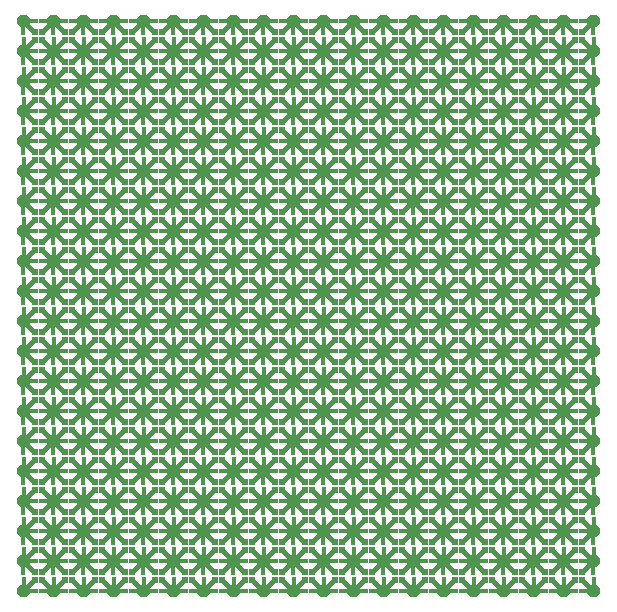
<source format=gbl>
G75*
%MOIN*%
%OFA0B0*%
%FSLAX24Y24*%
%IPPOS*%
%LPD*%
%AMOC8*
5,1,8,0,0,1.08239X$1,22.5*
%
%ADD10R,0.0472X0.0162*%
%ADD11R,0.0162X0.0472*%
%ADD12R,0.0195X0.0194*%
%ADD13R,0.0194X0.0195*%
%ADD14OC8,0.0396*%
D10*
X000741Y000513D03*
G36*
X000897Y000789D02*
X000564Y000456D01*
X000449Y000571D01*
X000782Y000904D01*
X000897Y000789D01*
G37*
G36*
X001230Y000905D02*
X001563Y000572D01*
X001448Y000457D01*
X001115Y000790D01*
X001230Y000905D01*
G37*
X001270Y000514D03*
G36*
X001897Y000789D02*
X001564Y000456D01*
X001449Y000571D01*
X001782Y000904D01*
X001897Y000789D01*
G37*
X001741Y000513D03*
X002270Y000514D03*
G36*
X002230Y000905D02*
X002563Y000572D01*
X002448Y000457D01*
X002115Y000790D01*
X002230Y000905D01*
G37*
G36*
X002115Y001238D02*
X002448Y001571D01*
X002563Y001456D01*
X002230Y001123D01*
X002115Y001238D01*
G37*
X002270Y001514D03*
G36*
X002230Y001905D02*
X002563Y001572D01*
X002448Y001457D01*
X002115Y001790D01*
X002230Y001905D01*
G37*
G36*
X002115Y002238D02*
X002448Y002571D01*
X002563Y002456D01*
X002230Y002123D01*
X002115Y002238D01*
G37*
X002270Y002514D03*
G36*
X002230Y002905D02*
X002563Y002572D01*
X002448Y002457D01*
X002115Y002790D01*
X002230Y002905D01*
G37*
G36*
X002115Y003238D02*
X002448Y003571D01*
X002563Y003456D01*
X002230Y003123D01*
X002115Y003238D01*
G37*
X002270Y003514D03*
G36*
X002230Y003905D02*
X002563Y003572D01*
X002448Y003457D01*
X002115Y003790D01*
X002230Y003905D01*
G37*
G36*
X002115Y004238D02*
X002448Y004571D01*
X002563Y004456D01*
X002230Y004123D01*
X002115Y004238D01*
G37*
X002270Y004514D03*
G36*
X002230Y004905D02*
X002563Y004572D01*
X002448Y004457D01*
X002115Y004790D01*
X002230Y004905D01*
G37*
G36*
X002115Y005238D02*
X002448Y005571D01*
X002563Y005456D01*
X002230Y005123D01*
X002115Y005238D01*
G37*
X002270Y005514D03*
G36*
X002230Y005905D02*
X002563Y005572D01*
X002448Y005457D01*
X002115Y005790D01*
X002230Y005905D01*
G37*
G36*
X002115Y006238D02*
X002448Y006571D01*
X002563Y006456D01*
X002230Y006123D01*
X002115Y006238D01*
G37*
X002270Y006514D03*
G36*
X002230Y006905D02*
X002563Y006572D01*
X002448Y006457D01*
X002115Y006790D01*
X002230Y006905D01*
G37*
G36*
X002115Y007238D02*
X002448Y007571D01*
X002563Y007456D01*
X002230Y007123D01*
X002115Y007238D01*
G37*
X002270Y007514D03*
G36*
X002230Y007905D02*
X002563Y007572D01*
X002448Y007457D01*
X002115Y007790D01*
X002230Y007905D01*
G37*
G36*
X002115Y008238D02*
X002448Y008571D01*
X002563Y008456D01*
X002230Y008123D01*
X002115Y008238D01*
G37*
X002270Y008514D03*
G36*
X002230Y008905D02*
X002563Y008572D01*
X002448Y008457D01*
X002115Y008790D01*
X002230Y008905D01*
G37*
G36*
X002115Y009238D02*
X002448Y009571D01*
X002563Y009456D01*
X002230Y009123D01*
X002115Y009238D01*
G37*
X002270Y009514D03*
G36*
X002230Y009905D02*
X002563Y009572D01*
X002448Y009457D01*
X002115Y009790D01*
X002230Y009905D01*
G37*
G36*
X002115Y010238D02*
X002448Y010571D01*
X002563Y010456D01*
X002230Y010123D01*
X002115Y010238D01*
G37*
X002270Y010514D03*
G36*
X002230Y010905D02*
X002563Y010572D01*
X002448Y010457D01*
X002115Y010790D01*
X002230Y010905D01*
G37*
G36*
X002115Y011238D02*
X002448Y011571D01*
X002563Y011456D01*
X002230Y011123D01*
X002115Y011238D01*
G37*
X002270Y011514D03*
G36*
X002230Y011905D02*
X002563Y011572D01*
X002448Y011457D01*
X002115Y011790D01*
X002230Y011905D01*
G37*
G36*
X002115Y012238D02*
X002448Y012571D01*
X002563Y012456D01*
X002230Y012123D01*
X002115Y012238D01*
G37*
X002270Y012514D03*
G36*
X002230Y012905D02*
X002563Y012572D01*
X002448Y012457D01*
X002115Y012790D01*
X002230Y012905D01*
G37*
G36*
X002115Y013238D02*
X002448Y013571D01*
X002563Y013456D01*
X002230Y013123D01*
X002115Y013238D01*
G37*
X002270Y013514D03*
G36*
X002230Y013905D02*
X002563Y013572D01*
X002448Y013457D01*
X002115Y013790D01*
X002230Y013905D01*
G37*
G36*
X002115Y014238D02*
X002448Y014571D01*
X002563Y014456D01*
X002230Y014123D01*
X002115Y014238D01*
G37*
X002270Y014514D03*
G36*
X002230Y014905D02*
X002563Y014572D01*
X002448Y014457D01*
X002115Y014790D01*
X002230Y014905D01*
G37*
G36*
X002115Y015238D02*
X002448Y015571D01*
X002563Y015456D01*
X002230Y015123D01*
X002115Y015238D01*
G37*
X002270Y015514D03*
G36*
X002230Y015905D02*
X002563Y015572D01*
X002448Y015457D01*
X002115Y015790D01*
X002230Y015905D01*
G37*
G36*
X002115Y016238D02*
X002448Y016571D01*
X002563Y016456D01*
X002230Y016123D01*
X002115Y016238D01*
G37*
X002270Y016514D03*
G36*
X002230Y016905D02*
X002563Y016572D01*
X002448Y016457D01*
X002115Y016790D01*
X002230Y016905D01*
G37*
G36*
X002115Y017238D02*
X002448Y017571D01*
X002563Y017456D01*
X002230Y017123D01*
X002115Y017238D01*
G37*
X002270Y017514D03*
G36*
X002230Y017905D02*
X002563Y017572D01*
X002448Y017457D01*
X002115Y017790D01*
X002230Y017905D01*
G37*
G36*
X002115Y018238D02*
X002448Y018571D01*
X002563Y018456D01*
X002230Y018123D01*
X002115Y018238D01*
G37*
X002270Y018514D03*
G36*
X002230Y018905D02*
X002563Y018572D01*
X002448Y018457D01*
X002115Y018790D01*
X002230Y018905D01*
G37*
G36*
X002115Y019238D02*
X002448Y019571D01*
X002563Y019456D01*
X002230Y019123D01*
X002115Y019238D01*
G37*
X002270Y019514D03*
G36*
X002781Y019123D02*
X002448Y019456D01*
X002563Y019571D01*
X002896Y019238D01*
X002781Y019123D01*
G37*
X002741Y019513D03*
X003270Y019514D03*
G36*
X003115Y019238D02*
X003448Y019571D01*
X003563Y019456D01*
X003230Y019123D01*
X003115Y019238D01*
G37*
G36*
X003781Y019123D02*
X003448Y019456D01*
X003563Y019571D01*
X003896Y019238D01*
X003781Y019123D01*
G37*
X003741Y019513D03*
X004270Y019514D03*
G36*
X004115Y019238D02*
X004448Y019571D01*
X004563Y019456D01*
X004230Y019123D01*
X004115Y019238D01*
G37*
G36*
X004781Y019123D02*
X004448Y019456D01*
X004563Y019571D01*
X004896Y019238D01*
X004781Y019123D01*
G37*
X004741Y019513D03*
X005270Y019514D03*
G36*
X005115Y019238D02*
X005448Y019571D01*
X005563Y019456D01*
X005230Y019123D01*
X005115Y019238D01*
G37*
G36*
X005781Y019123D02*
X005448Y019456D01*
X005563Y019571D01*
X005896Y019238D01*
X005781Y019123D01*
G37*
X005741Y019513D03*
X006270Y019514D03*
G36*
X006115Y019238D02*
X006448Y019571D01*
X006563Y019456D01*
X006230Y019123D01*
X006115Y019238D01*
G37*
G36*
X006781Y019123D02*
X006448Y019456D01*
X006563Y019571D01*
X006896Y019238D01*
X006781Y019123D01*
G37*
X006741Y019513D03*
X007270Y019514D03*
G36*
X007115Y019238D02*
X007448Y019571D01*
X007563Y019456D01*
X007230Y019123D01*
X007115Y019238D01*
G37*
G36*
X007781Y019123D02*
X007448Y019456D01*
X007563Y019571D01*
X007896Y019238D01*
X007781Y019123D01*
G37*
X007741Y019513D03*
X008270Y019514D03*
G36*
X008115Y019238D02*
X008448Y019571D01*
X008563Y019456D01*
X008230Y019123D01*
X008115Y019238D01*
G37*
G36*
X008781Y019123D02*
X008448Y019456D01*
X008563Y019571D01*
X008896Y019238D01*
X008781Y019123D01*
G37*
X008741Y019513D03*
X009270Y019514D03*
G36*
X009115Y019238D02*
X009448Y019571D01*
X009563Y019456D01*
X009230Y019123D01*
X009115Y019238D01*
G37*
G36*
X009781Y019123D02*
X009448Y019456D01*
X009563Y019571D01*
X009896Y019238D01*
X009781Y019123D01*
G37*
X009741Y019513D03*
X010270Y019514D03*
G36*
X010115Y019238D02*
X010448Y019571D01*
X010563Y019456D01*
X010230Y019123D01*
X010115Y019238D01*
G37*
G36*
X010781Y019123D02*
X010448Y019456D01*
X010563Y019571D01*
X010896Y019238D01*
X010781Y019123D01*
G37*
X010741Y019513D03*
X011270Y019514D03*
G36*
X011115Y019238D02*
X011448Y019571D01*
X011563Y019456D01*
X011230Y019123D01*
X011115Y019238D01*
G37*
G36*
X011781Y019123D02*
X011448Y019456D01*
X011563Y019571D01*
X011896Y019238D01*
X011781Y019123D01*
G37*
X011741Y019513D03*
X012270Y019514D03*
G36*
X012115Y019238D02*
X012448Y019571D01*
X012563Y019456D01*
X012230Y019123D01*
X012115Y019238D01*
G37*
G36*
X012781Y019123D02*
X012448Y019456D01*
X012563Y019571D01*
X012896Y019238D01*
X012781Y019123D01*
G37*
X012741Y019513D03*
X013270Y019514D03*
G36*
X013115Y019238D02*
X013448Y019571D01*
X013563Y019456D01*
X013230Y019123D01*
X013115Y019238D01*
G37*
G36*
X013781Y019123D02*
X013448Y019456D01*
X013563Y019571D01*
X013896Y019238D01*
X013781Y019123D01*
G37*
X013741Y019513D03*
X014270Y019514D03*
G36*
X014115Y019238D02*
X014448Y019571D01*
X014563Y019456D01*
X014230Y019123D01*
X014115Y019238D01*
G37*
G36*
X014781Y019123D02*
X014448Y019456D01*
X014563Y019571D01*
X014896Y019238D01*
X014781Y019123D01*
G37*
X014741Y019513D03*
X015270Y019514D03*
G36*
X015115Y019238D02*
X015448Y019571D01*
X015563Y019456D01*
X015230Y019123D01*
X015115Y019238D01*
G37*
G36*
X015781Y019123D02*
X015448Y019456D01*
X015563Y019571D01*
X015896Y019238D01*
X015781Y019123D01*
G37*
X015741Y019513D03*
X016270Y019514D03*
G36*
X016115Y019238D02*
X016448Y019571D01*
X016563Y019456D01*
X016230Y019123D01*
X016115Y019238D01*
G37*
G36*
X016781Y019123D02*
X016448Y019456D01*
X016563Y019571D01*
X016896Y019238D01*
X016781Y019123D01*
G37*
X016741Y019513D03*
X017270Y019514D03*
G36*
X017115Y019238D02*
X017448Y019571D01*
X017563Y019456D01*
X017230Y019123D01*
X017115Y019238D01*
G37*
G36*
X017781Y019123D02*
X017448Y019456D01*
X017563Y019571D01*
X017896Y019238D01*
X017781Y019123D01*
G37*
X017741Y019513D03*
X018270Y019514D03*
G36*
X018115Y019238D02*
X018448Y019571D01*
X018563Y019456D01*
X018230Y019123D01*
X018115Y019238D01*
G37*
G36*
X018781Y019123D02*
X018448Y019456D01*
X018563Y019571D01*
X018896Y019238D01*
X018781Y019123D01*
G37*
X018741Y019513D03*
X019270Y019514D03*
G36*
X019115Y019238D02*
X019448Y019571D01*
X019563Y019456D01*
X019230Y019123D01*
X019115Y019238D01*
G37*
G36*
X019230Y018905D02*
X019563Y018572D01*
X019448Y018457D01*
X019115Y018790D01*
X019230Y018905D01*
G37*
X019270Y018514D03*
G36*
X019115Y018238D02*
X019448Y018571D01*
X019563Y018456D01*
X019230Y018123D01*
X019115Y018238D01*
G37*
G36*
X018781Y018123D02*
X018448Y018456D01*
X018563Y018571D01*
X018896Y018238D01*
X018781Y018123D01*
G37*
X018741Y018513D03*
G36*
X018897Y018789D02*
X018564Y018456D01*
X018449Y018571D01*
X018782Y018904D01*
X018897Y018789D01*
G37*
G36*
X018230Y018905D02*
X018563Y018572D01*
X018448Y018457D01*
X018115Y018790D01*
X018230Y018905D01*
G37*
X018270Y018514D03*
G36*
X018115Y018238D02*
X018448Y018571D01*
X018563Y018456D01*
X018230Y018123D01*
X018115Y018238D01*
G37*
G36*
X017781Y018123D02*
X017448Y018456D01*
X017563Y018571D01*
X017896Y018238D01*
X017781Y018123D01*
G37*
X017741Y018513D03*
G36*
X017897Y018789D02*
X017564Y018456D01*
X017449Y018571D01*
X017782Y018904D01*
X017897Y018789D01*
G37*
G36*
X017230Y018905D02*
X017563Y018572D01*
X017448Y018457D01*
X017115Y018790D01*
X017230Y018905D01*
G37*
X017270Y018514D03*
G36*
X017115Y018238D02*
X017448Y018571D01*
X017563Y018456D01*
X017230Y018123D01*
X017115Y018238D01*
G37*
G36*
X016781Y018123D02*
X016448Y018456D01*
X016563Y018571D01*
X016896Y018238D01*
X016781Y018123D01*
G37*
X016741Y018513D03*
G36*
X016897Y018789D02*
X016564Y018456D01*
X016449Y018571D01*
X016782Y018904D01*
X016897Y018789D01*
G37*
G36*
X016230Y018905D02*
X016563Y018572D01*
X016448Y018457D01*
X016115Y018790D01*
X016230Y018905D01*
G37*
X016270Y018514D03*
G36*
X016115Y018238D02*
X016448Y018571D01*
X016563Y018456D01*
X016230Y018123D01*
X016115Y018238D01*
G37*
G36*
X015781Y018123D02*
X015448Y018456D01*
X015563Y018571D01*
X015896Y018238D01*
X015781Y018123D01*
G37*
X015741Y018513D03*
G36*
X015897Y018789D02*
X015564Y018456D01*
X015449Y018571D01*
X015782Y018904D01*
X015897Y018789D01*
G37*
G36*
X015230Y018905D02*
X015563Y018572D01*
X015448Y018457D01*
X015115Y018790D01*
X015230Y018905D01*
G37*
X015270Y018514D03*
G36*
X015115Y018238D02*
X015448Y018571D01*
X015563Y018456D01*
X015230Y018123D01*
X015115Y018238D01*
G37*
G36*
X014781Y018123D02*
X014448Y018456D01*
X014563Y018571D01*
X014896Y018238D01*
X014781Y018123D01*
G37*
X014741Y018513D03*
G36*
X014897Y018789D02*
X014564Y018456D01*
X014449Y018571D01*
X014782Y018904D01*
X014897Y018789D01*
G37*
G36*
X014230Y018905D02*
X014563Y018572D01*
X014448Y018457D01*
X014115Y018790D01*
X014230Y018905D01*
G37*
X014270Y018514D03*
G36*
X014115Y018238D02*
X014448Y018571D01*
X014563Y018456D01*
X014230Y018123D01*
X014115Y018238D01*
G37*
G36*
X013781Y018123D02*
X013448Y018456D01*
X013563Y018571D01*
X013896Y018238D01*
X013781Y018123D01*
G37*
X013741Y018513D03*
G36*
X013897Y018789D02*
X013564Y018456D01*
X013449Y018571D01*
X013782Y018904D01*
X013897Y018789D01*
G37*
G36*
X013230Y018905D02*
X013563Y018572D01*
X013448Y018457D01*
X013115Y018790D01*
X013230Y018905D01*
G37*
X013270Y018514D03*
G36*
X013115Y018238D02*
X013448Y018571D01*
X013563Y018456D01*
X013230Y018123D01*
X013115Y018238D01*
G37*
G36*
X012781Y018123D02*
X012448Y018456D01*
X012563Y018571D01*
X012896Y018238D01*
X012781Y018123D01*
G37*
X012741Y018513D03*
G36*
X012897Y018789D02*
X012564Y018456D01*
X012449Y018571D01*
X012782Y018904D01*
X012897Y018789D01*
G37*
G36*
X012230Y018905D02*
X012563Y018572D01*
X012448Y018457D01*
X012115Y018790D01*
X012230Y018905D01*
G37*
X012270Y018514D03*
G36*
X012115Y018238D02*
X012448Y018571D01*
X012563Y018456D01*
X012230Y018123D01*
X012115Y018238D01*
G37*
G36*
X011781Y018123D02*
X011448Y018456D01*
X011563Y018571D01*
X011896Y018238D01*
X011781Y018123D01*
G37*
X011741Y018513D03*
G36*
X011897Y018789D02*
X011564Y018456D01*
X011449Y018571D01*
X011782Y018904D01*
X011897Y018789D01*
G37*
G36*
X011230Y018905D02*
X011563Y018572D01*
X011448Y018457D01*
X011115Y018790D01*
X011230Y018905D01*
G37*
X011270Y018514D03*
G36*
X011115Y018238D02*
X011448Y018571D01*
X011563Y018456D01*
X011230Y018123D01*
X011115Y018238D01*
G37*
G36*
X010781Y018123D02*
X010448Y018456D01*
X010563Y018571D01*
X010896Y018238D01*
X010781Y018123D01*
G37*
X010741Y018513D03*
G36*
X010897Y018789D02*
X010564Y018456D01*
X010449Y018571D01*
X010782Y018904D01*
X010897Y018789D01*
G37*
G36*
X010230Y018905D02*
X010563Y018572D01*
X010448Y018457D01*
X010115Y018790D01*
X010230Y018905D01*
G37*
X010270Y018514D03*
G36*
X010115Y018238D02*
X010448Y018571D01*
X010563Y018456D01*
X010230Y018123D01*
X010115Y018238D01*
G37*
G36*
X009781Y018123D02*
X009448Y018456D01*
X009563Y018571D01*
X009896Y018238D01*
X009781Y018123D01*
G37*
X009741Y018513D03*
G36*
X009897Y018789D02*
X009564Y018456D01*
X009449Y018571D01*
X009782Y018904D01*
X009897Y018789D01*
G37*
G36*
X009230Y018905D02*
X009563Y018572D01*
X009448Y018457D01*
X009115Y018790D01*
X009230Y018905D01*
G37*
X009270Y018514D03*
G36*
X009115Y018238D02*
X009448Y018571D01*
X009563Y018456D01*
X009230Y018123D01*
X009115Y018238D01*
G37*
G36*
X008781Y018123D02*
X008448Y018456D01*
X008563Y018571D01*
X008896Y018238D01*
X008781Y018123D01*
G37*
X008741Y018513D03*
G36*
X008897Y018789D02*
X008564Y018456D01*
X008449Y018571D01*
X008782Y018904D01*
X008897Y018789D01*
G37*
G36*
X008230Y018905D02*
X008563Y018572D01*
X008448Y018457D01*
X008115Y018790D01*
X008230Y018905D01*
G37*
X008270Y018514D03*
G36*
X008115Y018238D02*
X008448Y018571D01*
X008563Y018456D01*
X008230Y018123D01*
X008115Y018238D01*
G37*
G36*
X007781Y018123D02*
X007448Y018456D01*
X007563Y018571D01*
X007896Y018238D01*
X007781Y018123D01*
G37*
X007741Y018513D03*
G36*
X007897Y018789D02*
X007564Y018456D01*
X007449Y018571D01*
X007782Y018904D01*
X007897Y018789D01*
G37*
G36*
X007230Y018905D02*
X007563Y018572D01*
X007448Y018457D01*
X007115Y018790D01*
X007230Y018905D01*
G37*
X007270Y018514D03*
G36*
X007115Y018238D02*
X007448Y018571D01*
X007563Y018456D01*
X007230Y018123D01*
X007115Y018238D01*
G37*
G36*
X006781Y018123D02*
X006448Y018456D01*
X006563Y018571D01*
X006896Y018238D01*
X006781Y018123D01*
G37*
X006741Y018513D03*
G36*
X006897Y018789D02*
X006564Y018456D01*
X006449Y018571D01*
X006782Y018904D01*
X006897Y018789D01*
G37*
G36*
X006230Y018905D02*
X006563Y018572D01*
X006448Y018457D01*
X006115Y018790D01*
X006230Y018905D01*
G37*
X006270Y018514D03*
G36*
X006115Y018238D02*
X006448Y018571D01*
X006563Y018456D01*
X006230Y018123D01*
X006115Y018238D01*
G37*
G36*
X005781Y018123D02*
X005448Y018456D01*
X005563Y018571D01*
X005896Y018238D01*
X005781Y018123D01*
G37*
X005741Y018513D03*
G36*
X005897Y018789D02*
X005564Y018456D01*
X005449Y018571D01*
X005782Y018904D01*
X005897Y018789D01*
G37*
G36*
X005230Y018905D02*
X005563Y018572D01*
X005448Y018457D01*
X005115Y018790D01*
X005230Y018905D01*
G37*
X005270Y018514D03*
G36*
X005115Y018238D02*
X005448Y018571D01*
X005563Y018456D01*
X005230Y018123D01*
X005115Y018238D01*
G37*
G36*
X004781Y018123D02*
X004448Y018456D01*
X004563Y018571D01*
X004896Y018238D01*
X004781Y018123D01*
G37*
X004741Y018513D03*
G36*
X004897Y018789D02*
X004564Y018456D01*
X004449Y018571D01*
X004782Y018904D01*
X004897Y018789D01*
G37*
G36*
X004230Y018905D02*
X004563Y018572D01*
X004448Y018457D01*
X004115Y018790D01*
X004230Y018905D01*
G37*
X004270Y018514D03*
G36*
X004115Y018238D02*
X004448Y018571D01*
X004563Y018456D01*
X004230Y018123D01*
X004115Y018238D01*
G37*
G36*
X003781Y018123D02*
X003448Y018456D01*
X003563Y018571D01*
X003896Y018238D01*
X003781Y018123D01*
G37*
X003741Y018513D03*
G36*
X003897Y018789D02*
X003564Y018456D01*
X003449Y018571D01*
X003782Y018904D01*
X003897Y018789D01*
G37*
G36*
X003230Y018905D02*
X003563Y018572D01*
X003448Y018457D01*
X003115Y018790D01*
X003230Y018905D01*
G37*
X003270Y018514D03*
G36*
X003115Y018238D02*
X003448Y018571D01*
X003563Y018456D01*
X003230Y018123D01*
X003115Y018238D01*
G37*
G36*
X002781Y018123D02*
X002448Y018456D01*
X002563Y018571D01*
X002896Y018238D01*
X002781Y018123D01*
G37*
X002741Y018513D03*
G36*
X002897Y018789D02*
X002564Y018456D01*
X002449Y018571D01*
X002782Y018904D01*
X002897Y018789D01*
G37*
G36*
X002897Y017789D02*
X002564Y017456D01*
X002449Y017571D01*
X002782Y017904D01*
X002897Y017789D01*
G37*
X002741Y017513D03*
G36*
X002781Y017123D02*
X002448Y017456D01*
X002563Y017571D01*
X002896Y017238D01*
X002781Y017123D01*
G37*
G36*
X002897Y016789D02*
X002564Y016456D01*
X002449Y016571D01*
X002782Y016904D01*
X002897Y016789D01*
G37*
X002741Y016513D03*
G36*
X002781Y016123D02*
X002448Y016456D01*
X002563Y016571D01*
X002896Y016238D01*
X002781Y016123D01*
G37*
G36*
X002897Y015789D02*
X002564Y015456D01*
X002449Y015571D01*
X002782Y015904D01*
X002897Y015789D01*
G37*
X002741Y015513D03*
G36*
X002781Y015123D02*
X002448Y015456D01*
X002563Y015571D01*
X002896Y015238D01*
X002781Y015123D01*
G37*
G36*
X002897Y014789D02*
X002564Y014456D01*
X002449Y014571D01*
X002782Y014904D01*
X002897Y014789D01*
G37*
X002741Y014513D03*
G36*
X002781Y014123D02*
X002448Y014456D01*
X002563Y014571D01*
X002896Y014238D01*
X002781Y014123D01*
G37*
G36*
X002897Y013789D02*
X002564Y013456D01*
X002449Y013571D01*
X002782Y013904D01*
X002897Y013789D01*
G37*
X002741Y013513D03*
G36*
X002781Y013123D02*
X002448Y013456D01*
X002563Y013571D01*
X002896Y013238D01*
X002781Y013123D01*
G37*
G36*
X002897Y012789D02*
X002564Y012456D01*
X002449Y012571D01*
X002782Y012904D01*
X002897Y012789D01*
G37*
X002741Y012513D03*
G36*
X002781Y012123D02*
X002448Y012456D01*
X002563Y012571D01*
X002896Y012238D01*
X002781Y012123D01*
G37*
G36*
X002897Y011789D02*
X002564Y011456D01*
X002449Y011571D01*
X002782Y011904D01*
X002897Y011789D01*
G37*
X002741Y011513D03*
G36*
X002781Y011123D02*
X002448Y011456D01*
X002563Y011571D01*
X002896Y011238D01*
X002781Y011123D01*
G37*
G36*
X002897Y010789D02*
X002564Y010456D01*
X002449Y010571D01*
X002782Y010904D01*
X002897Y010789D01*
G37*
X002741Y010513D03*
G36*
X002781Y010123D02*
X002448Y010456D01*
X002563Y010571D01*
X002896Y010238D01*
X002781Y010123D01*
G37*
G36*
X002897Y009789D02*
X002564Y009456D01*
X002449Y009571D01*
X002782Y009904D01*
X002897Y009789D01*
G37*
X002741Y009513D03*
G36*
X002781Y009123D02*
X002448Y009456D01*
X002563Y009571D01*
X002896Y009238D01*
X002781Y009123D01*
G37*
G36*
X002897Y008789D02*
X002564Y008456D01*
X002449Y008571D01*
X002782Y008904D01*
X002897Y008789D01*
G37*
X002741Y008513D03*
G36*
X002781Y008123D02*
X002448Y008456D01*
X002563Y008571D01*
X002896Y008238D01*
X002781Y008123D01*
G37*
G36*
X002897Y007789D02*
X002564Y007456D01*
X002449Y007571D01*
X002782Y007904D01*
X002897Y007789D01*
G37*
X002741Y007513D03*
G36*
X002781Y007123D02*
X002448Y007456D01*
X002563Y007571D01*
X002896Y007238D01*
X002781Y007123D01*
G37*
G36*
X002897Y006789D02*
X002564Y006456D01*
X002449Y006571D01*
X002782Y006904D01*
X002897Y006789D01*
G37*
X002741Y006513D03*
G36*
X002781Y006123D02*
X002448Y006456D01*
X002563Y006571D01*
X002896Y006238D01*
X002781Y006123D01*
G37*
G36*
X002897Y005789D02*
X002564Y005456D01*
X002449Y005571D01*
X002782Y005904D01*
X002897Y005789D01*
G37*
X002741Y005513D03*
G36*
X002781Y005123D02*
X002448Y005456D01*
X002563Y005571D01*
X002896Y005238D01*
X002781Y005123D01*
G37*
G36*
X002897Y004789D02*
X002564Y004456D01*
X002449Y004571D01*
X002782Y004904D01*
X002897Y004789D01*
G37*
X002741Y004513D03*
G36*
X002781Y004123D02*
X002448Y004456D01*
X002563Y004571D01*
X002896Y004238D01*
X002781Y004123D01*
G37*
G36*
X002897Y003789D02*
X002564Y003456D01*
X002449Y003571D01*
X002782Y003904D01*
X002897Y003789D01*
G37*
X002741Y003513D03*
G36*
X002781Y003123D02*
X002448Y003456D01*
X002563Y003571D01*
X002896Y003238D01*
X002781Y003123D01*
G37*
G36*
X002897Y002789D02*
X002564Y002456D01*
X002449Y002571D01*
X002782Y002904D01*
X002897Y002789D01*
G37*
X002741Y002513D03*
G36*
X002781Y002123D02*
X002448Y002456D01*
X002563Y002571D01*
X002896Y002238D01*
X002781Y002123D01*
G37*
G36*
X002897Y001789D02*
X002564Y001456D01*
X002449Y001571D01*
X002782Y001904D01*
X002897Y001789D01*
G37*
X002741Y001513D03*
G36*
X002781Y001123D02*
X002448Y001456D01*
X002563Y001571D01*
X002896Y001238D01*
X002781Y001123D01*
G37*
G36*
X002897Y000789D02*
X002564Y000456D01*
X002449Y000571D01*
X002782Y000904D01*
X002897Y000789D01*
G37*
X002741Y000513D03*
X003270Y000514D03*
G36*
X003230Y000905D02*
X003563Y000572D01*
X003448Y000457D01*
X003115Y000790D01*
X003230Y000905D01*
G37*
G36*
X003115Y001238D02*
X003448Y001571D01*
X003563Y001456D01*
X003230Y001123D01*
X003115Y001238D01*
G37*
X003270Y001514D03*
G36*
X003230Y001905D02*
X003563Y001572D01*
X003448Y001457D01*
X003115Y001790D01*
X003230Y001905D01*
G37*
G36*
X003115Y002238D02*
X003448Y002571D01*
X003563Y002456D01*
X003230Y002123D01*
X003115Y002238D01*
G37*
X003270Y002514D03*
G36*
X003230Y002905D02*
X003563Y002572D01*
X003448Y002457D01*
X003115Y002790D01*
X003230Y002905D01*
G37*
G36*
X003115Y003238D02*
X003448Y003571D01*
X003563Y003456D01*
X003230Y003123D01*
X003115Y003238D01*
G37*
X003270Y003514D03*
G36*
X003230Y003905D02*
X003563Y003572D01*
X003448Y003457D01*
X003115Y003790D01*
X003230Y003905D01*
G37*
G36*
X003115Y004238D02*
X003448Y004571D01*
X003563Y004456D01*
X003230Y004123D01*
X003115Y004238D01*
G37*
X003270Y004514D03*
G36*
X003230Y004905D02*
X003563Y004572D01*
X003448Y004457D01*
X003115Y004790D01*
X003230Y004905D01*
G37*
G36*
X003115Y005238D02*
X003448Y005571D01*
X003563Y005456D01*
X003230Y005123D01*
X003115Y005238D01*
G37*
X003270Y005514D03*
G36*
X003230Y005905D02*
X003563Y005572D01*
X003448Y005457D01*
X003115Y005790D01*
X003230Y005905D01*
G37*
G36*
X003115Y006238D02*
X003448Y006571D01*
X003563Y006456D01*
X003230Y006123D01*
X003115Y006238D01*
G37*
X003270Y006514D03*
G36*
X003230Y006905D02*
X003563Y006572D01*
X003448Y006457D01*
X003115Y006790D01*
X003230Y006905D01*
G37*
G36*
X003115Y007238D02*
X003448Y007571D01*
X003563Y007456D01*
X003230Y007123D01*
X003115Y007238D01*
G37*
X003270Y007514D03*
G36*
X003230Y007905D02*
X003563Y007572D01*
X003448Y007457D01*
X003115Y007790D01*
X003230Y007905D01*
G37*
G36*
X003115Y008238D02*
X003448Y008571D01*
X003563Y008456D01*
X003230Y008123D01*
X003115Y008238D01*
G37*
X003270Y008514D03*
G36*
X003230Y008905D02*
X003563Y008572D01*
X003448Y008457D01*
X003115Y008790D01*
X003230Y008905D01*
G37*
G36*
X003115Y009238D02*
X003448Y009571D01*
X003563Y009456D01*
X003230Y009123D01*
X003115Y009238D01*
G37*
X003270Y009514D03*
G36*
X003230Y009905D02*
X003563Y009572D01*
X003448Y009457D01*
X003115Y009790D01*
X003230Y009905D01*
G37*
G36*
X003115Y010238D02*
X003448Y010571D01*
X003563Y010456D01*
X003230Y010123D01*
X003115Y010238D01*
G37*
X003270Y010514D03*
G36*
X003230Y010905D02*
X003563Y010572D01*
X003448Y010457D01*
X003115Y010790D01*
X003230Y010905D01*
G37*
G36*
X003115Y011238D02*
X003448Y011571D01*
X003563Y011456D01*
X003230Y011123D01*
X003115Y011238D01*
G37*
X003270Y011514D03*
G36*
X003230Y011905D02*
X003563Y011572D01*
X003448Y011457D01*
X003115Y011790D01*
X003230Y011905D01*
G37*
G36*
X003115Y012238D02*
X003448Y012571D01*
X003563Y012456D01*
X003230Y012123D01*
X003115Y012238D01*
G37*
X003270Y012514D03*
G36*
X003230Y012905D02*
X003563Y012572D01*
X003448Y012457D01*
X003115Y012790D01*
X003230Y012905D01*
G37*
G36*
X003115Y013238D02*
X003448Y013571D01*
X003563Y013456D01*
X003230Y013123D01*
X003115Y013238D01*
G37*
X003270Y013514D03*
G36*
X003230Y013905D02*
X003563Y013572D01*
X003448Y013457D01*
X003115Y013790D01*
X003230Y013905D01*
G37*
G36*
X003115Y014238D02*
X003448Y014571D01*
X003563Y014456D01*
X003230Y014123D01*
X003115Y014238D01*
G37*
X003270Y014514D03*
G36*
X003230Y014905D02*
X003563Y014572D01*
X003448Y014457D01*
X003115Y014790D01*
X003230Y014905D01*
G37*
G36*
X003115Y015238D02*
X003448Y015571D01*
X003563Y015456D01*
X003230Y015123D01*
X003115Y015238D01*
G37*
X003270Y015514D03*
G36*
X003230Y015905D02*
X003563Y015572D01*
X003448Y015457D01*
X003115Y015790D01*
X003230Y015905D01*
G37*
G36*
X003115Y016238D02*
X003448Y016571D01*
X003563Y016456D01*
X003230Y016123D01*
X003115Y016238D01*
G37*
X003270Y016514D03*
G36*
X003230Y016905D02*
X003563Y016572D01*
X003448Y016457D01*
X003115Y016790D01*
X003230Y016905D01*
G37*
G36*
X003115Y017238D02*
X003448Y017571D01*
X003563Y017456D01*
X003230Y017123D01*
X003115Y017238D01*
G37*
X003270Y017514D03*
G36*
X003230Y017905D02*
X003563Y017572D01*
X003448Y017457D01*
X003115Y017790D01*
X003230Y017905D01*
G37*
G36*
X003897Y017789D02*
X003564Y017456D01*
X003449Y017571D01*
X003782Y017904D01*
X003897Y017789D01*
G37*
X003741Y017513D03*
G36*
X003781Y017123D02*
X003448Y017456D01*
X003563Y017571D01*
X003896Y017238D01*
X003781Y017123D01*
G37*
G36*
X003897Y016789D02*
X003564Y016456D01*
X003449Y016571D01*
X003782Y016904D01*
X003897Y016789D01*
G37*
X003741Y016513D03*
G36*
X003781Y016123D02*
X003448Y016456D01*
X003563Y016571D01*
X003896Y016238D01*
X003781Y016123D01*
G37*
G36*
X003897Y015789D02*
X003564Y015456D01*
X003449Y015571D01*
X003782Y015904D01*
X003897Y015789D01*
G37*
X003741Y015513D03*
G36*
X003781Y015123D02*
X003448Y015456D01*
X003563Y015571D01*
X003896Y015238D01*
X003781Y015123D01*
G37*
G36*
X003897Y014789D02*
X003564Y014456D01*
X003449Y014571D01*
X003782Y014904D01*
X003897Y014789D01*
G37*
X003741Y014513D03*
G36*
X003781Y014123D02*
X003448Y014456D01*
X003563Y014571D01*
X003896Y014238D01*
X003781Y014123D01*
G37*
G36*
X003897Y013789D02*
X003564Y013456D01*
X003449Y013571D01*
X003782Y013904D01*
X003897Y013789D01*
G37*
X003741Y013513D03*
G36*
X003781Y013123D02*
X003448Y013456D01*
X003563Y013571D01*
X003896Y013238D01*
X003781Y013123D01*
G37*
G36*
X003897Y012789D02*
X003564Y012456D01*
X003449Y012571D01*
X003782Y012904D01*
X003897Y012789D01*
G37*
X003741Y012513D03*
G36*
X003781Y012123D02*
X003448Y012456D01*
X003563Y012571D01*
X003896Y012238D01*
X003781Y012123D01*
G37*
G36*
X003897Y011789D02*
X003564Y011456D01*
X003449Y011571D01*
X003782Y011904D01*
X003897Y011789D01*
G37*
X003741Y011513D03*
G36*
X003781Y011123D02*
X003448Y011456D01*
X003563Y011571D01*
X003896Y011238D01*
X003781Y011123D01*
G37*
G36*
X003897Y010789D02*
X003564Y010456D01*
X003449Y010571D01*
X003782Y010904D01*
X003897Y010789D01*
G37*
X003741Y010513D03*
G36*
X003781Y010123D02*
X003448Y010456D01*
X003563Y010571D01*
X003896Y010238D01*
X003781Y010123D01*
G37*
G36*
X003897Y009789D02*
X003564Y009456D01*
X003449Y009571D01*
X003782Y009904D01*
X003897Y009789D01*
G37*
X003741Y009513D03*
G36*
X003781Y009123D02*
X003448Y009456D01*
X003563Y009571D01*
X003896Y009238D01*
X003781Y009123D01*
G37*
G36*
X003897Y008789D02*
X003564Y008456D01*
X003449Y008571D01*
X003782Y008904D01*
X003897Y008789D01*
G37*
X003741Y008513D03*
G36*
X003781Y008123D02*
X003448Y008456D01*
X003563Y008571D01*
X003896Y008238D01*
X003781Y008123D01*
G37*
G36*
X003897Y007789D02*
X003564Y007456D01*
X003449Y007571D01*
X003782Y007904D01*
X003897Y007789D01*
G37*
X003741Y007513D03*
G36*
X003781Y007123D02*
X003448Y007456D01*
X003563Y007571D01*
X003896Y007238D01*
X003781Y007123D01*
G37*
G36*
X003897Y006789D02*
X003564Y006456D01*
X003449Y006571D01*
X003782Y006904D01*
X003897Y006789D01*
G37*
X003741Y006513D03*
G36*
X003781Y006123D02*
X003448Y006456D01*
X003563Y006571D01*
X003896Y006238D01*
X003781Y006123D01*
G37*
G36*
X003897Y005789D02*
X003564Y005456D01*
X003449Y005571D01*
X003782Y005904D01*
X003897Y005789D01*
G37*
X003741Y005513D03*
G36*
X003781Y005123D02*
X003448Y005456D01*
X003563Y005571D01*
X003896Y005238D01*
X003781Y005123D01*
G37*
G36*
X003897Y004789D02*
X003564Y004456D01*
X003449Y004571D01*
X003782Y004904D01*
X003897Y004789D01*
G37*
X003741Y004513D03*
G36*
X003781Y004123D02*
X003448Y004456D01*
X003563Y004571D01*
X003896Y004238D01*
X003781Y004123D01*
G37*
G36*
X003897Y003789D02*
X003564Y003456D01*
X003449Y003571D01*
X003782Y003904D01*
X003897Y003789D01*
G37*
X003741Y003513D03*
G36*
X003781Y003123D02*
X003448Y003456D01*
X003563Y003571D01*
X003896Y003238D01*
X003781Y003123D01*
G37*
G36*
X003897Y002789D02*
X003564Y002456D01*
X003449Y002571D01*
X003782Y002904D01*
X003897Y002789D01*
G37*
X003741Y002513D03*
G36*
X003781Y002123D02*
X003448Y002456D01*
X003563Y002571D01*
X003896Y002238D01*
X003781Y002123D01*
G37*
G36*
X003897Y001789D02*
X003564Y001456D01*
X003449Y001571D01*
X003782Y001904D01*
X003897Y001789D01*
G37*
X003741Y001513D03*
G36*
X003781Y001123D02*
X003448Y001456D01*
X003563Y001571D01*
X003896Y001238D01*
X003781Y001123D01*
G37*
G36*
X003897Y000789D02*
X003564Y000456D01*
X003449Y000571D01*
X003782Y000904D01*
X003897Y000789D01*
G37*
X003741Y000513D03*
X004270Y000514D03*
G36*
X004230Y000905D02*
X004563Y000572D01*
X004448Y000457D01*
X004115Y000790D01*
X004230Y000905D01*
G37*
G36*
X004115Y001238D02*
X004448Y001571D01*
X004563Y001456D01*
X004230Y001123D01*
X004115Y001238D01*
G37*
X004270Y001514D03*
G36*
X004230Y001905D02*
X004563Y001572D01*
X004448Y001457D01*
X004115Y001790D01*
X004230Y001905D01*
G37*
G36*
X004115Y002238D02*
X004448Y002571D01*
X004563Y002456D01*
X004230Y002123D01*
X004115Y002238D01*
G37*
X004270Y002514D03*
G36*
X004230Y002905D02*
X004563Y002572D01*
X004448Y002457D01*
X004115Y002790D01*
X004230Y002905D01*
G37*
G36*
X004115Y003238D02*
X004448Y003571D01*
X004563Y003456D01*
X004230Y003123D01*
X004115Y003238D01*
G37*
X004270Y003514D03*
G36*
X004230Y003905D02*
X004563Y003572D01*
X004448Y003457D01*
X004115Y003790D01*
X004230Y003905D01*
G37*
G36*
X004115Y004238D02*
X004448Y004571D01*
X004563Y004456D01*
X004230Y004123D01*
X004115Y004238D01*
G37*
X004270Y004514D03*
G36*
X004230Y004905D02*
X004563Y004572D01*
X004448Y004457D01*
X004115Y004790D01*
X004230Y004905D01*
G37*
G36*
X004115Y005238D02*
X004448Y005571D01*
X004563Y005456D01*
X004230Y005123D01*
X004115Y005238D01*
G37*
X004270Y005514D03*
G36*
X004230Y005905D02*
X004563Y005572D01*
X004448Y005457D01*
X004115Y005790D01*
X004230Y005905D01*
G37*
G36*
X004115Y006238D02*
X004448Y006571D01*
X004563Y006456D01*
X004230Y006123D01*
X004115Y006238D01*
G37*
X004270Y006514D03*
G36*
X004230Y006905D02*
X004563Y006572D01*
X004448Y006457D01*
X004115Y006790D01*
X004230Y006905D01*
G37*
G36*
X004115Y007238D02*
X004448Y007571D01*
X004563Y007456D01*
X004230Y007123D01*
X004115Y007238D01*
G37*
X004270Y007514D03*
G36*
X004230Y007905D02*
X004563Y007572D01*
X004448Y007457D01*
X004115Y007790D01*
X004230Y007905D01*
G37*
G36*
X004115Y008238D02*
X004448Y008571D01*
X004563Y008456D01*
X004230Y008123D01*
X004115Y008238D01*
G37*
X004270Y008514D03*
G36*
X004230Y008905D02*
X004563Y008572D01*
X004448Y008457D01*
X004115Y008790D01*
X004230Y008905D01*
G37*
G36*
X004115Y009238D02*
X004448Y009571D01*
X004563Y009456D01*
X004230Y009123D01*
X004115Y009238D01*
G37*
X004270Y009514D03*
G36*
X004230Y009905D02*
X004563Y009572D01*
X004448Y009457D01*
X004115Y009790D01*
X004230Y009905D01*
G37*
G36*
X004115Y010238D02*
X004448Y010571D01*
X004563Y010456D01*
X004230Y010123D01*
X004115Y010238D01*
G37*
X004270Y010514D03*
G36*
X004230Y010905D02*
X004563Y010572D01*
X004448Y010457D01*
X004115Y010790D01*
X004230Y010905D01*
G37*
G36*
X004115Y011238D02*
X004448Y011571D01*
X004563Y011456D01*
X004230Y011123D01*
X004115Y011238D01*
G37*
X004270Y011514D03*
G36*
X004230Y011905D02*
X004563Y011572D01*
X004448Y011457D01*
X004115Y011790D01*
X004230Y011905D01*
G37*
G36*
X004115Y012238D02*
X004448Y012571D01*
X004563Y012456D01*
X004230Y012123D01*
X004115Y012238D01*
G37*
X004270Y012514D03*
G36*
X004230Y012905D02*
X004563Y012572D01*
X004448Y012457D01*
X004115Y012790D01*
X004230Y012905D01*
G37*
G36*
X004115Y013238D02*
X004448Y013571D01*
X004563Y013456D01*
X004230Y013123D01*
X004115Y013238D01*
G37*
X004270Y013514D03*
G36*
X004230Y013905D02*
X004563Y013572D01*
X004448Y013457D01*
X004115Y013790D01*
X004230Y013905D01*
G37*
G36*
X004115Y014238D02*
X004448Y014571D01*
X004563Y014456D01*
X004230Y014123D01*
X004115Y014238D01*
G37*
X004270Y014514D03*
G36*
X004230Y014905D02*
X004563Y014572D01*
X004448Y014457D01*
X004115Y014790D01*
X004230Y014905D01*
G37*
G36*
X004115Y015238D02*
X004448Y015571D01*
X004563Y015456D01*
X004230Y015123D01*
X004115Y015238D01*
G37*
X004270Y015514D03*
G36*
X004230Y015905D02*
X004563Y015572D01*
X004448Y015457D01*
X004115Y015790D01*
X004230Y015905D01*
G37*
G36*
X004115Y016238D02*
X004448Y016571D01*
X004563Y016456D01*
X004230Y016123D01*
X004115Y016238D01*
G37*
X004270Y016514D03*
G36*
X004230Y016905D02*
X004563Y016572D01*
X004448Y016457D01*
X004115Y016790D01*
X004230Y016905D01*
G37*
G36*
X004115Y017238D02*
X004448Y017571D01*
X004563Y017456D01*
X004230Y017123D01*
X004115Y017238D01*
G37*
X004270Y017514D03*
G36*
X004230Y017905D02*
X004563Y017572D01*
X004448Y017457D01*
X004115Y017790D01*
X004230Y017905D01*
G37*
G36*
X004897Y017789D02*
X004564Y017456D01*
X004449Y017571D01*
X004782Y017904D01*
X004897Y017789D01*
G37*
X004741Y017513D03*
G36*
X004781Y017123D02*
X004448Y017456D01*
X004563Y017571D01*
X004896Y017238D01*
X004781Y017123D01*
G37*
G36*
X004897Y016789D02*
X004564Y016456D01*
X004449Y016571D01*
X004782Y016904D01*
X004897Y016789D01*
G37*
X004741Y016513D03*
G36*
X004781Y016123D02*
X004448Y016456D01*
X004563Y016571D01*
X004896Y016238D01*
X004781Y016123D01*
G37*
G36*
X004897Y015789D02*
X004564Y015456D01*
X004449Y015571D01*
X004782Y015904D01*
X004897Y015789D01*
G37*
X004741Y015513D03*
G36*
X004781Y015123D02*
X004448Y015456D01*
X004563Y015571D01*
X004896Y015238D01*
X004781Y015123D01*
G37*
G36*
X004897Y014789D02*
X004564Y014456D01*
X004449Y014571D01*
X004782Y014904D01*
X004897Y014789D01*
G37*
X004741Y014513D03*
G36*
X004781Y014123D02*
X004448Y014456D01*
X004563Y014571D01*
X004896Y014238D01*
X004781Y014123D01*
G37*
G36*
X004897Y013789D02*
X004564Y013456D01*
X004449Y013571D01*
X004782Y013904D01*
X004897Y013789D01*
G37*
X004741Y013513D03*
G36*
X004781Y013123D02*
X004448Y013456D01*
X004563Y013571D01*
X004896Y013238D01*
X004781Y013123D01*
G37*
G36*
X004897Y012789D02*
X004564Y012456D01*
X004449Y012571D01*
X004782Y012904D01*
X004897Y012789D01*
G37*
X004741Y012513D03*
G36*
X004781Y012123D02*
X004448Y012456D01*
X004563Y012571D01*
X004896Y012238D01*
X004781Y012123D01*
G37*
G36*
X004897Y011789D02*
X004564Y011456D01*
X004449Y011571D01*
X004782Y011904D01*
X004897Y011789D01*
G37*
X004741Y011513D03*
G36*
X004781Y011123D02*
X004448Y011456D01*
X004563Y011571D01*
X004896Y011238D01*
X004781Y011123D01*
G37*
G36*
X004897Y010789D02*
X004564Y010456D01*
X004449Y010571D01*
X004782Y010904D01*
X004897Y010789D01*
G37*
X004741Y010513D03*
G36*
X004781Y010123D02*
X004448Y010456D01*
X004563Y010571D01*
X004896Y010238D01*
X004781Y010123D01*
G37*
G36*
X004897Y009789D02*
X004564Y009456D01*
X004449Y009571D01*
X004782Y009904D01*
X004897Y009789D01*
G37*
X004741Y009513D03*
G36*
X004781Y009123D02*
X004448Y009456D01*
X004563Y009571D01*
X004896Y009238D01*
X004781Y009123D01*
G37*
G36*
X004897Y008789D02*
X004564Y008456D01*
X004449Y008571D01*
X004782Y008904D01*
X004897Y008789D01*
G37*
X004741Y008513D03*
G36*
X004781Y008123D02*
X004448Y008456D01*
X004563Y008571D01*
X004896Y008238D01*
X004781Y008123D01*
G37*
G36*
X004897Y007789D02*
X004564Y007456D01*
X004449Y007571D01*
X004782Y007904D01*
X004897Y007789D01*
G37*
X004741Y007513D03*
G36*
X004781Y007123D02*
X004448Y007456D01*
X004563Y007571D01*
X004896Y007238D01*
X004781Y007123D01*
G37*
G36*
X004897Y006789D02*
X004564Y006456D01*
X004449Y006571D01*
X004782Y006904D01*
X004897Y006789D01*
G37*
X004741Y006513D03*
G36*
X004781Y006123D02*
X004448Y006456D01*
X004563Y006571D01*
X004896Y006238D01*
X004781Y006123D01*
G37*
G36*
X004897Y005789D02*
X004564Y005456D01*
X004449Y005571D01*
X004782Y005904D01*
X004897Y005789D01*
G37*
X004741Y005513D03*
G36*
X004781Y005123D02*
X004448Y005456D01*
X004563Y005571D01*
X004896Y005238D01*
X004781Y005123D01*
G37*
G36*
X004897Y004789D02*
X004564Y004456D01*
X004449Y004571D01*
X004782Y004904D01*
X004897Y004789D01*
G37*
X004741Y004513D03*
G36*
X004781Y004123D02*
X004448Y004456D01*
X004563Y004571D01*
X004896Y004238D01*
X004781Y004123D01*
G37*
G36*
X004897Y003789D02*
X004564Y003456D01*
X004449Y003571D01*
X004782Y003904D01*
X004897Y003789D01*
G37*
X004741Y003513D03*
G36*
X004781Y003123D02*
X004448Y003456D01*
X004563Y003571D01*
X004896Y003238D01*
X004781Y003123D01*
G37*
G36*
X004897Y002789D02*
X004564Y002456D01*
X004449Y002571D01*
X004782Y002904D01*
X004897Y002789D01*
G37*
X004741Y002513D03*
G36*
X004781Y002123D02*
X004448Y002456D01*
X004563Y002571D01*
X004896Y002238D01*
X004781Y002123D01*
G37*
G36*
X004897Y001789D02*
X004564Y001456D01*
X004449Y001571D01*
X004782Y001904D01*
X004897Y001789D01*
G37*
X004741Y001513D03*
G36*
X004781Y001123D02*
X004448Y001456D01*
X004563Y001571D01*
X004896Y001238D01*
X004781Y001123D01*
G37*
G36*
X004897Y000789D02*
X004564Y000456D01*
X004449Y000571D01*
X004782Y000904D01*
X004897Y000789D01*
G37*
X004741Y000513D03*
X005270Y000514D03*
G36*
X005230Y000905D02*
X005563Y000572D01*
X005448Y000457D01*
X005115Y000790D01*
X005230Y000905D01*
G37*
G36*
X005115Y001238D02*
X005448Y001571D01*
X005563Y001456D01*
X005230Y001123D01*
X005115Y001238D01*
G37*
X005270Y001514D03*
G36*
X005230Y001905D02*
X005563Y001572D01*
X005448Y001457D01*
X005115Y001790D01*
X005230Y001905D01*
G37*
G36*
X005115Y002238D02*
X005448Y002571D01*
X005563Y002456D01*
X005230Y002123D01*
X005115Y002238D01*
G37*
X005270Y002514D03*
G36*
X005230Y002905D02*
X005563Y002572D01*
X005448Y002457D01*
X005115Y002790D01*
X005230Y002905D01*
G37*
G36*
X005115Y003238D02*
X005448Y003571D01*
X005563Y003456D01*
X005230Y003123D01*
X005115Y003238D01*
G37*
X005270Y003514D03*
G36*
X005230Y003905D02*
X005563Y003572D01*
X005448Y003457D01*
X005115Y003790D01*
X005230Y003905D01*
G37*
G36*
X005115Y004238D02*
X005448Y004571D01*
X005563Y004456D01*
X005230Y004123D01*
X005115Y004238D01*
G37*
X005270Y004514D03*
G36*
X005230Y004905D02*
X005563Y004572D01*
X005448Y004457D01*
X005115Y004790D01*
X005230Y004905D01*
G37*
G36*
X005115Y005238D02*
X005448Y005571D01*
X005563Y005456D01*
X005230Y005123D01*
X005115Y005238D01*
G37*
X005270Y005514D03*
G36*
X005230Y005905D02*
X005563Y005572D01*
X005448Y005457D01*
X005115Y005790D01*
X005230Y005905D01*
G37*
G36*
X005115Y006238D02*
X005448Y006571D01*
X005563Y006456D01*
X005230Y006123D01*
X005115Y006238D01*
G37*
X005270Y006514D03*
G36*
X005230Y006905D02*
X005563Y006572D01*
X005448Y006457D01*
X005115Y006790D01*
X005230Y006905D01*
G37*
G36*
X005115Y007238D02*
X005448Y007571D01*
X005563Y007456D01*
X005230Y007123D01*
X005115Y007238D01*
G37*
X005270Y007514D03*
G36*
X005230Y007905D02*
X005563Y007572D01*
X005448Y007457D01*
X005115Y007790D01*
X005230Y007905D01*
G37*
G36*
X005115Y008238D02*
X005448Y008571D01*
X005563Y008456D01*
X005230Y008123D01*
X005115Y008238D01*
G37*
X005270Y008514D03*
G36*
X005230Y008905D02*
X005563Y008572D01*
X005448Y008457D01*
X005115Y008790D01*
X005230Y008905D01*
G37*
G36*
X005115Y009238D02*
X005448Y009571D01*
X005563Y009456D01*
X005230Y009123D01*
X005115Y009238D01*
G37*
X005270Y009514D03*
G36*
X005230Y009905D02*
X005563Y009572D01*
X005448Y009457D01*
X005115Y009790D01*
X005230Y009905D01*
G37*
G36*
X005115Y010238D02*
X005448Y010571D01*
X005563Y010456D01*
X005230Y010123D01*
X005115Y010238D01*
G37*
X005270Y010514D03*
G36*
X005230Y010905D02*
X005563Y010572D01*
X005448Y010457D01*
X005115Y010790D01*
X005230Y010905D01*
G37*
G36*
X005115Y011238D02*
X005448Y011571D01*
X005563Y011456D01*
X005230Y011123D01*
X005115Y011238D01*
G37*
X005270Y011514D03*
G36*
X005230Y011905D02*
X005563Y011572D01*
X005448Y011457D01*
X005115Y011790D01*
X005230Y011905D01*
G37*
G36*
X005115Y012238D02*
X005448Y012571D01*
X005563Y012456D01*
X005230Y012123D01*
X005115Y012238D01*
G37*
X005270Y012514D03*
G36*
X005230Y012905D02*
X005563Y012572D01*
X005448Y012457D01*
X005115Y012790D01*
X005230Y012905D01*
G37*
G36*
X005115Y013238D02*
X005448Y013571D01*
X005563Y013456D01*
X005230Y013123D01*
X005115Y013238D01*
G37*
X005270Y013514D03*
G36*
X005230Y013905D02*
X005563Y013572D01*
X005448Y013457D01*
X005115Y013790D01*
X005230Y013905D01*
G37*
G36*
X005115Y014238D02*
X005448Y014571D01*
X005563Y014456D01*
X005230Y014123D01*
X005115Y014238D01*
G37*
X005270Y014514D03*
G36*
X005230Y014905D02*
X005563Y014572D01*
X005448Y014457D01*
X005115Y014790D01*
X005230Y014905D01*
G37*
G36*
X005115Y015238D02*
X005448Y015571D01*
X005563Y015456D01*
X005230Y015123D01*
X005115Y015238D01*
G37*
X005270Y015514D03*
G36*
X005230Y015905D02*
X005563Y015572D01*
X005448Y015457D01*
X005115Y015790D01*
X005230Y015905D01*
G37*
G36*
X005115Y016238D02*
X005448Y016571D01*
X005563Y016456D01*
X005230Y016123D01*
X005115Y016238D01*
G37*
X005270Y016514D03*
G36*
X005230Y016905D02*
X005563Y016572D01*
X005448Y016457D01*
X005115Y016790D01*
X005230Y016905D01*
G37*
G36*
X005115Y017238D02*
X005448Y017571D01*
X005563Y017456D01*
X005230Y017123D01*
X005115Y017238D01*
G37*
X005270Y017514D03*
G36*
X005230Y017905D02*
X005563Y017572D01*
X005448Y017457D01*
X005115Y017790D01*
X005230Y017905D01*
G37*
G36*
X005897Y017789D02*
X005564Y017456D01*
X005449Y017571D01*
X005782Y017904D01*
X005897Y017789D01*
G37*
X005741Y017513D03*
G36*
X005781Y017123D02*
X005448Y017456D01*
X005563Y017571D01*
X005896Y017238D01*
X005781Y017123D01*
G37*
G36*
X005897Y016789D02*
X005564Y016456D01*
X005449Y016571D01*
X005782Y016904D01*
X005897Y016789D01*
G37*
X005741Y016513D03*
G36*
X005781Y016123D02*
X005448Y016456D01*
X005563Y016571D01*
X005896Y016238D01*
X005781Y016123D01*
G37*
G36*
X005897Y015789D02*
X005564Y015456D01*
X005449Y015571D01*
X005782Y015904D01*
X005897Y015789D01*
G37*
X005741Y015513D03*
G36*
X005781Y015123D02*
X005448Y015456D01*
X005563Y015571D01*
X005896Y015238D01*
X005781Y015123D01*
G37*
G36*
X005897Y014789D02*
X005564Y014456D01*
X005449Y014571D01*
X005782Y014904D01*
X005897Y014789D01*
G37*
X005741Y014513D03*
G36*
X005781Y014123D02*
X005448Y014456D01*
X005563Y014571D01*
X005896Y014238D01*
X005781Y014123D01*
G37*
G36*
X005897Y013789D02*
X005564Y013456D01*
X005449Y013571D01*
X005782Y013904D01*
X005897Y013789D01*
G37*
X005741Y013513D03*
G36*
X005781Y013123D02*
X005448Y013456D01*
X005563Y013571D01*
X005896Y013238D01*
X005781Y013123D01*
G37*
G36*
X005897Y012789D02*
X005564Y012456D01*
X005449Y012571D01*
X005782Y012904D01*
X005897Y012789D01*
G37*
X005741Y012513D03*
G36*
X005781Y012123D02*
X005448Y012456D01*
X005563Y012571D01*
X005896Y012238D01*
X005781Y012123D01*
G37*
G36*
X005897Y011789D02*
X005564Y011456D01*
X005449Y011571D01*
X005782Y011904D01*
X005897Y011789D01*
G37*
X005741Y011513D03*
G36*
X005781Y011123D02*
X005448Y011456D01*
X005563Y011571D01*
X005896Y011238D01*
X005781Y011123D01*
G37*
G36*
X005897Y010789D02*
X005564Y010456D01*
X005449Y010571D01*
X005782Y010904D01*
X005897Y010789D01*
G37*
X005741Y010513D03*
G36*
X005781Y010123D02*
X005448Y010456D01*
X005563Y010571D01*
X005896Y010238D01*
X005781Y010123D01*
G37*
G36*
X005897Y009789D02*
X005564Y009456D01*
X005449Y009571D01*
X005782Y009904D01*
X005897Y009789D01*
G37*
X005741Y009513D03*
G36*
X005781Y009123D02*
X005448Y009456D01*
X005563Y009571D01*
X005896Y009238D01*
X005781Y009123D01*
G37*
G36*
X005897Y008789D02*
X005564Y008456D01*
X005449Y008571D01*
X005782Y008904D01*
X005897Y008789D01*
G37*
X005741Y008513D03*
G36*
X005781Y008123D02*
X005448Y008456D01*
X005563Y008571D01*
X005896Y008238D01*
X005781Y008123D01*
G37*
G36*
X005897Y007789D02*
X005564Y007456D01*
X005449Y007571D01*
X005782Y007904D01*
X005897Y007789D01*
G37*
X005741Y007513D03*
G36*
X005781Y007123D02*
X005448Y007456D01*
X005563Y007571D01*
X005896Y007238D01*
X005781Y007123D01*
G37*
G36*
X005897Y006789D02*
X005564Y006456D01*
X005449Y006571D01*
X005782Y006904D01*
X005897Y006789D01*
G37*
X005741Y006513D03*
G36*
X005781Y006123D02*
X005448Y006456D01*
X005563Y006571D01*
X005896Y006238D01*
X005781Y006123D01*
G37*
G36*
X005897Y005789D02*
X005564Y005456D01*
X005449Y005571D01*
X005782Y005904D01*
X005897Y005789D01*
G37*
X005741Y005513D03*
G36*
X005781Y005123D02*
X005448Y005456D01*
X005563Y005571D01*
X005896Y005238D01*
X005781Y005123D01*
G37*
G36*
X005897Y004789D02*
X005564Y004456D01*
X005449Y004571D01*
X005782Y004904D01*
X005897Y004789D01*
G37*
X005741Y004513D03*
G36*
X005781Y004123D02*
X005448Y004456D01*
X005563Y004571D01*
X005896Y004238D01*
X005781Y004123D01*
G37*
G36*
X005897Y003789D02*
X005564Y003456D01*
X005449Y003571D01*
X005782Y003904D01*
X005897Y003789D01*
G37*
X005741Y003513D03*
G36*
X005781Y003123D02*
X005448Y003456D01*
X005563Y003571D01*
X005896Y003238D01*
X005781Y003123D01*
G37*
G36*
X005897Y002789D02*
X005564Y002456D01*
X005449Y002571D01*
X005782Y002904D01*
X005897Y002789D01*
G37*
X005741Y002513D03*
G36*
X005781Y002123D02*
X005448Y002456D01*
X005563Y002571D01*
X005896Y002238D01*
X005781Y002123D01*
G37*
G36*
X005897Y001789D02*
X005564Y001456D01*
X005449Y001571D01*
X005782Y001904D01*
X005897Y001789D01*
G37*
X005741Y001513D03*
G36*
X005781Y001123D02*
X005448Y001456D01*
X005563Y001571D01*
X005896Y001238D01*
X005781Y001123D01*
G37*
G36*
X005897Y000789D02*
X005564Y000456D01*
X005449Y000571D01*
X005782Y000904D01*
X005897Y000789D01*
G37*
X005741Y000513D03*
X006270Y000514D03*
G36*
X006230Y000905D02*
X006563Y000572D01*
X006448Y000457D01*
X006115Y000790D01*
X006230Y000905D01*
G37*
G36*
X006115Y001238D02*
X006448Y001571D01*
X006563Y001456D01*
X006230Y001123D01*
X006115Y001238D01*
G37*
X006270Y001514D03*
G36*
X006230Y001905D02*
X006563Y001572D01*
X006448Y001457D01*
X006115Y001790D01*
X006230Y001905D01*
G37*
G36*
X006115Y002238D02*
X006448Y002571D01*
X006563Y002456D01*
X006230Y002123D01*
X006115Y002238D01*
G37*
X006270Y002514D03*
G36*
X006230Y002905D02*
X006563Y002572D01*
X006448Y002457D01*
X006115Y002790D01*
X006230Y002905D01*
G37*
G36*
X006115Y003238D02*
X006448Y003571D01*
X006563Y003456D01*
X006230Y003123D01*
X006115Y003238D01*
G37*
X006270Y003514D03*
G36*
X006230Y003905D02*
X006563Y003572D01*
X006448Y003457D01*
X006115Y003790D01*
X006230Y003905D01*
G37*
G36*
X006115Y004238D02*
X006448Y004571D01*
X006563Y004456D01*
X006230Y004123D01*
X006115Y004238D01*
G37*
X006270Y004514D03*
G36*
X006230Y004905D02*
X006563Y004572D01*
X006448Y004457D01*
X006115Y004790D01*
X006230Y004905D01*
G37*
G36*
X006115Y005238D02*
X006448Y005571D01*
X006563Y005456D01*
X006230Y005123D01*
X006115Y005238D01*
G37*
X006270Y005514D03*
G36*
X006230Y005905D02*
X006563Y005572D01*
X006448Y005457D01*
X006115Y005790D01*
X006230Y005905D01*
G37*
G36*
X006115Y006238D02*
X006448Y006571D01*
X006563Y006456D01*
X006230Y006123D01*
X006115Y006238D01*
G37*
X006270Y006514D03*
G36*
X006230Y006905D02*
X006563Y006572D01*
X006448Y006457D01*
X006115Y006790D01*
X006230Y006905D01*
G37*
G36*
X006115Y007238D02*
X006448Y007571D01*
X006563Y007456D01*
X006230Y007123D01*
X006115Y007238D01*
G37*
X006270Y007514D03*
G36*
X006230Y007905D02*
X006563Y007572D01*
X006448Y007457D01*
X006115Y007790D01*
X006230Y007905D01*
G37*
G36*
X006115Y008238D02*
X006448Y008571D01*
X006563Y008456D01*
X006230Y008123D01*
X006115Y008238D01*
G37*
X006270Y008514D03*
G36*
X006230Y008905D02*
X006563Y008572D01*
X006448Y008457D01*
X006115Y008790D01*
X006230Y008905D01*
G37*
G36*
X006115Y009238D02*
X006448Y009571D01*
X006563Y009456D01*
X006230Y009123D01*
X006115Y009238D01*
G37*
X006270Y009514D03*
G36*
X006230Y009905D02*
X006563Y009572D01*
X006448Y009457D01*
X006115Y009790D01*
X006230Y009905D01*
G37*
G36*
X006115Y010238D02*
X006448Y010571D01*
X006563Y010456D01*
X006230Y010123D01*
X006115Y010238D01*
G37*
X006270Y010514D03*
G36*
X006230Y010905D02*
X006563Y010572D01*
X006448Y010457D01*
X006115Y010790D01*
X006230Y010905D01*
G37*
G36*
X006115Y011238D02*
X006448Y011571D01*
X006563Y011456D01*
X006230Y011123D01*
X006115Y011238D01*
G37*
X006270Y011514D03*
G36*
X006230Y011905D02*
X006563Y011572D01*
X006448Y011457D01*
X006115Y011790D01*
X006230Y011905D01*
G37*
G36*
X006115Y012238D02*
X006448Y012571D01*
X006563Y012456D01*
X006230Y012123D01*
X006115Y012238D01*
G37*
X006270Y012514D03*
G36*
X006230Y012905D02*
X006563Y012572D01*
X006448Y012457D01*
X006115Y012790D01*
X006230Y012905D01*
G37*
G36*
X006115Y013238D02*
X006448Y013571D01*
X006563Y013456D01*
X006230Y013123D01*
X006115Y013238D01*
G37*
X006270Y013514D03*
G36*
X006230Y013905D02*
X006563Y013572D01*
X006448Y013457D01*
X006115Y013790D01*
X006230Y013905D01*
G37*
G36*
X006115Y014238D02*
X006448Y014571D01*
X006563Y014456D01*
X006230Y014123D01*
X006115Y014238D01*
G37*
X006270Y014514D03*
G36*
X006230Y014905D02*
X006563Y014572D01*
X006448Y014457D01*
X006115Y014790D01*
X006230Y014905D01*
G37*
G36*
X006115Y015238D02*
X006448Y015571D01*
X006563Y015456D01*
X006230Y015123D01*
X006115Y015238D01*
G37*
X006270Y015514D03*
G36*
X006230Y015905D02*
X006563Y015572D01*
X006448Y015457D01*
X006115Y015790D01*
X006230Y015905D01*
G37*
G36*
X006115Y016238D02*
X006448Y016571D01*
X006563Y016456D01*
X006230Y016123D01*
X006115Y016238D01*
G37*
X006270Y016514D03*
G36*
X006230Y016905D02*
X006563Y016572D01*
X006448Y016457D01*
X006115Y016790D01*
X006230Y016905D01*
G37*
G36*
X006115Y017238D02*
X006448Y017571D01*
X006563Y017456D01*
X006230Y017123D01*
X006115Y017238D01*
G37*
X006270Y017514D03*
G36*
X006230Y017905D02*
X006563Y017572D01*
X006448Y017457D01*
X006115Y017790D01*
X006230Y017905D01*
G37*
G36*
X006897Y017789D02*
X006564Y017456D01*
X006449Y017571D01*
X006782Y017904D01*
X006897Y017789D01*
G37*
X006741Y017513D03*
G36*
X006781Y017123D02*
X006448Y017456D01*
X006563Y017571D01*
X006896Y017238D01*
X006781Y017123D01*
G37*
G36*
X006897Y016789D02*
X006564Y016456D01*
X006449Y016571D01*
X006782Y016904D01*
X006897Y016789D01*
G37*
X006741Y016513D03*
G36*
X006781Y016123D02*
X006448Y016456D01*
X006563Y016571D01*
X006896Y016238D01*
X006781Y016123D01*
G37*
G36*
X006897Y015789D02*
X006564Y015456D01*
X006449Y015571D01*
X006782Y015904D01*
X006897Y015789D01*
G37*
X006741Y015513D03*
G36*
X006781Y015123D02*
X006448Y015456D01*
X006563Y015571D01*
X006896Y015238D01*
X006781Y015123D01*
G37*
G36*
X006897Y014789D02*
X006564Y014456D01*
X006449Y014571D01*
X006782Y014904D01*
X006897Y014789D01*
G37*
X006741Y014513D03*
G36*
X006781Y014123D02*
X006448Y014456D01*
X006563Y014571D01*
X006896Y014238D01*
X006781Y014123D01*
G37*
G36*
X006897Y013789D02*
X006564Y013456D01*
X006449Y013571D01*
X006782Y013904D01*
X006897Y013789D01*
G37*
X006741Y013513D03*
G36*
X006781Y013123D02*
X006448Y013456D01*
X006563Y013571D01*
X006896Y013238D01*
X006781Y013123D01*
G37*
G36*
X006897Y012789D02*
X006564Y012456D01*
X006449Y012571D01*
X006782Y012904D01*
X006897Y012789D01*
G37*
X006741Y012513D03*
G36*
X006781Y012123D02*
X006448Y012456D01*
X006563Y012571D01*
X006896Y012238D01*
X006781Y012123D01*
G37*
G36*
X006897Y011789D02*
X006564Y011456D01*
X006449Y011571D01*
X006782Y011904D01*
X006897Y011789D01*
G37*
X006741Y011513D03*
G36*
X006781Y011123D02*
X006448Y011456D01*
X006563Y011571D01*
X006896Y011238D01*
X006781Y011123D01*
G37*
G36*
X006897Y010789D02*
X006564Y010456D01*
X006449Y010571D01*
X006782Y010904D01*
X006897Y010789D01*
G37*
X006741Y010513D03*
G36*
X006781Y010123D02*
X006448Y010456D01*
X006563Y010571D01*
X006896Y010238D01*
X006781Y010123D01*
G37*
G36*
X006897Y009789D02*
X006564Y009456D01*
X006449Y009571D01*
X006782Y009904D01*
X006897Y009789D01*
G37*
X006741Y009513D03*
G36*
X006781Y009123D02*
X006448Y009456D01*
X006563Y009571D01*
X006896Y009238D01*
X006781Y009123D01*
G37*
G36*
X006897Y008789D02*
X006564Y008456D01*
X006449Y008571D01*
X006782Y008904D01*
X006897Y008789D01*
G37*
X006741Y008513D03*
G36*
X006781Y008123D02*
X006448Y008456D01*
X006563Y008571D01*
X006896Y008238D01*
X006781Y008123D01*
G37*
G36*
X006897Y007789D02*
X006564Y007456D01*
X006449Y007571D01*
X006782Y007904D01*
X006897Y007789D01*
G37*
X006741Y007513D03*
G36*
X006781Y007123D02*
X006448Y007456D01*
X006563Y007571D01*
X006896Y007238D01*
X006781Y007123D01*
G37*
G36*
X006897Y006789D02*
X006564Y006456D01*
X006449Y006571D01*
X006782Y006904D01*
X006897Y006789D01*
G37*
X006741Y006513D03*
G36*
X006781Y006123D02*
X006448Y006456D01*
X006563Y006571D01*
X006896Y006238D01*
X006781Y006123D01*
G37*
G36*
X006897Y005789D02*
X006564Y005456D01*
X006449Y005571D01*
X006782Y005904D01*
X006897Y005789D01*
G37*
X006741Y005513D03*
G36*
X006781Y005123D02*
X006448Y005456D01*
X006563Y005571D01*
X006896Y005238D01*
X006781Y005123D01*
G37*
G36*
X006897Y004789D02*
X006564Y004456D01*
X006449Y004571D01*
X006782Y004904D01*
X006897Y004789D01*
G37*
X006741Y004513D03*
G36*
X006781Y004123D02*
X006448Y004456D01*
X006563Y004571D01*
X006896Y004238D01*
X006781Y004123D01*
G37*
G36*
X006897Y003789D02*
X006564Y003456D01*
X006449Y003571D01*
X006782Y003904D01*
X006897Y003789D01*
G37*
X006741Y003513D03*
G36*
X006781Y003123D02*
X006448Y003456D01*
X006563Y003571D01*
X006896Y003238D01*
X006781Y003123D01*
G37*
G36*
X006897Y002789D02*
X006564Y002456D01*
X006449Y002571D01*
X006782Y002904D01*
X006897Y002789D01*
G37*
X006741Y002513D03*
G36*
X006781Y002123D02*
X006448Y002456D01*
X006563Y002571D01*
X006896Y002238D01*
X006781Y002123D01*
G37*
G36*
X006897Y001789D02*
X006564Y001456D01*
X006449Y001571D01*
X006782Y001904D01*
X006897Y001789D01*
G37*
X006741Y001513D03*
G36*
X006781Y001123D02*
X006448Y001456D01*
X006563Y001571D01*
X006896Y001238D01*
X006781Y001123D01*
G37*
G36*
X006897Y000789D02*
X006564Y000456D01*
X006449Y000571D01*
X006782Y000904D01*
X006897Y000789D01*
G37*
X006741Y000513D03*
X007270Y000514D03*
G36*
X007230Y000905D02*
X007563Y000572D01*
X007448Y000457D01*
X007115Y000790D01*
X007230Y000905D01*
G37*
G36*
X007115Y001238D02*
X007448Y001571D01*
X007563Y001456D01*
X007230Y001123D01*
X007115Y001238D01*
G37*
X007270Y001514D03*
G36*
X007230Y001905D02*
X007563Y001572D01*
X007448Y001457D01*
X007115Y001790D01*
X007230Y001905D01*
G37*
G36*
X007115Y002238D02*
X007448Y002571D01*
X007563Y002456D01*
X007230Y002123D01*
X007115Y002238D01*
G37*
X007270Y002514D03*
G36*
X007230Y002905D02*
X007563Y002572D01*
X007448Y002457D01*
X007115Y002790D01*
X007230Y002905D01*
G37*
G36*
X007115Y003238D02*
X007448Y003571D01*
X007563Y003456D01*
X007230Y003123D01*
X007115Y003238D01*
G37*
X007270Y003514D03*
G36*
X007230Y003905D02*
X007563Y003572D01*
X007448Y003457D01*
X007115Y003790D01*
X007230Y003905D01*
G37*
G36*
X007115Y004238D02*
X007448Y004571D01*
X007563Y004456D01*
X007230Y004123D01*
X007115Y004238D01*
G37*
X007270Y004514D03*
G36*
X007230Y004905D02*
X007563Y004572D01*
X007448Y004457D01*
X007115Y004790D01*
X007230Y004905D01*
G37*
G36*
X007115Y005238D02*
X007448Y005571D01*
X007563Y005456D01*
X007230Y005123D01*
X007115Y005238D01*
G37*
X007270Y005514D03*
G36*
X007230Y005905D02*
X007563Y005572D01*
X007448Y005457D01*
X007115Y005790D01*
X007230Y005905D01*
G37*
G36*
X007115Y006238D02*
X007448Y006571D01*
X007563Y006456D01*
X007230Y006123D01*
X007115Y006238D01*
G37*
X007270Y006514D03*
G36*
X007230Y006905D02*
X007563Y006572D01*
X007448Y006457D01*
X007115Y006790D01*
X007230Y006905D01*
G37*
G36*
X007115Y007238D02*
X007448Y007571D01*
X007563Y007456D01*
X007230Y007123D01*
X007115Y007238D01*
G37*
X007270Y007514D03*
G36*
X007230Y007905D02*
X007563Y007572D01*
X007448Y007457D01*
X007115Y007790D01*
X007230Y007905D01*
G37*
G36*
X007115Y008238D02*
X007448Y008571D01*
X007563Y008456D01*
X007230Y008123D01*
X007115Y008238D01*
G37*
X007270Y008514D03*
G36*
X007230Y008905D02*
X007563Y008572D01*
X007448Y008457D01*
X007115Y008790D01*
X007230Y008905D01*
G37*
G36*
X007115Y009238D02*
X007448Y009571D01*
X007563Y009456D01*
X007230Y009123D01*
X007115Y009238D01*
G37*
X007270Y009514D03*
G36*
X007230Y009905D02*
X007563Y009572D01*
X007448Y009457D01*
X007115Y009790D01*
X007230Y009905D01*
G37*
G36*
X007115Y010238D02*
X007448Y010571D01*
X007563Y010456D01*
X007230Y010123D01*
X007115Y010238D01*
G37*
X007270Y010514D03*
G36*
X007230Y010905D02*
X007563Y010572D01*
X007448Y010457D01*
X007115Y010790D01*
X007230Y010905D01*
G37*
G36*
X007115Y011238D02*
X007448Y011571D01*
X007563Y011456D01*
X007230Y011123D01*
X007115Y011238D01*
G37*
X007270Y011514D03*
G36*
X007230Y011905D02*
X007563Y011572D01*
X007448Y011457D01*
X007115Y011790D01*
X007230Y011905D01*
G37*
G36*
X007115Y012238D02*
X007448Y012571D01*
X007563Y012456D01*
X007230Y012123D01*
X007115Y012238D01*
G37*
X007270Y012514D03*
G36*
X007230Y012905D02*
X007563Y012572D01*
X007448Y012457D01*
X007115Y012790D01*
X007230Y012905D01*
G37*
G36*
X007115Y013238D02*
X007448Y013571D01*
X007563Y013456D01*
X007230Y013123D01*
X007115Y013238D01*
G37*
X007270Y013514D03*
G36*
X007230Y013905D02*
X007563Y013572D01*
X007448Y013457D01*
X007115Y013790D01*
X007230Y013905D01*
G37*
G36*
X007115Y014238D02*
X007448Y014571D01*
X007563Y014456D01*
X007230Y014123D01*
X007115Y014238D01*
G37*
X007270Y014514D03*
G36*
X007230Y014905D02*
X007563Y014572D01*
X007448Y014457D01*
X007115Y014790D01*
X007230Y014905D01*
G37*
G36*
X007115Y015238D02*
X007448Y015571D01*
X007563Y015456D01*
X007230Y015123D01*
X007115Y015238D01*
G37*
X007270Y015514D03*
G36*
X007230Y015905D02*
X007563Y015572D01*
X007448Y015457D01*
X007115Y015790D01*
X007230Y015905D01*
G37*
G36*
X007115Y016238D02*
X007448Y016571D01*
X007563Y016456D01*
X007230Y016123D01*
X007115Y016238D01*
G37*
X007270Y016514D03*
G36*
X007230Y016905D02*
X007563Y016572D01*
X007448Y016457D01*
X007115Y016790D01*
X007230Y016905D01*
G37*
G36*
X007115Y017238D02*
X007448Y017571D01*
X007563Y017456D01*
X007230Y017123D01*
X007115Y017238D01*
G37*
X007270Y017514D03*
G36*
X007230Y017905D02*
X007563Y017572D01*
X007448Y017457D01*
X007115Y017790D01*
X007230Y017905D01*
G37*
G36*
X007897Y017789D02*
X007564Y017456D01*
X007449Y017571D01*
X007782Y017904D01*
X007897Y017789D01*
G37*
X007741Y017513D03*
G36*
X007781Y017123D02*
X007448Y017456D01*
X007563Y017571D01*
X007896Y017238D01*
X007781Y017123D01*
G37*
G36*
X007897Y016789D02*
X007564Y016456D01*
X007449Y016571D01*
X007782Y016904D01*
X007897Y016789D01*
G37*
X007741Y016513D03*
G36*
X007781Y016123D02*
X007448Y016456D01*
X007563Y016571D01*
X007896Y016238D01*
X007781Y016123D01*
G37*
G36*
X007897Y015789D02*
X007564Y015456D01*
X007449Y015571D01*
X007782Y015904D01*
X007897Y015789D01*
G37*
X007741Y015513D03*
G36*
X007781Y015123D02*
X007448Y015456D01*
X007563Y015571D01*
X007896Y015238D01*
X007781Y015123D01*
G37*
G36*
X007897Y014789D02*
X007564Y014456D01*
X007449Y014571D01*
X007782Y014904D01*
X007897Y014789D01*
G37*
X007741Y014513D03*
G36*
X007781Y014123D02*
X007448Y014456D01*
X007563Y014571D01*
X007896Y014238D01*
X007781Y014123D01*
G37*
G36*
X007897Y013789D02*
X007564Y013456D01*
X007449Y013571D01*
X007782Y013904D01*
X007897Y013789D01*
G37*
X007741Y013513D03*
G36*
X007781Y013123D02*
X007448Y013456D01*
X007563Y013571D01*
X007896Y013238D01*
X007781Y013123D01*
G37*
G36*
X007897Y012789D02*
X007564Y012456D01*
X007449Y012571D01*
X007782Y012904D01*
X007897Y012789D01*
G37*
X007741Y012513D03*
G36*
X007781Y012123D02*
X007448Y012456D01*
X007563Y012571D01*
X007896Y012238D01*
X007781Y012123D01*
G37*
G36*
X007897Y011789D02*
X007564Y011456D01*
X007449Y011571D01*
X007782Y011904D01*
X007897Y011789D01*
G37*
X007741Y011513D03*
G36*
X007781Y011123D02*
X007448Y011456D01*
X007563Y011571D01*
X007896Y011238D01*
X007781Y011123D01*
G37*
G36*
X007897Y010789D02*
X007564Y010456D01*
X007449Y010571D01*
X007782Y010904D01*
X007897Y010789D01*
G37*
X007741Y010513D03*
G36*
X007781Y010123D02*
X007448Y010456D01*
X007563Y010571D01*
X007896Y010238D01*
X007781Y010123D01*
G37*
G36*
X007897Y009789D02*
X007564Y009456D01*
X007449Y009571D01*
X007782Y009904D01*
X007897Y009789D01*
G37*
X007741Y009513D03*
G36*
X007781Y009123D02*
X007448Y009456D01*
X007563Y009571D01*
X007896Y009238D01*
X007781Y009123D01*
G37*
G36*
X007897Y008789D02*
X007564Y008456D01*
X007449Y008571D01*
X007782Y008904D01*
X007897Y008789D01*
G37*
X007741Y008513D03*
G36*
X007781Y008123D02*
X007448Y008456D01*
X007563Y008571D01*
X007896Y008238D01*
X007781Y008123D01*
G37*
G36*
X007897Y007789D02*
X007564Y007456D01*
X007449Y007571D01*
X007782Y007904D01*
X007897Y007789D01*
G37*
X007741Y007513D03*
G36*
X007781Y007123D02*
X007448Y007456D01*
X007563Y007571D01*
X007896Y007238D01*
X007781Y007123D01*
G37*
G36*
X007897Y006789D02*
X007564Y006456D01*
X007449Y006571D01*
X007782Y006904D01*
X007897Y006789D01*
G37*
X007741Y006513D03*
G36*
X007781Y006123D02*
X007448Y006456D01*
X007563Y006571D01*
X007896Y006238D01*
X007781Y006123D01*
G37*
G36*
X007897Y005789D02*
X007564Y005456D01*
X007449Y005571D01*
X007782Y005904D01*
X007897Y005789D01*
G37*
X007741Y005513D03*
G36*
X007781Y005123D02*
X007448Y005456D01*
X007563Y005571D01*
X007896Y005238D01*
X007781Y005123D01*
G37*
G36*
X007897Y004789D02*
X007564Y004456D01*
X007449Y004571D01*
X007782Y004904D01*
X007897Y004789D01*
G37*
X007741Y004513D03*
G36*
X007781Y004123D02*
X007448Y004456D01*
X007563Y004571D01*
X007896Y004238D01*
X007781Y004123D01*
G37*
G36*
X007897Y003789D02*
X007564Y003456D01*
X007449Y003571D01*
X007782Y003904D01*
X007897Y003789D01*
G37*
X007741Y003513D03*
G36*
X007781Y003123D02*
X007448Y003456D01*
X007563Y003571D01*
X007896Y003238D01*
X007781Y003123D01*
G37*
G36*
X007897Y002789D02*
X007564Y002456D01*
X007449Y002571D01*
X007782Y002904D01*
X007897Y002789D01*
G37*
X007741Y002513D03*
G36*
X007781Y002123D02*
X007448Y002456D01*
X007563Y002571D01*
X007896Y002238D01*
X007781Y002123D01*
G37*
G36*
X007897Y001789D02*
X007564Y001456D01*
X007449Y001571D01*
X007782Y001904D01*
X007897Y001789D01*
G37*
X007741Y001513D03*
G36*
X007781Y001123D02*
X007448Y001456D01*
X007563Y001571D01*
X007896Y001238D01*
X007781Y001123D01*
G37*
G36*
X007897Y000789D02*
X007564Y000456D01*
X007449Y000571D01*
X007782Y000904D01*
X007897Y000789D01*
G37*
X007741Y000513D03*
X008270Y000514D03*
G36*
X008230Y000905D02*
X008563Y000572D01*
X008448Y000457D01*
X008115Y000790D01*
X008230Y000905D01*
G37*
G36*
X008115Y001238D02*
X008448Y001571D01*
X008563Y001456D01*
X008230Y001123D01*
X008115Y001238D01*
G37*
X008270Y001514D03*
G36*
X008230Y001905D02*
X008563Y001572D01*
X008448Y001457D01*
X008115Y001790D01*
X008230Y001905D01*
G37*
G36*
X008115Y002238D02*
X008448Y002571D01*
X008563Y002456D01*
X008230Y002123D01*
X008115Y002238D01*
G37*
X008270Y002514D03*
G36*
X008230Y002905D02*
X008563Y002572D01*
X008448Y002457D01*
X008115Y002790D01*
X008230Y002905D01*
G37*
G36*
X008115Y003238D02*
X008448Y003571D01*
X008563Y003456D01*
X008230Y003123D01*
X008115Y003238D01*
G37*
X008270Y003514D03*
G36*
X008230Y003905D02*
X008563Y003572D01*
X008448Y003457D01*
X008115Y003790D01*
X008230Y003905D01*
G37*
G36*
X008115Y004238D02*
X008448Y004571D01*
X008563Y004456D01*
X008230Y004123D01*
X008115Y004238D01*
G37*
X008270Y004514D03*
G36*
X008230Y004905D02*
X008563Y004572D01*
X008448Y004457D01*
X008115Y004790D01*
X008230Y004905D01*
G37*
G36*
X008115Y005238D02*
X008448Y005571D01*
X008563Y005456D01*
X008230Y005123D01*
X008115Y005238D01*
G37*
X008270Y005514D03*
G36*
X008230Y005905D02*
X008563Y005572D01*
X008448Y005457D01*
X008115Y005790D01*
X008230Y005905D01*
G37*
G36*
X008115Y006238D02*
X008448Y006571D01*
X008563Y006456D01*
X008230Y006123D01*
X008115Y006238D01*
G37*
X008270Y006514D03*
G36*
X008230Y006905D02*
X008563Y006572D01*
X008448Y006457D01*
X008115Y006790D01*
X008230Y006905D01*
G37*
G36*
X008115Y007238D02*
X008448Y007571D01*
X008563Y007456D01*
X008230Y007123D01*
X008115Y007238D01*
G37*
X008270Y007514D03*
G36*
X008230Y007905D02*
X008563Y007572D01*
X008448Y007457D01*
X008115Y007790D01*
X008230Y007905D01*
G37*
G36*
X008115Y008238D02*
X008448Y008571D01*
X008563Y008456D01*
X008230Y008123D01*
X008115Y008238D01*
G37*
X008270Y008514D03*
G36*
X008230Y008905D02*
X008563Y008572D01*
X008448Y008457D01*
X008115Y008790D01*
X008230Y008905D01*
G37*
G36*
X008115Y009238D02*
X008448Y009571D01*
X008563Y009456D01*
X008230Y009123D01*
X008115Y009238D01*
G37*
X008270Y009514D03*
G36*
X008230Y009905D02*
X008563Y009572D01*
X008448Y009457D01*
X008115Y009790D01*
X008230Y009905D01*
G37*
G36*
X008115Y010238D02*
X008448Y010571D01*
X008563Y010456D01*
X008230Y010123D01*
X008115Y010238D01*
G37*
X008270Y010514D03*
G36*
X008230Y010905D02*
X008563Y010572D01*
X008448Y010457D01*
X008115Y010790D01*
X008230Y010905D01*
G37*
G36*
X008115Y011238D02*
X008448Y011571D01*
X008563Y011456D01*
X008230Y011123D01*
X008115Y011238D01*
G37*
X008270Y011514D03*
G36*
X008230Y011905D02*
X008563Y011572D01*
X008448Y011457D01*
X008115Y011790D01*
X008230Y011905D01*
G37*
G36*
X008115Y012238D02*
X008448Y012571D01*
X008563Y012456D01*
X008230Y012123D01*
X008115Y012238D01*
G37*
X008270Y012514D03*
G36*
X008230Y012905D02*
X008563Y012572D01*
X008448Y012457D01*
X008115Y012790D01*
X008230Y012905D01*
G37*
G36*
X008115Y013238D02*
X008448Y013571D01*
X008563Y013456D01*
X008230Y013123D01*
X008115Y013238D01*
G37*
X008270Y013514D03*
G36*
X008230Y013905D02*
X008563Y013572D01*
X008448Y013457D01*
X008115Y013790D01*
X008230Y013905D01*
G37*
G36*
X008115Y014238D02*
X008448Y014571D01*
X008563Y014456D01*
X008230Y014123D01*
X008115Y014238D01*
G37*
X008270Y014514D03*
G36*
X008230Y014905D02*
X008563Y014572D01*
X008448Y014457D01*
X008115Y014790D01*
X008230Y014905D01*
G37*
G36*
X008115Y015238D02*
X008448Y015571D01*
X008563Y015456D01*
X008230Y015123D01*
X008115Y015238D01*
G37*
X008270Y015514D03*
G36*
X008230Y015905D02*
X008563Y015572D01*
X008448Y015457D01*
X008115Y015790D01*
X008230Y015905D01*
G37*
G36*
X008115Y016238D02*
X008448Y016571D01*
X008563Y016456D01*
X008230Y016123D01*
X008115Y016238D01*
G37*
X008270Y016514D03*
G36*
X008230Y016905D02*
X008563Y016572D01*
X008448Y016457D01*
X008115Y016790D01*
X008230Y016905D01*
G37*
G36*
X008115Y017238D02*
X008448Y017571D01*
X008563Y017456D01*
X008230Y017123D01*
X008115Y017238D01*
G37*
X008270Y017514D03*
G36*
X008230Y017905D02*
X008563Y017572D01*
X008448Y017457D01*
X008115Y017790D01*
X008230Y017905D01*
G37*
G36*
X008897Y017789D02*
X008564Y017456D01*
X008449Y017571D01*
X008782Y017904D01*
X008897Y017789D01*
G37*
X008741Y017513D03*
G36*
X008781Y017123D02*
X008448Y017456D01*
X008563Y017571D01*
X008896Y017238D01*
X008781Y017123D01*
G37*
G36*
X008897Y016789D02*
X008564Y016456D01*
X008449Y016571D01*
X008782Y016904D01*
X008897Y016789D01*
G37*
X008741Y016513D03*
G36*
X008781Y016123D02*
X008448Y016456D01*
X008563Y016571D01*
X008896Y016238D01*
X008781Y016123D01*
G37*
G36*
X008897Y015789D02*
X008564Y015456D01*
X008449Y015571D01*
X008782Y015904D01*
X008897Y015789D01*
G37*
X008741Y015513D03*
G36*
X008781Y015123D02*
X008448Y015456D01*
X008563Y015571D01*
X008896Y015238D01*
X008781Y015123D01*
G37*
G36*
X008897Y014789D02*
X008564Y014456D01*
X008449Y014571D01*
X008782Y014904D01*
X008897Y014789D01*
G37*
X008741Y014513D03*
G36*
X008781Y014123D02*
X008448Y014456D01*
X008563Y014571D01*
X008896Y014238D01*
X008781Y014123D01*
G37*
G36*
X008897Y013789D02*
X008564Y013456D01*
X008449Y013571D01*
X008782Y013904D01*
X008897Y013789D01*
G37*
X008741Y013513D03*
G36*
X008781Y013123D02*
X008448Y013456D01*
X008563Y013571D01*
X008896Y013238D01*
X008781Y013123D01*
G37*
G36*
X008897Y012789D02*
X008564Y012456D01*
X008449Y012571D01*
X008782Y012904D01*
X008897Y012789D01*
G37*
X008741Y012513D03*
G36*
X008781Y012123D02*
X008448Y012456D01*
X008563Y012571D01*
X008896Y012238D01*
X008781Y012123D01*
G37*
G36*
X008897Y011789D02*
X008564Y011456D01*
X008449Y011571D01*
X008782Y011904D01*
X008897Y011789D01*
G37*
X008741Y011513D03*
G36*
X008781Y011123D02*
X008448Y011456D01*
X008563Y011571D01*
X008896Y011238D01*
X008781Y011123D01*
G37*
G36*
X008897Y010789D02*
X008564Y010456D01*
X008449Y010571D01*
X008782Y010904D01*
X008897Y010789D01*
G37*
X008741Y010513D03*
G36*
X008781Y010123D02*
X008448Y010456D01*
X008563Y010571D01*
X008896Y010238D01*
X008781Y010123D01*
G37*
G36*
X008897Y009789D02*
X008564Y009456D01*
X008449Y009571D01*
X008782Y009904D01*
X008897Y009789D01*
G37*
X008741Y009513D03*
G36*
X008781Y009123D02*
X008448Y009456D01*
X008563Y009571D01*
X008896Y009238D01*
X008781Y009123D01*
G37*
G36*
X008897Y008789D02*
X008564Y008456D01*
X008449Y008571D01*
X008782Y008904D01*
X008897Y008789D01*
G37*
X008741Y008513D03*
G36*
X008781Y008123D02*
X008448Y008456D01*
X008563Y008571D01*
X008896Y008238D01*
X008781Y008123D01*
G37*
G36*
X008897Y007789D02*
X008564Y007456D01*
X008449Y007571D01*
X008782Y007904D01*
X008897Y007789D01*
G37*
X008741Y007513D03*
G36*
X008781Y007123D02*
X008448Y007456D01*
X008563Y007571D01*
X008896Y007238D01*
X008781Y007123D01*
G37*
G36*
X008897Y006789D02*
X008564Y006456D01*
X008449Y006571D01*
X008782Y006904D01*
X008897Y006789D01*
G37*
X008741Y006513D03*
G36*
X008781Y006123D02*
X008448Y006456D01*
X008563Y006571D01*
X008896Y006238D01*
X008781Y006123D01*
G37*
G36*
X008897Y005789D02*
X008564Y005456D01*
X008449Y005571D01*
X008782Y005904D01*
X008897Y005789D01*
G37*
X008741Y005513D03*
G36*
X008781Y005123D02*
X008448Y005456D01*
X008563Y005571D01*
X008896Y005238D01*
X008781Y005123D01*
G37*
G36*
X008897Y004789D02*
X008564Y004456D01*
X008449Y004571D01*
X008782Y004904D01*
X008897Y004789D01*
G37*
X008741Y004513D03*
G36*
X008781Y004123D02*
X008448Y004456D01*
X008563Y004571D01*
X008896Y004238D01*
X008781Y004123D01*
G37*
G36*
X008897Y003789D02*
X008564Y003456D01*
X008449Y003571D01*
X008782Y003904D01*
X008897Y003789D01*
G37*
X008741Y003513D03*
G36*
X008781Y003123D02*
X008448Y003456D01*
X008563Y003571D01*
X008896Y003238D01*
X008781Y003123D01*
G37*
G36*
X008897Y002789D02*
X008564Y002456D01*
X008449Y002571D01*
X008782Y002904D01*
X008897Y002789D01*
G37*
X008741Y002513D03*
G36*
X008781Y002123D02*
X008448Y002456D01*
X008563Y002571D01*
X008896Y002238D01*
X008781Y002123D01*
G37*
G36*
X008897Y001789D02*
X008564Y001456D01*
X008449Y001571D01*
X008782Y001904D01*
X008897Y001789D01*
G37*
X008741Y001513D03*
G36*
X008781Y001123D02*
X008448Y001456D01*
X008563Y001571D01*
X008896Y001238D01*
X008781Y001123D01*
G37*
G36*
X008897Y000789D02*
X008564Y000456D01*
X008449Y000571D01*
X008782Y000904D01*
X008897Y000789D01*
G37*
X008741Y000513D03*
X009270Y000514D03*
G36*
X009230Y000905D02*
X009563Y000572D01*
X009448Y000457D01*
X009115Y000790D01*
X009230Y000905D01*
G37*
G36*
X009115Y001238D02*
X009448Y001571D01*
X009563Y001456D01*
X009230Y001123D01*
X009115Y001238D01*
G37*
X009270Y001514D03*
G36*
X009230Y001905D02*
X009563Y001572D01*
X009448Y001457D01*
X009115Y001790D01*
X009230Y001905D01*
G37*
G36*
X009115Y002238D02*
X009448Y002571D01*
X009563Y002456D01*
X009230Y002123D01*
X009115Y002238D01*
G37*
X009270Y002514D03*
G36*
X009230Y002905D02*
X009563Y002572D01*
X009448Y002457D01*
X009115Y002790D01*
X009230Y002905D01*
G37*
G36*
X009115Y003238D02*
X009448Y003571D01*
X009563Y003456D01*
X009230Y003123D01*
X009115Y003238D01*
G37*
X009270Y003514D03*
G36*
X009230Y003905D02*
X009563Y003572D01*
X009448Y003457D01*
X009115Y003790D01*
X009230Y003905D01*
G37*
G36*
X009115Y004238D02*
X009448Y004571D01*
X009563Y004456D01*
X009230Y004123D01*
X009115Y004238D01*
G37*
X009270Y004514D03*
G36*
X009230Y004905D02*
X009563Y004572D01*
X009448Y004457D01*
X009115Y004790D01*
X009230Y004905D01*
G37*
G36*
X009115Y005238D02*
X009448Y005571D01*
X009563Y005456D01*
X009230Y005123D01*
X009115Y005238D01*
G37*
X009270Y005514D03*
G36*
X009230Y005905D02*
X009563Y005572D01*
X009448Y005457D01*
X009115Y005790D01*
X009230Y005905D01*
G37*
G36*
X009115Y006238D02*
X009448Y006571D01*
X009563Y006456D01*
X009230Y006123D01*
X009115Y006238D01*
G37*
X009270Y006514D03*
G36*
X009230Y006905D02*
X009563Y006572D01*
X009448Y006457D01*
X009115Y006790D01*
X009230Y006905D01*
G37*
G36*
X009115Y007238D02*
X009448Y007571D01*
X009563Y007456D01*
X009230Y007123D01*
X009115Y007238D01*
G37*
X009270Y007514D03*
G36*
X009230Y007905D02*
X009563Y007572D01*
X009448Y007457D01*
X009115Y007790D01*
X009230Y007905D01*
G37*
G36*
X009115Y008238D02*
X009448Y008571D01*
X009563Y008456D01*
X009230Y008123D01*
X009115Y008238D01*
G37*
X009270Y008514D03*
G36*
X009230Y008905D02*
X009563Y008572D01*
X009448Y008457D01*
X009115Y008790D01*
X009230Y008905D01*
G37*
G36*
X009115Y009238D02*
X009448Y009571D01*
X009563Y009456D01*
X009230Y009123D01*
X009115Y009238D01*
G37*
X009270Y009514D03*
G36*
X009230Y009905D02*
X009563Y009572D01*
X009448Y009457D01*
X009115Y009790D01*
X009230Y009905D01*
G37*
G36*
X009115Y010238D02*
X009448Y010571D01*
X009563Y010456D01*
X009230Y010123D01*
X009115Y010238D01*
G37*
X009270Y010514D03*
G36*
X009230Y010905D02*
X009563Y010572D01*
X009448Y010457D01*
X009115Y010790D01*
X009230Y010905D01*
G37*
G36*
X009115Y011238D02*
X009448Y011571D01*
X009563Y011456D01*
X009230Y011123D01*
X009115Y011238D01*
G37*
X009270Y011514D03*
G36*
X009230Y011905D02*
X009563Y011572D01*
X009448Y011457D01*
X009115Y011790D01*
X009230Y011905D01*
G37*
G36*
X009115Y012238D02*
X009448Y012571D01*
X009563Y012456D01*
X009230Y012123D01*
X009115Y012238D01*
G37*
X009270Y012514D03*
G36*
X009230Y012905D02*
X009563Y012572D01*
X009448Y012457D01*
X009115Y012790D01*
X009230Y012905D01*
G37*
G36*
X009115Y013238D02*
X009448Y013571D01*
X009563Y013456D01*
X009230Y013123D01*
X009115Y013238D01*
G37*
X009270Y013514D03*
G36*
X009230Y013905D02*
X009563Y013572D01*
X009448Y013457D01*
X009115Y013790D01*
X009230Y013905D01*
G37*
G36*
X009115Y014238D02*
X009448Y014571D01*
X009563Y014456D01*
X009230Y014123D01*
X009115Y014238D01*
G37*
X009270Y014514D03*
G36*
X009230Y014905D02*
X009563Y014572D01*
X009448Y014457D01*
X009115Y014790D01*
X009230Y014905D01*
G37*
G36*
X009115Y015238D02*
X009448Y015571D01*
X009563Y015456D01*
X009230Y015123D01*
X009115Y015238D01*
G37*
X009270Y015514D03*
G36*
X009230Y015905D02*
X009563Y015572D01*
X009448Y015457D01*
X009115Y015790D01*
X009230Y015905D01*
G37*
G36*
X009115Y016238D02*
X009448Y016571D01*
X009563Y016456D01*
X009230Y016123D01*
X009115Y016238D01*
G37*
X009270Y016514D03*
G36*
X009230Y016905D02*
X009563Y016572D01*
X009448Y016457D01*
X009115Y016790D01*
X009230Y016905D01*
G37*
G36*
X009115Y017238D02*
X009448Y017571D01*
X009563Y017456D01*
X009230Y017123D01*
X009115Y017238D01*
G37*
X009270Y017514D03*
G36*
X009230Y017905D02*
X009563Y017572D01*
X009448Y017457D01*
X009115Y017790D01*
X009230Y017905D01*
G37*
G36*
X009897Y017789D02*
X009564Y017456D01*
X009449Y017571D01*
X009782Y017904D01*
X009897Y017789D01*
G37*
X009741Y017513D03*
G36*
X009781Y017123D02*
X009448Y017456D01*
X009563Y017571D01*
X009896Y017238D01*
X009781Y017123D01*
G37*
G36*
X009897Y016789D02*
X009564Y016456D01*
X009449Y016571D01*
X009782Y016904D01*
X009897Y016789D01*
G37*
X009741Y016513D03*
G36*
X009781Y016123D02*
X009448Y016456D01*
X009563Y016571D01*
X009896Y016238D01*
X009781Y016123D01*
G37*
G36*
X009897Y015789D02*
X009564Y015456D01*
X009449Y015571D01*
X009782Y015904D01*
X009897Y015789D01*
G37*
X009741Y015513D03*
G36*
X009781Y015123D02*
X009448Y015456D01*
X009563Y015571D01*
X009896Y015238D01*
X009781Y015123D01*
G37*
G36*
X009897Y014789D02*
X009564Y014456D01*
X009449Y014571D01*
X009782Y014904D01*
X009897Y014789D01*
G37*
X009741Y014513D03*
G36*
X009781Y014123D02*
X009448Y014456D01*
X009563Y014571D01*
X009896Y014238D01*
X009781Y014123D01*
G37*
G36*
X009897Y013789D02*
X009564Y013456D01*
X009449Y013571D01*
X009782Y013904D01*
X009897Y013789D01*
G37*
X009741Y013513D03*
G36*
X009781Y013123D02*
X009448Y013456D01*
X009563Y013571D01*
X009896Y013238D01*
X009781Y013123D01*
G37*
G36*
X009897Y012789D02*
X009564Y012456D01*
X009449Y012571D01*
X009782Y012904D01*
X009897Y012789D01*
G37*
X009741Y012513D03*
G36*
X009781Y012123D02*
X009448Y012456D01*
X009563Y012571D01*
X009896Y012238D01*
X009781Y012123D01*
G37*
G36*
X009897Y011789D02*
X009564Y011456D01*
X009449Y011571D01*
X009782Y011904D01*
X009897Y011789D01*
G37*
X009741Y011513D03*
G36*
X009781Y011123D02*
X009448Y011456D01*
X009563Y011571D01*
X009896Y011238D01*
X009781Y011123D01*
G37*
G36*
X009897Y010789D02*
X009564Y010456D01*
X009449Y010571D01*
X009782Y010904D01*
X009897Y010789D01*
G37*
X009741Y010513D03*
G36*
X009781Y010123D02*
X009448Y010456D01*
X009563Y010571D01*
X009896Y010238D01*
X009781Y010123D01*
G37*
G36*
X009897Y009789D02*
X009564Y009456D01*
X009449Y009571D01*
X009782Y009904D01*
X009897Y009789D01*
G37*
X009741Y009513D03*
G36*
X009781Y009123D02*
X009448Y009456D01*
X009563Y009571D01*
X009896Y009238D01*
X009781Y009123D01*
G37*
G36*
X009897Y008789D02*
X009564Y008456D01*
X009449Y008571D01*
X009782Y008904D01*
X009897Y008789D01*
G37*
X009741Y008513D03*
G36*
X009781Y008123D02*
X009448Y008456D01*
X009563Y008571D01*
X009896Y008238D01*
X009781Y008123D01*
G37*
G36*
X009897Y007789D02*
X009564Y007456D01*
X009449Y007571D01*
X009782Y007904D01*
X009897Y007789D01*
G37*
X009741Y007513D03*
G36*
X009781Y007123D02*
X009448Y007456D01*
X009563Y007571D01*
X009896Y007238D01*
X009781Y007123D01*
G37*
G36*
X009897Y006789D02*
X009564Y006456D01*
X009449Y006571D01*
X009782Y006904D01*
X009897Y006789D01*
G37*
X009741Y006513D03*
G36*
X009781Y006123D02*
X009448Y006456D01*
X009563Y006571D01*
X009896Y006238D01*
X009781Y006123D01*
G37*
G36*
X009897Y005789D02*
X009564Y005456D01*
X009449Y005571D01*
X009782Y005904D01*
X009897Y005789D01*
G37*
X009741Y005513D03*
G36*
X009781Y005123D02*
X009448Y005456D01*
X009563Y005571D01*
X009896Y005238D01*
X009781Y005123D01*
G37*
G36*
X009897Y004789D02*
X009564Y004456D01*
X009449Y004571D01*
X009782Y004904D01*
X009897Y004789D01*
G37*
X009741Y004513D03*
G36*
X009781Y004123D02*
X009448Y004456D01*
X009563Y004571D01*
X009896Y004238D01*
X009781Y004123D01*
G37*
G36*
X009897Y003789D02*
X009564Y003456D01*
X009449Y003571D01*
X009782Y003904D01*
X009897Y003789D01*
G37*
X009741Y003513D03*
G36*
X009781Y003123D02*
X009448Y003456D01*
X009563Y003571D01*
X009896Y003238D01*
X009781Y003123D01*
G37*
G36*
X009897Y002789D02*
X009564Y002456D01*
X009449Y002571D01*
X009782Y002904D01*
X009897Y002789D01*
G37*
X009741Y002513D03*
G36*
X009781Y002123D02*
X009448Y002456D01*
X009563Y002571D01*
X009896Y002238D01*
X009781Y002123D01*
G37*
G36*
X009897Y001789D02*
X009564Y001456D01*
X009449Y001571D01*
X009782Y001904D01*
X009897Y001789D01*
G37*
X009741Y001513D03*
G36*
X009781Y001123D02*
X009448Y001456D01*
X009563Y001571D01*
X009896Y001238D01*
X009781Y001123D01*
G37*
G36*
X009897Y000789D02*
X009564Y000456D01*
X009449Y000571D01*
X009782Y000904D01*
X009897Y000789D01*
G37*
X009741Y000513D03*
X010270Y000514D03*
G36*
X010230Y000905D02*
X010563Y000572D01*
X010448Y000457D01*
X010115Y000790D01*
X010230Y000905D01*
G37*
G36*
X010115Y001238D02*
X010448Y001571D01*
X010563Y001456D01*
X010230Y001123D01*
X010115Y001238D01*
G37*
X010270Y001514D03*
G36*
X010230Y001905D02*
X010563Y001572D01*
X010448Y001457D01*
X010115Y001790D01*
X010230Y001905D01*
G37*
G36*
X010115Y002238D02*
X010448Y002571D01*
X010563Y002456D01*
X010230Y002123D01*
X010115Y002238D01*
G37*
X010270Y002514D03*
G36*
X010230Y002905D02*
X010563Y002572D01*
X010448Y002457D01*
X010115Y002790D01*
X010230Y002905D01*
G37*
G36*
X010115Y003238D02*
X010448Y003571D01*
X010563Y003456D01*
X010230Y003123D01*
X010115Y003238D01*
G37*
X010270Y003514D03*
G36*
X010230Y003905D02*
X010563Y003572D01*
X010448Y003457D01*
X010115Y003790D01*
X010230Y003905D01*
G37*
G36*
X010115Y004238D02*
X010448Y004571D01*
X010563Y004456D01*
X010230Y004123D01*
X010115Y004238D01*
G37*
X010270Y004514D03*
G36*
X010230Y004905D02*
X010563Y004572D01*
X010448Y004457D01*
X010115Y004790D01*
X010230Y004905D01*
G37*
G36*
X010115Y005238D02*
X010448Y005571D01*
X010563Y005456D01*
X010230Y005123D01*
X010115Y005238D01*
G37*
X010270Y005514D03*
G36*
X010230Y005905D02*
X010563Y005572D01*
X010448Y005457D01*
X010115Y005790D01*
X010230Y005905D01*
G37*
G36*
X010115Y006238D02*
X010448Y006571D01*
X010563Y006456D01*
X010230Y006123D01*
X010115Y006238D01*
G37*
X010270Y006514D03*
G36*
X010230Y006905D02*
X010563Y006572D01*
X010448Y006457D01*
X010115Y006790D01*
X010230Y006905D01*
G37*
G36*
X010115Y007238D02*
X010448Y007571D01*
X010563Y007456D01*
X010230Y007123D01*
X010115Y007238D01*
G37*
X010270Y007514D03*
G36*
X010230Y007905D02*
X010563Y007572D01*
X010448Y007457D01*
X010115Y007790D01*
X010230Y007905D01*
G37*
G36*
X010115Y008238D02*
X010448Y008571D01*
X010563Y008456D01*
X010230Y008123D01*
X010115Y008238D01*
G37*
X010270Y008514D03*
G36*
X010230Y008905D02*
X010563Y008572D01*
X010448Y008457D01*
X010115Y008790D01*
X010230Y008905D01*
G37*
G36*
X010115Y009238D02*
X010448Y009571D01*
X010563Y009456D01*
X010230Y009123D01*
X010115Y009238D01*
G37*
X010270Y009514D03*
G36*
X010230Y009905D02*
X010563Y009572D01*
X010448Y009457D01*
X010115Y009790D01*
X010230Y009905D01*
G37*
G36*
X010115Y010238D02*
X010448Y010571D01*
X010563Y010456D01*
X010230Y010123D01*
X010115Y010238D01*
G37*
X010270Y010514D03*
G36*
X010230Y010905D02*
X010563Y010572D01*
X010448Y010457D01*
X010115Y010790D01*
X010230Y010905D01*
G37*
G36*
X010115Y011238D02*
X010448Y011571D01*
X010563Y011456D01*
X010230Y011123D01*
X010115Y011238D01*
G37*
X010270Y011514D03*
G36*
X010230Y011905D02*
X010563Y011572D01*
X010448Y011457D01*
X010115Y011790D01*
X010230Y011905D01*
G37*
G36*
X010115Y012238D02*
X010448Y012571D01*
X010563Y012456D01*
X010230Y012123D01*
X010115Y012238D01*
G37*
X010270Y012514D03*
G36*
X010230Y012905D02*
X010563Y012572D01*
X010448Y012457D01*
X010115Y012790D01*
X010230Y012905D01*
G37*
G36*
X010115Y013238D02*
X010448Y013571D01*
X010563Y013456D01*
X010230Y013123D01*
X010115Y013238D01*
G37*
X010270Y013514D03*
G36*
X010230Y013905D02*
X010563Y013572D01*
X010448Y013457D01*
X010115Y013790D01*
X010230Y013905D01*
G37*
G36*
X010115Y014238D02*
X010448Y014571D01*
X010563Y014456D01*
X010230Y014123D01*
X010115Y014238D01*
G37*
X010270Y014514D03*
G36*
X010230Y014905D02*
X010563Y014572D01*
X010448Y014457D01*
X010115Y014790D01*
X010230Y014905D01*
G37*
G36*
X010115Y015238D02*
X010448Y015571D01*
X010563Y015456D01*
X010230Y015123D01*
X010115Y015238D01*
G37*
X010270Y015514D03*
G36*
X010230Y015905D02*
X010563Y015572D01*
X010448Y015457D01*
X010115Y015790D01*
X010230Y015905D01*
G37*
G36*
X010115Y016238D02*
X010448Y016571D01*
X010563Y016456D01*
X010230Y016123D01*
X010115Y016238D01*
G37*
X010270Y016514D03*
G36*
X010230Y016905D02*
X010563Y016572D01*
X010448Y016457D01*
X010115Y016790D01*
X010230Y016905D01*
G37*
G36*
X010115Y017238D02*
X010448Y017571D01*
X010563Y017456D01*
X010230Y017123D01*
X010115Y017238D01*
G37*
X010270Y017514D03*
G36*
X010230Y017905D02*
X010563Y017572D01*
X010448Y017457D01*
X010115Y017790D01*
X010230Y017905D01*
G37*
G36*
X010897Y017789D02*
X010564Y017456D01*
X010449Y017571D01*
X010782Y017904D01*
X010897Y017789D01*
G37*
X010741Y017513D03*
G36*
X010781Y017123D02*
X010448Y017456D01*
X010563Y017571D01*
X010896Y017238D01*
X010781Y017123D01*
G37*
G36*
X010897Y016789D02*
X010564Y016456D01*
X010449Y016571D01*
X010782Y016904D01*
X010897Y016789D01*
G37*
X010741Y016513D03*
G36*
X010781Y016123D02*
X010448Y016456D01*
X010563Y016571D01*
X010896Y016238D01*
X010781Y016123D01*
G37*
G36*
X010897Y015789D02*
X010564Y015456D01*
X010449Y015571D01*
X010782Y015904D01*
X010897Y015789D01*
G37*
X010741Y015513D03*
G36*
X010781Y015123D02*
X010448Y015456D01*
X010563Y015571D01*
X010896Y015238D01*
X010781Y015123D01*
G37*
G36*
X010897Y014789D02*
X010564Y014456D01*
X010449Y014571D01*
X010782Y014904D01*
X010897Y014789D01*
G37*
X010741Y014513D03*
G36*
X010781Y014123D02*
X010448Y014456D01*
X010563Y014571D01*
X010896Y014238D01*
X010781Y014123D01*
G37*
G36*
X010897Y013789D02*
X010564Y013456D01*
X010449Y013571D01*
X010782Y013904D01*
X010897Y013789D01*
G37*
X010741Y013513D03*
G36*
X010781Y013123D02*
X010448Y013456D01*
X010563Y013571D01*
X010896Y013238D01*
X010781Y013123D01*
G37*
G36*
X010897Y012789D02*
X010564Y012456D01*
X010449Y012571D01*
X010782Y012904D01*
X010897Y012789D01*
G37*
X010741Y012513D03*
G36*
X010781Y012123D02*
X010448Y012456D01*
X010563Y012571D01*
X010896Y012238D01*
X010781Y012123D01*
G37*
G36*
X010897Y011789D02*
X010564Y011456D01*
X010449Y011571D01*
X010782Y011904D01*
X010897Y011789D01*
G37*
X010741Y011513D03*
G36*
X010781Y011123D02*
X010448Y011456D01*
X010563Y011571D01*
X010896Y011238D01*
X010781Y011123D01*
G37*
G36*
X010897Y010789D02*
X010564Y010456D01*
X010449Y010571D01*
X010782Y010904D01*
X010897Y010789D01*
G37*
X010741Y010513D03*
G36*
X010781Y010123D02*
X010448Y010456D01*
X010563Y010571D01*
X010896Y010238D01*
X010781Y010123D01*
G37*
G36*
X010897Y009789D02*
X010564Y009456D01*
X010449Y009571D01*
X010782Y009904D01*
X010897Y009789D01*
G37*
X010741Y009513D03*
G36*
X010781Y009123D02*
X010448Y009456D01*
X010563Y009571D01*
X010896Y009238D01*
X010781Y009123D01*
G37*
G36*
X010897Y008789D02*
X010564Y008456D01*
X010449Y008571D01*
X010782Y008904D01*
X010897Y008789D01*
G37*
X010741Y008513D03*
G36*
X010781Y008123D02*
X010448Y008456D01*
X010563Y008571D01*
X010896Y008238D01*
X010781Y008123D01*
G37*
G36*
X010897Y007789D02*
X010564Y007456D01*
X010449Y007571D01*
X010782Y007904D01*
X010897Y007789D01*
G37*
X010741Y007513D03*
G36*
X010781Y007123D02*
X010448Y007456D01*
X010563Y007571D01*
X010896Y007238D01*
X010781Y007123D01*
G37*
G36*
X010897Y006789D02*
X010564Y006456D01*
X010449Y006571D01*
X010782Y006904D01*
X010897Y006789D01*
G37*
X010741Y006513D03*
G36*
X010781Y006123D02*
X010448Y006456D01*
X010563Y006571D01*
X010896Y006238D01*
X010781Y006123D01*
G37*
G36*
X010897Y005789D02*
X010564Y005456D01*
X010449Y005571D01*
X010782Y005904D01*
X010897Y005789D01*
G37*
X010741Y005513D03*
G36*
X010781Y005123D02*
X010448Y005456D01*
X010563Y005571D01*
X010896Y005238D01*
X010781Y005123D01*
G37*
G36*
X010897Y004789D02*
X010564Y004456D01*
X010449Y004571D01*
X010782Y004904D01*
X010897Y004789D01*
G37*
X010741Y004513D03*
G36*
X010781Y004123D02*
X010448Y004456D01*
X010563Y004571D01*
X010896Y004238D01*
X010781Y004123D01*
G37*
G36*
X010897Y003789D02*
X010564Y003456D01*
X010449Y003571D01*
X010782Y003904D01*
X010897Y003789D01*
G37*
X010741Y003513D03*
G36*
X010781Y003123D02*
X010448Y003456D01*
X010563Y003571D01*
X010896Y003238D01*
X010781Y003123D01*
G37*
G36*
X010897Y002789D02*
X010564Y002456D01*
X010449Y002571D01*
X010782Y002904D01*
X010897Y002789D01*
G37*
X010741Y002513D03*
G36*
X010781Y002123D02*
X010448Y002456D01*
X010563Y002571D01*
X010896Y002238D01*
X010781Y002123D01*
G37*
G36*
X010897Y001789D02*
X010564Y001456D01*
X010449Y001571D01*
X010782Y001904D01*
X010897Y001789D01*
G37*
X010741Y001513D03*
G36*
X010781Y001123D02*
X010448Y001456D01*
X010563Y001571D01*
X010896Y001238D01*
X010781Y001123D01*
G37*
G36*
X010897Y000789D02*
X010564Y000456D01*
X010449Y000571D01*
X010782Y000904D01*
X010897Y000789D01*
G37*
X010741Y000513D03*
X011270Y000514D03*
G36*
X011230Y000905D02*
X011563Y000572D01*
X011448Y000457D01*
X011115Y000790D01*
X011230Y000905D01*
G37*
G36*
X011115Y001238D02*
X011448Y001571D01*
X011563Y001456D01*
X011230Y001123D01*
X011115Y001238D01*
G37*
X011270Y001514D03*
G36*
X011230Y001905D02*
X011563Y001572D01*
X011448Y001457D01*
X011115Y001790D01*
X011230Y001905D01*
G37*
G36*
X011115Y002238D02*
X011448Y002571D01*
X011563Y002456D01*
X011230Y002123D01*
X011115Y002238D01*
G37*
X011270Y002514D03*
G36*
X011230Y002905D02*
X011563Y002572D01*
X011448Y002457D01*
X011115Y002790D01*
X011230Y002905D01*
G37*
G36*
X011115Y003238D02*
X011448Y003571D01*
X011563Y003456D01*
X011230Y003123D01*
X011115Y003238D01*
G37*
X011270Y003514D03*
G36*
X011230Y003905D02*
X011563Y003572D01*
X011448Y003457D01*
X011115Y003790D01*
X011230Y003905D01*
G37*
G36*
X011115Y004238D02*
X011448Y004571D01*
X011563Y004456D01*
X011230Y004123D01*
X011115Y004238D01*
G37*
X011270Y004514D03*
G36*
X011230Y004905D02*
X011563Y004572D01*
X011448Y004457D01*
X011115Y004790D01*
X011230Y004905D01*
G37*
G36*
X011115Y005238D02*
X011448Y005571D01*
X011563Y005456D01*
X011230Y005123D01*
X011115Y005238D01*
G37*
X011270Y005514D03*
G36*
X011230Y005905D02*
X011563Y005572D01*
X011448Y005457D01*
X011115Y005790D01*
X011230Y005905D01*
G37*
G36*
X011115Y006238D02*
X011448Y006571D01*
X011563Y006456D01*
X011230Y006123D01*
X011115Y006238D01*
G37*
X011270Y006514D03*
G36*
X011230Y006905D02*
X011563Y006572D01*
X011448Y006457D01*
X011115Y006790D01*
X011230Y006905D01*
G37*
G36*
X011115Y007238D02*
X011448Y007571D01*
X011563Y007456D01*
X011230Y007123D01*
X011115Y007238D01*
G37*
X011270Y007514D03*
G36*
X011230Y007905D02*
X011563Y007572D01*
X011448Y007457D01*
X011115Y007790D01*
X011230Y007905D01*
G37*
G36*
X011115Y008238D02*
X011448Y008571D01*
X011563Y008456D01*
X011230Y008123D01*
X011115Y008238D01*
G37*
X011270Y008514D03*
G36*
X011230Y008905D02*
X011563Y008572D01*
X011448Y008457D01*
X011115Y008790D01*
X011230Y008905D01*
G37*
G36*
X011115Y009238D02*
X011448Y009571D01*
X011563Y009456D01*
X011230Y009123D01*
X011115Y009238D01*
G37*
X011270Y009514D03*
G36*
X011230Y009905D02*
X011563Y009572D01*
X011448Y009457D01*
X011115Y009790D01*
X011230Y009905D01*
G37*
G36*
X011115Y010238D02*
X011448Y010571D01*
X011563Y010456D01*
X011230Y010123D01*
X011115Y010238D01*
G37*
X011270Y010514D03*
G36*
X011230Y010905D02*
X011563Y010572D01*
X011448Y010457D01*
X011115Y010790D01*
X011230Y010905D01*
G37*
G36*
X011115Y011238D02*
X011448Y011571D01*
X011563Y011456D01*
X011230Y011123D01*
X011115Y011238D01*
G37*
X011270Y011514D03*
G36*
X011230Y011905D02*
X011563Y011572D01*
X011448Y011457D01*
X011115Y011790D01*
X011230Y011905D01*
G37*
G36*
X011115Y012238D02*
X011448Y012571D01*
X011563Y012456D01*
X011230Y012123D01*
X011115Y012238D01*
G37*
X011270Y012514D03*
G36*
X011230Y012905D02*
X011563Y012572D01*
X011448Y012457D01*
X011115Y012790D01*
X011230Y012905D01*
G37*
G36*
X011115Y013238D02*
X011448Y013571D01*
X011563Y013456D01*
X011230Y013123D01*
X011115Y013238D01*
G37*
X011270Y013514D03*
G36*
X011230Y013905D02*
X011563Y013572D01*
X011448Y013457D01*
X011115Y013790D01*
X011230Y013905D01*
G37*
G36*
X011115Y014238D02*
X011448Y014571D01*
X011563Y014456D01*
X011230Y014123D01*
X011115Y014238D01*
G37*
X011270Y014514D03*
G36*
X011230Y014905D02*
X011563Y014572D01*
X011448Y014457D01*
X011115Y014790D01*
X011230Y014905D01*
G37*
G36*
X011115Y015238D02*
X011448Y015571D01*
X011563Y015456D01*
X011230Y015123D01*
X011115Y015238D01*
G37*
X011270Y015514D03*
G36*
X011230Y015905D02*
X011563Y015572D01*
X011448Y015457D01*
X011115Y015790D01*
X011230Y015905D01*
G37*
G36*
X011115Y016238D02*
X011448Y016571D01*
X011563Y016456D01*
X011230Y016123D01*
X011115Y016238D01*
G37*
X011270Y016514D03*
G36*
X011230Y016905D02*
X011563Y016572D01*
X011448Y016457D01*
X011115Y016790D01*
X011230Y016905D01*
G37*
G36*
X011115Y017238D02*
X011448Y017571D01*
X011563Y017456D01*
X011230Y017123D01*
X011115Y017238D01*
G37*
X011270Y017514D03*
G36*
X011230Y017905D02*
X011563Y017572D01*
X011448Y017457D01*
X011115Y017790D01*
X011230Y017905D01*
G37*
G36*
X011897Y017789D02*
X011564Y017456D01*
X011449Y017571D01*
X011782Y017904D01*
X011897Y017789D01*
G37*
X011741Y017513D03*
G36*
X011781Y017123D02*
X011448Y017456D01*
X011563Y017571D01*
X011896Y017238D01*
X011781Y017123D01*
G37*
G36*
X011897Y016789D02*
X011564Y016456D01*
X011449Y016571D01*
X011782Y016904D01*
X011897Y016789D01*
G37*
X011741Y016513D03*
G36*
X011781Y016123D02*
X011448Y016456D01*
X011563Y016571D01*
X011896Y016238D01*
X011781Y016123D01*
G37*
G36*
X011897Y015789D02*
X011564Y015456D01*
X011449Y015571D01*
X011782Y015904D01*
X011897Y015789D01*
G37*
X011741Y015513D03*
G36*
X011781Y015123D02*
X011448Y015456D01*
X011563Y015571D01*
X011896Y015238D01*
X011781Y015123D01*
G37*
G36*
X011897Y014789D02*
X011564Y014456D01*
X011449Y014571D01*
X011782Y014904D01*
X011897Y014789D01*
G37*
X011741Y014513D03*
G36*
X011781Y014123D02*
X011448Y014456D01*
X011563Y014571D01*
X011896Y014238D01*
X011781Y014123D01*
G37*
G36*
X011897Y013789D02*
X011564Y013456D01*
X011449Y013571D01*
X011782Y013904D01*
X011897Y013789D01*
G37*
X011741Y013513D03*
G36*
X011781Y013123D02*
X011448Y013456D01*
X011563Y013571D01*
X011896Y013238D01*
X011781Y013123D01*
G37*
G36*
X011897Y012789D02*
X011564Y012456D01*
X011449Y012571D01*
X011782Y012904D01*
X011897Y012789D01*
G37*
X011741Y012513D03*
G36*
X011781Y012123D02*
X011448Y012456D01*
X011563Y012571D01*
X011896Y012238D01*
X011781Y012123D01*
G37*
G36*
X011897Y011789D02*
X011564Y011456D01*
X011449Y011571D01*
X011782Y011904D01*
X011897Y011789D01*
G37*
X011741Y011513D03*
G36*
X011781Y011123D02*
X011448Y011456D01*
X011563Y011571D01*
X011896Y011238D01*
X011781Y011123D01*
G37*
G36*
X011897Y010789D02*
X011564Y010456D01*
X011449Y010571D01*
X011782Y010904D01*
X011897Y010789D01*
G37*
X011741Y010513D03*
G36*
X011781Y010123D02*
X011448Y010456D01*
X011563Y010571D01*
X011896Y010238D01*
X011781Y010123D01*
G37*
G36*
X011897Y009789D02*
X011564Y009456D01*
X011449Y009571D01*
X011782Y009904D01*
X011897Y009789D01*
G37*
X011741Y009513D03*
G36*
X011781Y009123D02*
X011448Y009456D01*
X011563Y009571D01*
X011896Y009238D01*
X011781Y009123D01*
G37*
G36*
X011897Y008789D02*
X011564Y008456D01*
X011449Y008571D01*
X011782Y008904D01*
X011897Y008789D01*
G37*
X011741Y008513D03*
G36*
X011781Y008123D02*
X011448Y008456D01*
X011563Y008571D01*
X011896Y008238D01*
X011781Y008123D01*
G37*
G36*
X011897Y007789D02*
X011564Y007456D01*
X011449Y007571D01*
X011782Y007904D01*
X011897Y007789D01*
G37*
X011741Y007513D03*
G36*
X011781Y007123D02*
X011448Y007456D01*
X011563Y007571D01*
X011896Y007238D01*
X011781Y007123D01*
G37*
G36*
X011897Y006789D02*
X011564Y006456D01*
X011449Y006571D01*
X011782Y006904D01*
X011897Y006789D01*
G37*
X011741Y006513D03*
G36*
X011781Y006123D02*
X011448Y006456D01*
X011563Y006571D01*
X011896Y006238D01*
X011781Y006123D01*
G37*
G36*
X011897Y005789D02*
X011564Y005456D01*
X011449Y005571D01*
X011782Y005904D01*
X011897Y005789D01*
G37*
X011741Y005513D03*
G36*
X011781Y005123D02*
X011448Y005456D01*
X011563Y005571D01*
X011896Y005238D01*
X011781Y005123D01*
G37*
G36*
X011897Y004789D02*
X011564Y004456D01*
X011449Y004571D01*
X011782Y004904D01*
X011897Y004789D01*
G37*
X011741Y004513D03*
G36*
X011781Y004123D02*
X011448Y004456D01*
X011563Y004571D01*
X011896Y004238D01*
X011781Y004123D01*
G37*
G36*
X011897Y003789D02*
X011564Y003456D01*
X011449Y003571D01*
X011782Y003904D01*
X011897Y003789D01*
G37*
X011741Y003513D03*
G36*
X011781Y003123D02*
X011448Y003456D01*
X011563Y003571D01*
X011896Y003238D01*
X011781Y003123D01*
G37*
G36*
X011897Y002789D02*
X011564Y002456D01*
X011449Y002571D01*
X011782Y002904D01*
X011897Y002789D01*
G37*
X011741Y002513D03*
G36*
X011781Y002123D02*
X011448Y002456D01*
X011563Y002571D01*
X011896Y002238D01*
X011781Y002123D01*
G37*
G36*
X011897Y001789D02*
X011564Y001456D01*
X011449Y001571D01*
X011782Y001904D01*
X011897Y001789D01*
G37*
X011741Y001513D03*
G36*
X011781Y001123D02*
X011448Y001456D01*
X011563Y001571D01*
X011896Y001238D01*
X011781Y001123D01*
G37*
G36*
X011897Y000789D02*
X011564Y000456D01*
X011449Y000571D01*
X011782Y000904D01*
X011897Y000789D01*
G37*
X011741Y000513D03*
X012270Y000514D03*
G36*
X012230Y000905D02*
X012563Y000572D01*
X012448Y000457D01*
X012115Y000790D01*
X012230Y000905D01*
G37*
G36*
X012115Y001238D02*
X012448Y001571D01*
X012563Y001456D01*
X012230Y001123D01*
X012115Y001238D01*
G37*
X012270Y001514D03*
G36*
X012230Y001905D02*
X012563Y001572D01*
X012448Y001457D01*
X012115Y001790D01*
X012230Y001905D01*
G37*
G36*
X012115Y002238D02*
X012448Y002571D01*
X012563Y002456D01*
X012230Y002123D01*
X012115Y002238D01*
G37*
X012270Y002514D03*
G36*
X012230Y002905D02*
X012563Y002572D01*
X012448Y002457D01*
X012115Y002790D01*
X012230Y002905D01*
G37*
G36*
X012115Y003238D02*
X012448Y003571D01*
X012563Y003456D01*
X012230Y003123D01*
X012115Y003238D01*
G37*
X012270Y003514D03*
G36*
X012230Y003905D02*
X012563Y003572D01*
X012448Y003457D01*
X012115Y003790D01*
X012230Y003905D01*
G37*
G36*
X012115Y004238D02*
X012448Y004571D01*
X012563Y004456D01*
X012230Y004123D01*
X012115Y004238D01*
G37*
X012270Y004514D03*
G36*
X012230Y004905D02*
X012563Y004572D01*
X012448Y004457D01*
X012115Y004790D01*
X012230Y004905D01*
G37*
G36*
X012115Y005238D02*
X012448Y005571D01*
X012563Y005456D01*
X012230Y005123D01*
X012115Y005238D01*
G37*
X012270Y005514D03*
G36*
X012230Y005905D02*
X012563Y005572D01*
X012448Y005457D01*
X012115Y005790D01*
X012230Y005905D01*
G37*
G36*
X012115Y006238D02*
X012448Y006571D01*
X012563Y006456D01*
X012230Y006123D01*
X012115Y006238D01*
G37*
X012270Y006514D03*
G36*
X012230Y006905D02*
X012563Y006572D01*
X012448Y006457D01*
X012115Y006790D01*
X012230Y006905D01*
G37*
G36*
X012115Y007238D02*
X012448Y007571D01*
X012563Y007456D01*
X012230Y007123D01*
X012115Y007238D01*
G37*
X012270Y007514D03*
G36*
X012230Y007905D02*
X012563Y007572D01*
X012448Y007457D01*
X012115Y007790D01*
X012230Y007905D01*
G37*
G36*
X012115Y008238D02*
X012448Y008571D01*
X012563Y008456D01*
X012230Y008123D01*
X012115Y008238D01*
G37*
X012270Y008514D03*
G36*
X012230Y008905D02*
X012563Y008572D01*
X012448Y008457D01*
X012115Y008790D01*
X012230Y008905D01*
G37*
G36*
X012115Y009238D02*
X012448Y009571D01*
X012563Y009456D01*
X012230Y009123D01*
X012115Y009238D01*
G37*
X012270Y009514D03*
G36*
X012230Y009905D02*
X012563Y009572D01*
X012448Y009457D01*
X012115Y009790D01*
X012230Y009905D01*
G37*
G36*
X012115Y010238D02*
X012448Y010571D01*
X012563Y010456D01*
X012230Y010123D01*
X012115Y010238D01*
G37*
X012270Y010514D03*
G36*
X012230Y010905D02*
X012563Y010572D01*
X012448Y010457D01*
X012115Y010790D01*
X012230Y010905D01*
G37*
G36*
X012115Y011238D02*
X012448Y011571D01*
X012563Y011456D01*
X012230Y011123D01*
X012115Y011238D01*
G37*
X012270Y011514D03*
G36*
X012230Y011905D02*
X012563Y011572D01*
X012448Y011457D01*
X012115Y011790D01*
X012230Y011905D01*
G37*
G36*
X012115Y012238D02*
X012448Y012571D01*
X012563Y012456D01*
X012230Y012123D01*
X012115Y012238D01*
G37*
X012270Y012514D03*
G36*
X012230Y012905D02*
X012563Y012572D01*
X012448Y012457D01*
X012115Y012790D01*
X012230Y012905D01*
G37*
G36*
X012115Y013238D02*
X012448Y013571D01*
X012563Y013456D01*
X012230Y013123D01*
X012115Y013238D01*
G37*
X012270Y013514D03*
G36*
X012230Y013905D02*
X012563Y013572D01*
X012448Y013457D01*
X012115Y013790D01*
X012230Y013905D01*
G37*
G36*
X012115Y014238D02*
X012448Y014571D01*
X012563Y014456D01*
X012230Y014123D01*
X012115Y014238D01*
G37*
X012270Y014514D03*
G36*
X012230Y014905D02*
X012563Y014572D01*
X012448Y014457D01*
X012115Y014790D01*
X012230Y014905D01*
G37*
G36*
X012115Y015238D02*
X012448Y015571D01*
X012563Y015456D01*
X012230Y015123D01*
X012115Y015238D01*
G37*
X012270Y015514D03*
G36*
X012230Y015905D02*
X012563Y015572D01*
X012448Y015457D01*
X012115Y015790D01*
X012230Y015905D01*
G37*
G36*
X012115Y016238D02*
X012448Y016571D01*
X012563Y016456D01*
X012230Y016123D01*
X012115Y016238D01*
G37*
X012270Y016514D03*
G36*
X012230Y016905D02*
X012563Y016572D01*
X012448Y016457D01*
X012115Y016790D01*
X012230Y016905D01*
G37*
G36*
X012115Y017238D02*
X012448Y017571D01*
X012563Y017456D01*
X012230Y017123D01*
X012115Y017238D01*
G37*
X012270Y017514D03*
G36*
X012230Y017905D02*
X012563Y017572D01*
X012448Y017457D01*
X012115Y017790D01*
X012230Y017905D01*
G37*
G36*
X012897Y017789D02*
X012564Y017456D01*
X012449Y017571D01*
X012782Y017904D01*
X012897Y017789D01*
G37*
X012741Y017513D03*
G36*
X012781Y017123D02*
X012448Y017456D01*
X012563Y017571D01*
X012896Y017238D01*
X012781Y017123D01*
G37*
G36*
X012897Y016789D02*
X012564Y016456D01*
X012449Y016571D01*
X012782Y016904D01*
X012897Y016789D01*
G37*
X012741Y016513D03*
G36*
X012781Y016123D02*
X012448Y016456D01*
X012563Y016571D01*
X012896Y016238D01*
X012781Y016123D01*
G37*
G36*
X012897Y015789D02*
X012564Y015456D01*
X012449Y015571D01*
X012782Y015904D01*
X012897Y015789D01*
G37*
X012741Y015513D03*
G36*
X012781Y015123D02*
X012448Y015456D01*
X012563Y015571D01*
X012896Y015238D01*
X012781Y015123D01*
G37*
G36*
X012897Y014789D02*
X012564Y014456D01*
X012449Y014571D01*
X012782Y014904D01*
X012897Y014789D01*
G37*
X012741Y014513D03*
G36*
X012781Y014123D02*
X012448Y014456D01*
X012563Y014571D01*
X012896Y014238D01*
X012781Y014123D01*
G37*
G36*
X012897Y013789D02*
X012564Y013456D01*
X012449Y013571D01*
X012782Y013904D01*
X012897Y013789D01*
G37*
X012741Y013513D03*
G36*
X012781Y013123D02*
X012448Y013456D01*
X012563Y013571D01*
X012896Y013238D01*
X012781Y013123D01*
G37*
G36*
X012897Y012789D02*
X012564Y012456D01*
X012449Y012571D01*
X012782Y012904D01*
X012897Y012789D01*
G37*
X012741Y012513D03*
G36*
X012781Y012123D02*
X012448Y012456D01*
X012563Y012571D01*
X012896Y012238D01*
X012781Y012123D01*
G37*
G36*
X012897Y011789D02*
X012564Y011456D01*
X012449Y011571D01*
X012782Y011904D01*
X012897Y011789D01*
G37*
X012741Y011513D03*
G36*
X012781Y011123D02*
X012448Y011456D01*
X012563Y011571D01*
X012896Y011238D01*
X012781Y011123D01*
G37*
G36*
X012897Y010789D02*
X012564Y010456D01*
X012449Y010571D01*
X012782Y010904D01*
X012897Y010789D01*
G37*
X012741Y010513D03*
G36*
X012781Y010123D02*
X012448Y010456D01*
X012563Y010571D01*
X012896Y010238D01*
X012781Y010123D01*
G37*
G36*
X012897Y009789D02*
X012564Y009456D01*
X012449Y009571D01*
X012782Y009904D01*
X012897Y009789D01*
G37*
X012741Y009513D03*
G36*
X012781Y009123D02*
X012448Y009456D01*
X012563Y009571D01*
X012896Y009238D01*
X012781Y009123D01*
G37*
G36*
X012897Y008789D02*
X012564Y008456D01*
X012449Y008571D01*
X012782Y008904D01*
X012897Y008789D01*
G37*
X012741Y008513D03*
G36*
X012781Y008123D02*
X012448Y008456D01*
X012563Y008571D01*
X012896Y008238D01*
X012781Y008123D01*
G37*
G36*
X012897Y007789D02*
X012564Y007456D01*
X012449Y007571D01*
X012782Y007904D01*
X012897Y007789D01*
G37*
X012741Y007513D03*
G36*
X012781Y007123D02*
X012448Y007456D01*
X012563Y007571D01*
X012896Y007238D01*
X012781Y007123D01*
G37*
G36*
X012897Y006789D02*
X012564Y006456D01*
X012449Y006571D01*
X012782Y006904D01*
X012897Y006789D01*
G37*
X012741Y006513D03*
G36*
X012781Y006123D02*
X012448Y006456D01*
X012563Y006571D01*
X012896Y006238D01*
X012781Y006123D01*
G37*
G36*
X012897Y005789D02*
X012564Y005456D01*
X012449Y005571D01*
X012782Y005904D01*
X012897Y005789D01*
G37*
X012741Y005513D03*
G36*
X012781Y005123D02*
X012448Y005456D01*
X012563Y005571D01*
X012896Y005238D01*
X012781Y005123D01*
G37*
G36*
X012897Y004789D02*
X012564Y004456D01*
X012449Y004571D01*
X012782Y004904D01*
X012897Y004789D01*
G37*
X012741Y004513D03*
G36*
X012781Y004123D02*
X012448Y004456D01*
X012563Y004571D01*
X012896Y004238D01*
X012781Y004123D01*
G37*
G36*
X012897Y003789D02*
X012564Y003456D01*
X012449Y003571D01*
X012782Y003904D01*
X012897Y003789D01*
G37*
X012741Y003513D03*
G36*
X012781Y003123D02*
X012448Y003456D01*
X012563Y003571D01*
X012896Y003238D01*
X012781Y003123D01*
G37*
G36*
X012897Y002789D02*
X012564Y002456D01*
X012449Y002571D01*
X012782Y002904D01*
X012897Y002789D01*
G37*
X012741Y002513D03*
G36*
X012781Y002123D02*
X012448Y002456D01*
X012563Y002571D01*
X012896Y002238D01*
X012781Y002123D01*
G37*
G36*
X012897Y001789D02*
X012564Y001456D01*
X012449Y001571D01*
X012782Y001904D01*
X012897Y001789D01*
G37*
X012741Y001513D03*
G36*
X012781Y001123D02*
X012448Y001456D01*
X012563Y001571D01*
X012896Y001238D01*
X012781Y001123D01*
G37*
G36*
X012897Y000789D02*
X012564Y000456D01*
X012449Y000571D01*
X012782Y000904D01*
X012897Y000789D01*
G37*
X012741Y000513D03*
X013270Y000514D03*
G36*
X013230Y000905D02*
X013563Y000572D01*
X013448Y000457D01*
X013115Y000790D01*
X013230Y000905D01*
G37*
G36*
X013115Y001238D02*
X013448Y001571D01*
X013563Y001456D01*
X013230Y001123D01*
X013115Y001238D01*
G37*
X013270Y001514D03*
G36*
X013230Y001905D02*
X013563Y001572D01*
X013448Y001457D01*
X013115Y001790D01*
X013230Y001905D01*
G37*
G36*
X013115Y002238D02*
X013448Y002571D01*
X013563Y002456D01*
X013230Y002123D01*
X013115Y002238D01*
G37*
X013270Y002514D03*
G36*
X013230Y002905D02*
X013563Y002572D01*
X013448Y002457D01*
X013115Y002790D01*
X013230Y002905D01*
G37*
G36*
X013115Y003238D02*
X013448Y003571D01*
X013563Y003456D01*
X013230Y003123D01*
X013115Y003238D01*
G37*
X013270Y003514D03*
G36*
X013230Y003905D02*
X013563Y003572D01*
X013448Y003457D01*
X013115Y003790D01*
X013230Y003905D01*
G37*
G36*
X013115Y004238D02*
X013448Y004571D01*
X013563Y004456D01*
X013230Y004123D01*
X013115Y004238D01*
G37*
X013270Y004514D03*
G36*
X013230Y004905D02*
X013563Y004572D01*
X013448Y004457D01*
X013115Y004790D01*
X013230Y004905D01*
G37*
G36*
X013115Y005238D02*
X013448Y005571D01*
X013563Y005456D01*
X013230Y005123D01*
X013115Y005238D01*
G37*
X013270Y005514D03*
G36*
X013230Y005905D02*
X013563Y005572D01*
X013448Y005457D01*
X013115Y005790D01*
X013230Y005905D01*
G37*
G36*
X013115Y006238D02*
X013448Y006571D01*
X013563Y006456D01*
X013230Y006123D01*
X013115Y006238D01*
G37*
X013270Y006514D03*
G36*
X013230Y006905D02*
X013563Y006572D01*
X013448Y006457D01*
X013115Y006790D01*
X013230Y006905D01*
G37*
G36*
X013115Y007238D02*
X013448Y007571D01*
X013563Y007456D01*
X013230Y007123D01*
X013115Y007238D01*
G37*
X013270Y007514D03*
G36*
X013230Y007905D02*
X013563Y007572D01*
X013448Y007457D01*
X013115Y007790D01*
X013230Y007905D01*
G37*
G36*
X013115Y008238D02*
X013448Y008571D01*
X013563Y008456D01*
X013230Y008123D01*
X013115Y008238D01*
G37*
X013270Y008514D03*
G36*
X013230Y008905D02*
X013563Y008572D01*
X013448Y008457D01*
X013115Y008790D01*
X013230Y008905D01*
G37*
G36*
X013115Y009238D02*
X013448Y009571D01*
X013563Y009456D01*
X013230Y009123D01*
X013115Y009238D01*
G37*
X013270Y009514D03*
G36*
X013230Y009905D02*
X013563Y009572D01*
X013448Y009457D01*
X013115Y009790D01*
X013230Y009905D01*
G37*
G36*
X013115Y010238D02*
X013448Y010571D01*
X013563Y010456D01*
X013230Y010123D01*
X013115Y010238D01*
G37*
X013270Y010514D03*
G36*
X013230Y010905D02*
X013563Y010572D01*
X013448Y010457D01*
X013115Y010790D01*
X013230Y010905D01*
G37*
G36*
X013115Y011238D02*
X013448Y011571D01*
X013563Y011456D01*
X013230Y011123D01*
X013115Y011238D01*
G37*
X013270Y011514D03*
G36*
X013230Y011905D02*
X013563Y011572D01*
X013448Y011457D01*
X013115Y011790D01*
X013230Y011905D01*
G37*
G36*
X013115Y012238D02*
X013448Y012571D01*
X013563Y012456D01*
X013230Y012123D01*
X013115Y012238D01*
G37*
X013270Y012514D03*
G36*
X013230Y012905D02*
X013563Y012572D01*
X013448Y012457D01*
X013115Y012790D01*
X013230Y012905D01*
G37*
G36*
X013115Y013238D02*
X013448Y013571D01*
X013563Y013456D01*
X013230Y013123D01*
X013115Y013238D01*
G37*
X013270Y013514D03*
G36*
X013230Y013905D02*
X013563Y013572D01*
X013448Y013457D01*
X013115Y013790D01*
X013230Y013905D01*
G37*
G36*
X013115Y014238D02*
X013448Y014571D01*
X013563Y014456D01*
X013230Y014123D01*
X013115Y014238D01*
G37*
X013270Y014514D03*
G36*
X013230Y014905D02*
X013563Y014572D01*
X013448Y014457D01*
X013115Y014790D01*
X013230Y014905D01*
G37*
G36*
X013115Y015238D02*
X013448Y015571D01*
X013563Y015456D01*
X013230Y015123D01*
X013115Y015238D01*
G37*
X013270Y015514D03*
G36*
X013230Y015905D02*
X013563Y015572D01*
X013448Y015457D01*
X013115Y015790D01*
X013230Y015905D01*
G37*
G36*
X013115Y016238D02*
X013448Y016571D01*
X013563Y016456D01*
X013230Y016123D01*
X013115Y016238D01*
G37*
X013270Y016514D03*
G36*
X013230Y016905D02*
X013563Y016572D01*
X013448Y016457D01*
X013115Y016790D01*
X013230Y016905D01*
G37*
G36*
X013115Y017238D02*
X013448Y017571D01*
X013563Y017456D01*
X013230Y017123D01*
X013115Y017238D01*
G37*
X013270Y017514D03*
G36*
X013230Y017905D02*
X013563Y017572D01*
X013448Y017457D01*
X013115Y017790D01*
X013230Y017905D01*
G37*
G36*
X013897Y017789D02*
X013564Y017456D01*
X013449Y017571D01*
X013782Y017904D01*
X013897Y017789D01*
G37*
X013741Y017513D03*
G36*
X013781Y017123D02*
X013448Y017456D01*
X013563Y017571D01*
X013896Y017238D01*
X013781Y017123D01*
G37*
G36*
X013897Y016789D02*
X013564Y016456D01*
X013449Y016571D01*
X013782Y016904D01*
X013897Y016789D01*
G37*
X013741Y016513D03*
G36*
X013781Y016123D02*
X013448Y016456D01*
X013563Y016571D01*
X013896Y016238D01*
X013781Y016123D01*
G37*
G36*
X013897Y015789D02*
X013564Y015456D01*
X013449Y015571D01*
X013782Y015904D01*
X013897Y015789D01*
G37*
X013741Y015513D03*
G36*
X013781Y015123D02*
X013448Y015456D01*
X013563Y015571D01*
X013896Y015238D01*
X013781Y015123D01*
G37*
G36*
X013897Y014789D02*
X013564Y014456D01*
X013449Y014571D01*
X013782Y014904D01*
X013897Y014789D01*
G37*
X013741Y014513D03*
G36*
X013781Y014123D02*
X013448Y014456D01*
X013563Y014571D01*
X013896Y014238D01*
X013781Y014123D01*
G37*
G36*
X013897Y013789D02*
X013564Y013456D01*
X013449Y013571D01*
X013782Y013904D01*
X013897Y013789D01*
G37*
X013741Y013513D03*
G36*
X013781Y013123D02*
X013448Y013456D01*
X013563Y013571D01*
X013896Y013238D01*
X013781Y013123D01*
G37*
G36*
X013897Y012789D02*
X013564Y012456D01*
X013449Y012571D01*
X013782Y012904D01*
X013897Y012789D01*
G37*
X013741Y012513D03*
G36*
X013781Y012123D02*
X013448Y012456D01*
X013563Y012571D01*
X013896Y012238D01*
X013781Y012123D01*
G37*
G36*
X013897Y011789D02*
X013564Y011456D01*
X013449Y011571D01*
X013782Y011904D01*
X013897Y011789D01*
G37*
X013741Y011513D03*
G36*
X013781Y011123D02*
X013448Y011456D01*
X013563Y011571D01*
X013896Y011238D01*
X013781Y011123D01*
G37*
G36*
X013897Y010789D02*
X013564Y010456D01*
X013449Y010571D01*
X013782Y010904D01*
X013897Y010789D01*
G37*
X013741Y010513D03*
G36*
X013781Y010123D02*
X013448Y010456D01*
X013563Y010571D01*
X013896Y010238D01*
X013781Y010123D01*
G37*
G36*
X013897Y009789D02*
X013564Y009456D01*
X013449Y009571D01*
X013782Y009904D01*
X013897Y009789D01*
G37*
X013741Y009513D03*
G36*
X013781Y009123D02*
X013448Y009456D01*
X013563Y009571D01*
X013896Y009238D01*
X013781Y009123D01*
G37*
G36*
X013897Y008789D02*
X013564Y008456D01*
X013449Y008571D01*
X013782Y008904D01*
X013897Y008789D01*
G37*
X013741Y008513D03*
G36*
X013781Y008123D02*
X013448Y008456D01*
X013563Y008571D01*
X013896Y008238D01*
X013781Y008123D01*
G37*
G36*
X013897Y007789D02*
X013564Y007456D01*
X013449Y007571D01*
X013782Y007904D01*
X013897Y007789D01*
G37*
X013741Y007513D03*
G36*
X013781Y007123D02*
X013448Y007456D01*
X013563Y007571D01*
X013896Y007238D01*
X013781Y007123D01*
G37*
G36*
X013897Y006789D02*
X013564Y006456D01*
X013449Y006571D01*
X013782Y006904D01*
X013897Y006789D01*
G37*
X013741Y006513D03*
G36*
X013781Y006123D02*
X013448Y006456D01*
X013563Y006571D01*
X013896Y006238D01*
X013781Y006123D01*
G37*
G36*
X013897Y005789D02*
X013564Y005456D01*
X013449Y005571D01*
X013782Y005904D01*
X013897Y005789D01*
G37*
X013741Y005513D03*
G36*
X013781Y005123D02*
X013448Y005456D01*
X013563Y005571D01*
X013896Y005238D01*
X013781Y005123D01*
G37*
G36*
X013897Y004789D02*
X013564Y004456D01*
X013449Y004571D01*
X013782Y004904D01*
X013897Y004789D01*
G37*
X013741Y004513D03*
G36*
X013781Y004123D02*
X013448Y004456D01*
X013563Y004571D01*
X013896Y004238D01*
X013781Y004123D01*
G37*
G36*
X013897Y003789D02*
X013564Y003456D01*
X013449Y003571D01*
X013782Y003904D01*
X013897Y003789D01*
G37*
X013741Y003513D03*
G36*
X013781Y003123D02*
X013448Y003456D01*
X013563Y003571D01*
X013896Y003238D01*
X013781Y003123D01*
G37*
G36*
X013897Y002789D02*
X013564Y002456D01*
X013449Y002571D01*
X013782Y002904D01*
X013897Y002789D01*
G37*
X013741Y002513D03*
G36*
X013781Y002123D02*
X013448Y002456D01*
X013563Y002571D01*
X013896Y002238D01*
X013781Y002123D01*
G37*
G36*
X013897Y001789D02*
X013564Y001456D01*
X013449Y001571D01*
X013782Y001904D01*
X013897Y001789D01*
G37*
X013741Y001513D03*
G36*
X013781Y001123D02*
X013448Y001456D01*
X013563Y001571D01*
X013896Y001238D01*
X013781Y001123D01*
G37*
G36*
X013897Y000789D02*
X013564Y000456D01*
X013449Y000571D01*
X013782Y000904D01*
X013897Y000789D01*
G37*
X013741Y000513D03*
X014270Y000514D03*
G36*
X014230Y000905D02*
X014563Y000572D01*
X014448Y000457D01*
X014115Y000790D01*
X014230Y000905D01*
G37*
G36*
X014115Y001238D02*
X014448Y001571D01*
X014563Y001456D01*
X014230Y001123D01*
X014115Y001238D01*
G37*
X014270Y001514D03*
G36*
X014230Y001905D02*
X014563Y001572D01*
X014448Y001457D01*
X014115Y001790D01*
X014230Y001905D01*
G37*
G36*
X014115Y002238D02*
X014448Y002571D01*
X014563Y002456D01*
X014230Y002123D01*
X014115Y002238D01*
G37*
X014270Y002514D03*
G36*
X014230Y002905D02*
X014563Y002572D01*
X014448Y002457D01*
X014115Y002790D01*
X014230Y002905D01*
G37*
G36*
X014115Y003238D02*
X014448Y003571D01*
X014563Y003456D01*
X014230Y003123D01*
X014115Y003238D01*
G37*
X014270Y003514D03*
G36*
X014230Y003905D02*
X014563Y003572D01*
X014448Y003457D01*
X014115Y003790D01*
X014230Y003905D01*
G37*
G36*
X014115Y004238D02*
X014448Y004571D01*
X014563Y004456D01*
X014230Y004123D01*
X014115Y004238D01*
G37*
X014270Y004514D03*
G36*
X014230Y004905D02*
X014563Y004572D01*
X014448Y004457D01*
X014115Y004790D01*
X014230Y004905D01*
G37*
G36*
X014115Y005238D02*
X014448Y005571D01*
X014563Y005456D01*
X014230Y005123D01*
X014115Y005238D01*
G37*
X014270Y005514D03*
G36*
X014230Y005905D02*
X014563Y005572D01*
X014448Y005457D01*
X014115Y005790D01*
X014230Y005905D01*
G37*
G36*
X014115Y006238D02*
X014448Y006571D01*
X014563Y006456D01*
X014230Y006123D01*
X014115Y006238D01*
G37*
X014270Y006514D03*
G36*
X014230Y006905D02*
X014563Y006572D01*
X014448Y006457D01*
X014115Y006790D01*
X014230Y006905D01*
G37*
G36*
X014115Y007238D02*
X014448Y007571D01*
X014563Y007456D01*
X014230Y007123D01*
X014115Y007238D01*
G37*
X014270Y007514D03*
G36*
X014230Y007905D02*
X014563Y007572D01*
X014448Y007457D01*
X014115Y007790D01*
X014230Y007905D01*
G37*
G36*
X014115Y008238D02*
X014448Y008571D01*
X014563Y008456D01*
X014230Y008123D01*
X014115Y008238D01*
G37*
X014270Y008514D03*
G36*
X014230Y008905D02*
X014563Y008572D01*
X014448Y008457D01*
X014115Y008790D01*
X014230Y008905D01*
G37*
G36*
X014115Y009238D02*
X014448Y009571D01*
X014563Y009456D01*
X014230Y009123D01*
X014115Y009238D01*
G37*
X014270Y009514D03*
G36*
X014230Y009905D02*
X014563Y009572D01*
X014448Y009457D01*
X014115Y009790D01*
X014230Y009905D01*
G37*
G36*
X014115Y010238D02*
X014448Y010571D01*
X014563Y010456D01*
X014230Y010123D01*
X014115Y010238D01*
G37*
X014270Y010514D03*
G36*
X014230Y010905D02*
X014563Y010572D01*
X014448Y010457D01*
X014115Y010790D01*
X014230Y010905D01*
G37*
G36*
X014115Y011238D02*
X014448Y011571D01*
X014563Y011456D01*
X014230Y011123D01*
X014115Y011238D01*
G37*
X014270Y011514D03*
G36*
X014230Y011905D02*
X014563Y011572D01*
X014448Y011457D01*
X014115Y011790D01*
X014230Y011905D01*
G37*
G36*
X014115Y012238D02*
X014448Y012571D01*
X014563Y012456D01*
X014230Y012123D01*
X014115Y012238D01*
G37*
X014270Y012514D03*
G36*
X014230Y012905D02*
X014563Y012572D01*
X014448Y012457D01*
X014115Y012790D01*
X014230Y012905D01*
G37*
G36*
X014115Y013238D02*
X014448Y013571D01*
X014563Y013456D01*
X014230Y013123D01*
X014115Y013238D01*
G37*
X014270Y013514D03*
G36*
X014230Y013905D02*
X014563Y013572D01*
X014448Y013457D01*
X014115Y013790D01*
X014230Y013905D01*
G37*
G36*
X014115Y014238D02*
X014448Y014571D01*
X014563Y014456D01*
X014230Y014123D01*
X014115Y014238D01*
G37*
X014270Y014514D03*
G36*
X014230Y014905D02*
X014563Y014572D01*
X014448Y014457D01*
X014115Y014790D01*
X014230Y014905D01*
G37*
G36*
X014115Y015238D02*
X014448Y015571D01*
X014563Y015456D01*
X014230Y015123D01*
X014115Y015238D01*
G37*
X014270Y015514D03*
G36*
X014230Y015905D02*
X014563Y015572D01*
X014448Y015457D01*
X014115Y015790D01*
X014230Y015905D01*
G37*
G36*
X014115Y016238D02*
X014448Y016571D01*
X014563Y016456D01*
X014230Y016123D01*
X014115Y016238D01*
G37*
X014270Y016514D03*
G36*
X014230Y016905D02*
X014563Y016572D01*
X014448Y016457D01*
X014115Y016790D01*
X014230Y016905D01*
G37*
G36*
X014115Y017238D02*
X014448Y017571D01*
X014563Y017456D01*
X014230Y017123D01*
X014115Y017238D01*
G37*
X014270Y017514D03*
G36*
X014230Y017905D02*
X014563Y017572D01*
X014448Y017457D01*
X014115Y017790D01*
X014230Y017905D01*
G37*
G36*
X014897Y017789D02*
X014564Y017456D01*
X014449Y017571D01*
X014782Y017904D01*
X014897Y017789D01*
G37*
X014741Y017513D03*
G36*
X014781Y017123D02*
X014448Y017456D01*
X014563Y017571D01*
X014896Y017238D01*
X014781Y017123D01*
G37*
G36*
X014897Y016789D02*
X014564Y016456D01*
X014449Y016571D01*
X014782Y016904D01*
X014897Y016789D01*
G37*
X014741Y016513D03*
G36*
X014781Y016123D02*
X014448Y016456D01*
X014563Y016571D01*
X014896Y016238D01*
X014781Y016123D01*
G37*
G36*
X014897Y015789D02*
X014564Y015456D01*
X014449Y015571D01*
X014782Y015904D01*
X014897Y015789D01*
G37*
X014741Y015513D03*
G36*
X014781Y015123D02*
X014448Y015456D01*
X014563Y015571D01*
X014896Y015238D01*
X014781Y015123D01*
G37*
G36*
X014897Y014789D02*
X014564Y014456D01*
X014449Y014571D01*
X014782Y014904D01*
X014897Y014789D01*
G37*
X014741Y014513D03*
G36*
X014781Y014123D02*
X014448Y014456D01*
X014563Y014571D01*
X014896Y014238D01*
X014781Y014123D01*
G37*
G36*
X014897Y013789D02*
X014564Y013456D01*
X014449Y013571D01*
X014782Y013904D01*
X014897Y013789D01*
G37*
X014741Y013513D03*
G36*
X014781Y013123D02*
X014448Y013456D01*
X014563Y013571D01*
X014896Y013238D01*
X014781Y013123D01*
G37*
G36*
X014897Y012789D02*
X014564Y012456D01*
X014449Y012571D01*
X014782Y012904D01*
X014897Y012789D01*
G37*
X014741Y012513D03*
G36*
X014781Y012123D02*
X014448Y012456D01*
X014563Y012571D01*
X014896Y012238D01*
X014781Y012123D01*
G37*
G36*
X014897Y011789D02*
X014564Y011456D01*
X014449Y011571D01*
X014782Y011904D01*
X014897Y011789D01*
G37*
X014741Y011513D03*
G36*
X014781Y011123D02*
X014448Y011456D01*
X014563Y011571D01*
X014896Y011238D01*
X014781Y011123D01*
G37*
G36*
X014897Y010789D02*
X014564Y010456D01*
X014449Y010571D01*
X014782Y010904D01*
X014897Y010789D01*
G37*
X014741Y010513D03*
G36*
X014781Y010123D02*
X014448Y010456D01*
X014563Y010571D01*
X014896Y010238D01*
X014781Y010123D01*
G37*
G36*
X014897Y009789D02*
X014564Y009456D01*
X014449Y009571D01*
X014782Y009904D01*
X014897Y009789D01*
G37*
X014741Y009513D03*
G36*
X014781Y009123D02*
X014448Y009456D01*
X014563Y009571D01*
X014896Y009238D01*
X014781Y009123D01*
G37*
G36*
X014897Y008789D02*
X014564Y008456D01*
X014449Y008571D01*
X014782Y008904D01*
X014897Y008789D01*
G37*
X014741Y008513D03*
G36*
X014781Y008123D02*
X014448Y008456D01*
X014563Y008571D01*
X014896Y008238D01*
X014781Y008123D01*
G37*
G36*
X014897Y007789D02*
X014564Y007456D01*
X014449Y007571D01*
X014782Y007904D01*
X014897Y007789D01*
G37*
X014741Y007513D03*
G36*
X014781Y007123D02*
X014448Y007456D01*
X014563Y007571D01*
X014896Y007238D01*
X014781Y007123D01*
G37*
G36*
X014897Y006789D02*
X014564Y006456D01*
X014449Y006571D01*
X014782Y006904D01*
X014897Y006789D01*
G37*
X014741Y006513D03*
G36*
X014781Y006123D02*
X014448Y006456D01*
X014563Y006571D01*
X014896Y006238D01*
X014781Y006123D01*
G37*
G36*
X014897Y005789D02*
X014564Y005456D01*
X014449Y005571D01*
X014782Y005904D01*
X014897Y005789D01*
G37*
X014741Y005513D03*
G36*
X014781Y005123D02*
X014448Y005456D01*
X014563Y005571D01*
X014896Y005238D01*
X014781Y005123D01*
G37*
G36*
X014897Y004789D02*
X014564Y004456D01*
X014449Y004571D01*
X014782Y004904D01*
X014897Y004789D01*
G37*
X014741Y004513D03*
G36*
X014781Y004123D02*
X014448Y004456D01*
X014563Y004571D01*
X014896Y004238D01*
X014781Y004123D01*
G37*
G36*
X014897Y003789D02*
X014564Y003456D01*
X014449Y003571D01*
X014782Y003904D01*
X014897Y003789D01*
G37*
X014741Y003513D03*
G36*
X014781Y003123D02*
X014448Y003456D01*
X014563Y003571D01*
X014896Y003238D01*
X014781Y003123D01*
G37*
G36*
X014897Y002789D02*
X014564Y002456D01*
X014449Y002571D01*
X014782Y002904D01*
X014897Y002789D01*
G37*
X014741Y002513D03*
G36*
X014781Y002123D02*
X014448Y002456D01*
X014563Y002571D01*
X014896Y002238D01*
X014781Y002123D01*
G37*
G36*
X014897Y001789D02*
X014564Y001456D01*
X014449Y001571D01*
X014782Y001904D01*
X014897Y001789D01*
G37*
X014741Y001513D03*
G36*
X014781Y001123D02*
X014448Y001456D01*
X014563Y001571D01*
X014896Y001238D01*
X014781Y001123D01*
G37*
G36*
X014897Y000789D02*
X014564Y000456D01*
X014449Y000571D01*
X014782Y000904D01*
X014897Y000789D01*
G37*
X014741Y000513D03*
X015270Y000514D03*
G36*
X015230Y000905D02*
X015563Y000572D01*
X015448Y000457D01*
X015115Y000790D01*
X015230Y000905D01*
G37*
G36*
X015115Y001238D02*
X015448Y001571D01*
X015563Y001456D01*
X015230Y001123D01*
X015115Y001238D01*
G37*
X015270Y001514D03*
G36*
X015230Y001905D02*
X015563Y001572D01*
X015448Y001457D01*
X015115Y001790D01*
X015230Y001905D01*
G37*
G36*
X015115Y002238D02*
X015448Y002571D01*
X015563Y002456D01*
X015230Y002123D01*
X015115Y002238D01*
G37*
X015270Y002514D03*
G36*
X015230Y002905D02*
X015563Y002572D01*
X015448Y002457D01*
X015115Y002790D01*
X015230Y002905D01*
G37*
G36*
X015115Y003238D02*
X015448Y003571D01*
X015563Y003456D01*
X015230Y003123D01*
X015115Y003238D01*
G37*
X015270Y003514D03*
G36*
X015230Y003905D02*
X015563Y003572D01*
X015448Y003457D01*
X015115Y003790D01*
X015230Y003905D01*
G37*
G36*
X015115Y004238D02*
X015448Y004571D01*
X015563Y004456D01*
X015230Y004123D01*
X015115Y004238D01*
G37*
X015270Y004514D03*
G36*
X015230Y004905D02*
X015563Y004572D01*
X015448Y004457D01*
X015115Y004790D01*
X015230Y004905D01*
G37*
G36*
X015115Y005238D02*
X015448Y005571D01*
X015563Y005456D01*
X015230Y005123D01*
X015115Y005238D01*
G37*
X015270Y005514D03*
G36*
X015230Y005905D02*
X015563Y005572D01*
X015448Y005457D01*
X015115Y005790D01*
X015230Y005905D01*
G37*
G36*
X015115Y006238D02*
X015448Y006571D01*
X015563Y006456D01*
X015230Y006123D01*
X015115Y006238D01*
G37*
X015270Y006514D03*
G36*
X015230Y006905D02*
X015563Y006572D01*
X015448Y006457D01*
X015115Y006790D01*
X015230Y006905D01*
G37*
G36*
X015115Y007238D02*
X015448Y007571D01*
X015563Y007456D01*
X015230Y007123D01*
X015115Y007238D01*
G37*
X015270Y007514D03*
G36*
X015230Y007905D02*
X015563Y007572D01*
X015448Y007457D01*
X015115Y007790D01*
X015230Y007905D01*
G37*
G36*
X015115Y008238D02*
X015448Y008571D01*
X015563Y008456D01*
X015230Y008123D01*
X015115Y008238D01*
G37*
X015270Y008514D03*
G36*
X015230Y008905D02*
X015563Y008572D01*
X015448Y008457D01*
X015115Y008790D01*
X015230Y008905D01*
G37*
G36*
X015115Y009238D02*
X015448Y009571D01*
X015563Y009456D01*
X015230Y009123D01*
X015115Y009238D01*
G37*
X015270Y009514D03*
G36*
X015230Y009905D02*
X015563Y009572D01*
X015448Y009457D01*
X015115Y009790D01*
X015230Y009905D01*
G37*
G36*
X015115Y010238D02*
X015448Y010571D01*
X015563Y010456D01*
X015230Y010123D01*
X015115Y010238D01*
G37*
X015270Y010514D03*
G36*
X015230Y010905D02*
X015563Y010572D01*
X015448Y010457D01*
X015115Y010790D01*
X015230Y010905D01*
G37*
G36*
X015115Y011238D02*
X015448Y011571D01*
X015563Y011456D01*
X015230Y011123D01*
X015115Y011238D01*
G37*
X015270Y011514D03*
G36*
X015230Y011905D02*
X015563Y011572D01*
X015448Y011457D01*
X015115Y011790D01*
X015230Y011905D01*
G37*
G36*
X015115Y012238D02*
X015448Y012571D01*
X015563Y012456D01*
X015230Y012123D01*
X015115Y012238D01*
G37*
X015270Y012514D03*
G36*
X015230Y012905D02*
X015563Y012572D01*
X015448Y012457D01*
X015115Y012790D01*
X015230Y012905D01*
G37*
G36*
X015115Y013238D02*
X015448Y013571D01*
X015563Y013456D01*
X015230Y013123D01*
X015115Y013238D01*
G37*
X015270Y013514D03*
G36*
X015230Y013905D02*
X015563Y013572D01*
X015448Y013457D01*
X015115Y013790D01*
X015230Y013905D01*
G37*
G36*
X015115Y014238D02*
X015448Y014571D01*
X015563Y014456D01*
X015230Y014123D01*
X015115Y014238D01*
G37*
X015270Y014514D03*
G36*
X015230Y014905D02*
X015563Y014572D01*
X015448Y014457D01*
X015115Y014790D01*
X015230Y014905D01*
G37*
G36*
X015115Y015238D02*
X015448Y015571D01*
X015563Y015456D01*
X015230Y015123D01*
X015115Y015238D01*
G37*
X015270Y015514D03*
G36*
X015230Y015905D02*
X015563Y015572D01*
X015448Y015457D01*
X015115Y015790D01*
X015230Y015905D01*
G37*
G36*
X015115Y016238D02*
X015448Y016571D01*
X015563Y016456D01*
X015230Y016123D01*
X015115Y016238D01*
G37*
X015270Y016514D03*
G36*
X015230Y016905D02*
X015563Y016572D01*
X015448Y016457D01*
X015115Y016790D01*
X015230Y016905D01*
G37*
G36*
X015115Y017238D02*
X015448Y017571D01*
X015563Y017456D01*
X015230Y017123D01*
X015115Y017238D01*
G37*
X015270Y017514D03*
G36*
X015230Y017905D02*
X015563Y017572D01*
X015448Y017457D01*
X015115Y017790D01*
X015230Y017905D01*
G37*
G36*
X015897Y017789D02*
X015564Y017456D01*
X015449Y017571D01*
X015782Y017904D01*
X015897Y017789D01*
G37*
X015741Y017513D03*
G36*
X015781Y017123D02*
X015448Y017456D01*
X015563Y017571D01*
X015896Y017238D01*
X015781Y017123D01*
G37*
G36*
X015897Y016789D02*
X015564Y016456D01*
X015449Y016571D01*
X015782Y016904D01*
X015897Y016789D01*
G37*
X015741Y016513D03*
G36*
X015781Y016123D02*
X015448Y016456D01*
X015563Y016571D01*
X015896Y016238D01*
X015781Y016123D01*
G37*
G36*
X015897Y015789D02*
X015564Y015456D01*
X015449Y015571D01*
X015782Y015904D01*
X015897Y015789D01*
G37*
X015741Y015513D03*
G36*
X015781Y015123D02*
X015448Y015456D01*
X015563Y015571D01*
X015896Y015238D01*
X015781Y015123D01*
G37*
G36*
X015897Y014789D02*
X015564Y014456D01*
X015449Y014571D01*
X015782Y014904D01*
X015897Y014789D01*
G37*
X015741Y014513D03*
G36*
X015781Y014123D02*
X015448Y014456D01*
X015563Y014571D01*
X015896Y014238D01*
X015781Y014123D01*
G37*
G36*
X015897Y013789D02*
X015564Y013456D01*
X015449Y013571D01*
X015782Y013904D01*
X015897Y013789D01*
G37*
X015741Y013513D03*
G36*
X015781Y013123D02*
X015448Y013456D01*
X015563Y013571D01*
X015896Y013238D01*
X015781Y013123D01*
G37*
G36*
X015897Y012789D02*
X015564Y012456D01*
X015449Y012571D01*
X015782Y012904D01*
X015897Y012789D01*
G37*
X015741Y012513D03*
G36*
X015781Y012123D02*
X015448Y012456D01*
X015563Y012571D01*
X015896Y012238D01*
X015781Y012123D01*
G37*
G36*
X015897Y011789D02*
X015564Y011456D01*
X015449Y011571D01*
X015782Y011904D01*
X015897Y011789D01*
G37*
X015741Y011513D03*
G36*
X015781Y011123D02*
X015448Y011456D01*
X015563Y011571D01*
X015896Y011238D01*
X015781Y011123D01*
G37*
G36*
X015897Y010789D02*
X015564Y010456D01*
X015449Y010571D01*
X015782Y010904D01*
X015897Y010789D01*
G37*
X015741Y010513D03*
G36*
X015781Y010123D02*
X015448Y010456D01*
X015563Y010571D01*
X015896Y010238D01*
X015781Y010123D01*
G37*
G36*
X015897Y009789D02*
X015564Y009456D01*
X015449Y009571D01*
X015782Y009904D01*
X015897Y009789D01*
G37*
X015741Y009513D03*
G36*
X015781Y009123D02*
X015448Y009456D01*
X015563Y009571D01*
X015896Y009238D01*
X015781Y009123D01*
G37*
G36*
X015897Y008789D02*
X015564Y008456D01*
X015449Y008571D01*
X015782Y008904D01*
X015897Y008789D01*
G37*
X015741Y008513D03*
G36*
X015781Y008123D02*
X015448Y008456D01*
X015563Y008571D01*
X015896Y008238D01*
X015781Y008123D01*
G37*
G36*
X015897Y007789D02*
X015564Y007456D01*
X015449Y007571D01*
X015782Y007904D01*
X015897Y007789D01*
G37*
X015741Y007513D03*
G36*
X015781Y007123D02*
X015448Y007456D01*
X015563Y007571D01*
X015896Y007238D01*
X015781Y007123D01*
G37*
G36*
X015897Y006789D02*
X015564Y006456D01*
X015449Y006571D01*
X015782Y006904D01*
X015897Y006789D01*
G37*
X015741Y006513D03*
G36*
X015781Y006123D02*
X015448Y006456D01*
X015563Y006571D01*
X015896Y006238D01*
X015781Y006123D01*
G37*
G36*
X015897Y005789D02*
X015564Y005456D01*
X015449Y005571D01*
X015782Y005904D01*
X015897Y005789D01*
G37*
X015741Y005513D03*
G36*
X015781Y005123D02*
X015448Y005456D01*
X015563Y005571D01*
X015896Y005238D01*
X015781Y005123D01*
G37*
G36*
X015897Y004789D02*
X015564Y004456D01*
X015449Y004571D01*
X015782Y004904D01*
X015897Y004789D01*
G37*
X015741Y004513D03*
G36*
X015781Y004123D02*
X015448Y004456D01*
X015563Y004571D01*
X015896Y004238D01*
X015781Y004123D01*
G37*
G36*
X015897Y003789D02*
X015564Y003456D01*
X015449Y003571D01*
X015782Y003904D01*
X015897Y003789D01*
G37*
X015741Y003513D03*
G36*
X015781Y003123D02*
X015448Y003456D01*
X015563Y003571D01*
X015896Y003238D01*
X015781Y003123D01*
G37*
G36*
X015897Y002789D02*
X015564Y002456D01*
X015449Y002571D01*
X015782Y002904D01*
X015897Y002789D01*
G37*
X015741Y002513D03*
G36*
X015781Y002123D02*
X015448Y002456D01*
X015563Y002571D01*
X015896Y002238D01*
X015781Y002123D01*
G37*
G36*
X015897Y001789D02*
X015564Y001456D01*
X015449Y001571D01*
X015782Y001904D01*
X015897Y001789D01*
G37*
X015741Y001513D03*
G36*
X015781Y001123D02*
X015448Y001456D01*
X015563Y001571D01*
X015896Y001238D01*
X015781Y001123D01*
G37*
G36*
X015897Y000789D02*
X015564Y000456D01*
X015449Y000571D01*
X015782Y000904D01*
X015897Y000789D01*
G37*
X015741Y000513D03*
X016270Y000514D03*
G36*
X016230Y000905D02*
X016563Y000572D01*
X016448Y000457D01*
X016115Y000790D01*
X016230Y000905D01*
G37*
G36*
X016115Y001238D02*
X016448Y001571D01*
X016563Y001456D01*
X016230Y001123D01*
X016115Y001238D01*
G37*
X016270Y001514D03*
G36*
X016230Y001905D02*
X016563Y001572D01*
X016448Y001457D01*
X016115Y001790D01*
X016230Y001905D01*
G37*
G36*
X016115Y002238D02*
X016448Y002571D01*
X016563Y002456D01*
X016230Y002123D01*
X016115Y002238D01*
G37*
X016270Y002514D03*
G36*
X016230Y002905D02*
X016563Y002572D01*
X016448Y002457D01*
X016115Y002790D01*
X016230Y002905D01*
G37*
G36*
X016115Y003238D02*
X016448Y003571D01*
X016563Y003456D01*
X016230Y003123D01*
X016115Y003238D01*
G37*
X016270Y003514D03*
G36*
X016230Y003905D02*
X016563Y003572D01*
X016448Y003457D01*
X016115Y003790D01*
X016230Y003905D01*
G37*
G36*
X016115Y004238D02*
X016448Y004571D01*
X016563Y004456D01*
X016230Y004123D01*
X016115Y004238D01*
G37*
X016270Y004514D03*
G36*
X016230Y004905D02*
X016563Y004572D01*
X016448Y004457D01*
X016115Y004790D01*
X016230Y004905D01*
G37*
G36*
X016115Y005238D02*
X016448Y005571D01*
X016563Y005456D01*
X016230Y005123D01*
X016115Y005238D01*
G37*
X016270Y005514D03*
G36*
X016230Y005905D02*
X016563Y005572D01*
X016448Y005457D01*
X016115Y005790D01*
X016230Y005905D01*
G37*
G36*
X016115Y006238D02*
X016448Y006571D01*
X016563Y006456D01*
X016230Y006123D01*
X016115Y006238D01*
G37*
X016270Y006514D03*
G36*
X016230Y006905D02*
X016563Y006572D01*
X016448Y006457D01*
X016115Y006790D01*
X016230Y006905D01*
G37*
G36*
X016115Y007238D02*
X016448Y007571D01*
X016563Y007456D01*
X016230Y007123D01*
X016115Y007238D01*
G37*
X016270Y007514D03*
G36*
X016230Y007905D02*
X016563Y007572D01*
X016448Y007457D01*
X016115Y007790D01*
X016230Y007905D01*
G37*
G36*
X016115Y008238D02*
X016448Y008571D01*
X016563Y008456D01*
X016230Y008123D01*
X016115Y008238D01*
G37*
X016270Y008514D03*
G36*
X016230Y008905D02*
X016563Y008572D01*
X016448Y008457D01*
X016115Y008790D01*
X016230Y008905D01*
G37*
G36*
X016115Y009238D02*
X016448Y009571D01*
X016563Y009456D01*
X016230Y009123D01*
X016115Y009238D01*
G37*
X016270Y009514D03*
G36*
X016230Y009905D02*
X016563Y009572D01*
X016448Y009457D01*
X016115Y009790D01*
X016230Y009905D01*
G37*
G36*
X016115Y010238D02*
X016448Y010571D01*
X016563Y010456D01*
X016230Y010123D01*
X016115Y010238D01*
G37*
X016270Y010514D03*
G36*
X016230Y010905D02*
X016563Y010572D01*
X016448Y010457D01*
X016115Y010790D01*
X016230Y010905D01*
G37*
G36*
X016115Y011238D02*
X016448Y011571D01*
X016563Y011456D01*
X016230Y011123D01*
X016115Y011238D01*
G37*
X016270Y011514D03*
G36*
X016230Y011905D02*
X016563Y011572D01*
X016448Y011457D01*
X016115Y011790D01*
X016230Y011905D01*
G37*
G36*
X016115Y012238D02*
X016448Y012571D01*
X016563Y012456D01*
X016230Y012123D01*
X016115Y012238D01*
G37*
X016270Y012514D03*
G36*
X016230Y012905D02*
X016563Y012572D01*
X016448Y012457D01*
X016115Y012790D01*
X016230Y012905D01*
G37*
G36*
X016115Y013238D02*
X016448Y013571D01*
X016563Y013456D01*
X016230Y013123D01*
X016115Y013238D01*
G37*
X016270Y013514D03*
G36*
X016230Y013905D02*
X016563Y013572D01*
X016448Y013457D01*
X016115Y013790D01*
X016230Y013905D01*
G37*
G36*
X016115Y014238D02*
X016448Y014571D01*
X016563Y014456D01*
X016230Y014123D01*
X016115Y014238D01*
G37*
X016270Y014514D03*
G36*
X016230Y014905D02*
X016563Y014572D01*
X016448Y014457D01*
X016115Y014790D01*
X016230Y014905D01*
G37*
G36*
X016115Y015238D02*
X016448Y015571D01*
X016563Y015456D01*
X016230Y015123D01*
X016115Y015238D01*
G37*
X016270Y015514D03*
G36*
X016230Y015905D02*
X016563Y015572D01*
X016448Y015457D01*
X016115Y015790D01*
X016230Y015905D01*
G37*
G36*
X016115Y016238D02*
X016448Y016571D01*
X016563Y016456D01*
X016230Y016123D01*
X016115Y016238D01*
G37*
X016270Y016514D03*
G36*
X016230Y016905D02*
X016563Y016572D01*
X016448Y016457D01*
X016115Y016790D01*
X016230Y016905D01*
G37*
G36*
X016115Y017238D02*
X016448Y017571D01*
X016563Y017456D01*
X016230Y017123D01*
X016115Y017238D01*
G37*
X016270Y017514D03*
G36*
X016230Y017905D02*
X016563Y017572D01*
X016448Y017457D01*
X016115Y017790D01*
X016230Y017905D01*
G37*
G36*
X016897Y017789D02*
X016564Y017456D01*
X016449Y017571D01*
X016782Y017904D01*
X016897Y017789D01*
G37*
X016741Y017513D03*
G36*
X016781Y017123D02*
X016448Y017456D01*
X016563Y017571D01*
X016896Y017238D01*
X016781Y017123D01*
G37*
G36*
X016897Y016789D02*
X016564Y016456D01*
X016449Y016571D01*
X016782Y016904D01*
X016897Y016789D01*
G37*
X016741Y016513D03*
G36*
X016781Y016123D02*
X016448Y016456D01*
X016563Y016571D01*
X016896Y016238D01*
X016781Y016123D01*
G37*
G36*
X016897Y015789D02*
X016564Y015456D01*
X016449Y015571D01*
X016782Y015904D01*
X016897Y015789D01*
G37*
X016741Y015513D03*
G36*
X016781Y015123D02*
X016448Y015456D01*
X016563Y015571D01*
X016896Y015238D01*
X016781Y015123D01*
G37*
G36*
X016897Y014789D02*
X016564Y014456D01*
X016449Y014571D01*
X016782Y014904D01*
X016897Y014789D01*
G37*
X016741Y014513D03*
G36*
X016781Y014123D02*
X016448Y014456D01*
X016563Y014571D01*
X016896Y014238D01*
X016781Y014123D01*
G37*
G36*
X016897Y013789D02*
X016564Y013456D01*
X016449Y013571D01*
X016782Y013904D01*
X016897Y013789D01*
G37*
X016741Y013513D03*
G36*
X016781Y013123D02*
X016448Y013456D01*
X016563Y013571D01*
X016896Y013238D01*
X016781Y013123D01*
G37*
G36*
X016897Y012789D02*
X016564Y012456D01*
X016449Y012571D01*
X016782Y012904D01*
X016897Y012789D01*
G37*
X016741Y012513D03*
G36*
X016781Y012123D02*
X016448Y012456D01*
X016563Y012571D01*
X016896Y012238D01*
X016781Y012123D01*
G37*
G36*
X016897Y011789D02*
X016564Y011456D01*
X016449Y011571D01*
X016782Y011904D01*
X016897Y011789D01*
G37*
X016741Y011513D03*
G36*
X016781Y011123D02*
X016448Y011456D01*
X016563Y011571D01*
X016896Y011238D01*
X016781Y011123D01*
G37*
G36*
X016897Y010789D02*
X016564Y010456D01*
X016449Y010571D01*
X016782Y010904D01*
X016897Y010789D01*
G37*
X016741Y010513D03*
G36*
X016781Y010123D02*
X016448Y010456D01*
X016563Y010571D01*
X016896Y010238D01*
X016781Y010123D01*
G37*
G36*
X016897Y009789D02*
X016564Y009456D01*
X016449Y009571D01*
X016782Y009904D01*
X016897Y009789D01*
G37*
X016741Y009513D03*
G36*
X016781Y009123D02*
X016448Y009456D01*
X016563Y009571D01*
X016896Y009238D01*
X016781Y009123D01*
G37*
G36*
X016897Y008789D02*
X016564Y008456D01*
X016449Y008571D01*
X016782Y008904D01*
X016897Y008789D01*
G37*
X016741Y008513D03*
G36*
X016781Y008123D02*
X016448Y008456D01*
X016563Y008571D01*
X016896Y008238D01*
X016781Y008123D01*
G37*
G36*
X016897Y007789D02*
X016564Y007456D01*
X016449Y007571D01*
X016782Y007904D01*
X016897Y007789D01*
G37*
X016741Y007513D03*
G36*
X016781Y007123D02*
X016448Y007456D01*
X016563Y007571D01*
X016896Y007238D01*
X016781Y007123D01*
G37*
G36*
X016897Y006789D02*
X016564Y006456D01*
X016449Y006571D01*
X016782Y006904D01*
X016897Y006789D01*
G37*
X016741Y006513D03*
G36*
X016781Y006123D02*
X016448Y006456D01*
X016563Y006571D01*
X016896Y006238D01*
X016781Y006123D01*
G37*
G36*
X016897Y005789D02*
X016564Y005456D01*
X016449Y005571D01*
X016782Y005904D01*
X016897Y005789D01*
G37*
X016741Y005513D03*
G36*
X016781Y005123D02*
X016448Y005456D01*
X016563Y005571D01*
X016896Y005238D01*
X016781Y005123D01*
G37*
G36*
X016897Y004789D02*
X016564Y004456D01*
X016449Y004571D01*
X016782Y004904D01*
X016897Y004789D01*
G37*
X016741Y004513D03*
G36*
X016781Y004123D02*
X016448Y004456D01*
X016563Y004571D01*
X016896Y004238D01*
X016781Y004123D01*
G37*
G36*
X016897Y003789D02*
X016564Y003456D01*
X016449Y003571D01*
X016782Y003904D01*
X016897Y003789D01*
G37*
X016741Y003513D03*
G36*
X016781Y003123D02*
X016448Y003456D01*
X016563Y003571D01*
X016896Y003238D01*
X016781Y003123D01*
G37*
G36*
X016897Y002789D02*
X016564Y002456D01*
X016449Y002571D01*
X016782Y002904D01*
X016897Y002789D01*
G37*
X016741Y002513D03*
G36*
X016781Y002123D02*
X016448Y002456D01*
X016563Y002571D01*
X016896Y002238D01*
X016781Y002123D01*
G37*
G36*
X016897Y001789D02*
X016564Y001456D01*
X016449Y001571D01*
X016782Y001904D01*
X016897Y001789D01*
G37*
X016741Y001513D03*
G36*
X016781Y001123D02*
X016448Y001456D01*
X016563Y001571D01*
X016896Y001238D01*
X016781Y001123D01*
G37*
G36*
X016897Y000789D02*
X016564Y000456D01*
X016449Y000571D01*
X016782Y000904D01*
X016897Y000789D01*
G37*
X016741Y000513D03*
X017270Y000514D03*
G36*
X017230Y000905D02*
X017563Y000572D01*
X017448Y000457D01*
X017115Y000790D01*
X017230Y000905D01*
G37*
G36*
X017115Y001238D02*
X017448Y001571D01*
X017563Y001456D01*
X017230Y001123D01*
X017115Y001238D01*
G37*
X017270Y001514D03*
G36*
X017230Y001905D02*
X017563Y001572D01*
X017448Y001457D01*
X017115Y001790D01*
X017230Y001905D01*
G37*
G36*
X017115Y002238D02*
X017448Y002571D01*
X017563Y002456D01*
X017230Y002123D01*
X017115Y002238D01*
G37*
X017270Y002514D03*
G36*
X017230Y002905D02*
X017563Y002572D01*
X017448Y002457D01*
X017115Y002790D01*
X017230Y002905D01*
G37*
G36*
X017115Y003238D02*
X017448Y003571D01*
X017563Y003456D01*
X017230Y003123D01*
X017115Y003238D01*
G37*
X017270Y003514D03*
G36*
X017230Y003905D02*
X017563Y003572D01*
X017448Y003457D01*
X017115Y003790D01*
X017230Y003905D01*
G37*
G36*
X017115Y004238D02*
X017448Y004571D01*
X017563Y004456D01*
X017230Y004123D01*
X017115Y004238D01*
G37*
X017270Y004514D03*
G36*
X017230Y004905D02*
X017563Y004572D01*
X017448Y004457D01*
X017115Y004790D01*
X017230Y004905D01*
G37*
G36*
X017115Y005238D02*
X017448Y005571D01*
X017563Y005456D01*
X017230Y005123D01*
X017115Y005238D01*
G37*
X017270Y005514D03*
G36*
X017230Y005905D02*
X017563Y005572D01*
X017448Y005457D01*
X017115Y005790D01*
X017230Y005905D01*
G37*
G36*
X017115Y006238D02*
X017448Y006571D01*
X017563Y006456D01*
X017230Y006123D01*
X017115Y006238D01*
G37*
X017270Y006514D03*
G36*
X017230Y006905D02*
X017563Y006572D01*
X017448Y006457D01*
X017115Y006790D01*
X017230Y006905D01*
G37*
G36*
X017115Y007238D02*
X017448Y007571D01*
X017563Y007456D01*
X017230Y007123D01*
X017115Y007238D01*
G37*
X017270Y007514D03*
G36*
X017230Y007905D02*
X017563Y007572D01*
X017448Y007457D01*
X017115Y007790D01*
X017230Y007905D01*
G37*
G36*
X017115Y008238D02*
X017448Y008571D01*
X017563Y008456D01*
X017230Y008123D01*
X017115Y008238D01*
G37*
X017270Y008514D03*
G36*
X017230Y008905D02*
X017563Y008572D01*
X017448Y008457D01*
X017115Y008790D01*
X017230Y008905D01*
G37*
G36*
X017115Y009238D02*
X017448Y009571D01*
X017563Y009456D01*
X017230Y009123D01*
X017115Y009238D01*
G37*
X017270Y009514D03*
G36*
X017230Y009905D02*
X017563Y009572D01*
X017448Y009457D01*
X017115Y009790D01*
X017230Y009905D01*
G37*
G36*
X017115Y010238D02*
X017448Y010571D01*
X017563Y010456D01*
X017230Y010123D01*
X017115Y010238D01*
G37*
X017270Y010514D03*
G36*
X017230Y010905D02*
X017563Y010572D01*
X017448Y010457D01*
X017115Y010790D01*
X017230Y010905D01*
G37*
G36*
X017115Y011238D02*
X017448Y011571D01*
X017563Y011456D01*
X017230Y011123D01*
X017115Y011238D01*
G37*
X017270Y011514D03*
G36*
X017230Y011905D02*
X017563Y011572D01*
X017448Y011457D01*
X017115Y011790D01*
X017230Y011905D01*
G37*
G36*
X017115Y012238D02*
X017448Y012571D01*
X017563Y012456D01*
X017230Y012123D01*
X017115Y012238D01*
G37*
X017270Y012514D03*
G36*
X017230Y012905D02*
X017563Y012572D01*
X017448Y012457D01*
X017115Y012790D01*
X017230Y012905D01*
G37*
G36*
X017115Y013238D02*
X017448Y013571D01*
X017563Y013456D01*
X017230Y013123D01*
X017115Y013238D01*
G37*
X017270Y013514D03*
G36*
X017230Y013905D02*
X017563Y013572D01*
X017448Y013457D01*
X017115Y013790D01*
X017230Y013905D01*
G37*
G36*
X017115Y014238D02*
X017448Y014571D01*
X017563Y014456D01*
X017230Y014123D01*
X017115Y014238D01*
G37*
X017270Y014514D03*
G36*
X017230Y014905D02*
X017563Y014572D01*
X017448Y014457D01*
X017115Y014790D01*
X017230Y014905D01*
G37*
G36*
X017115Y015238D02*
X017448Y015571D01*
X017563Y015456D01*
X017230Y015123D01*
X017115Y015238D01*
G37*
X017270Y015514D03*
G36*
X017230Y015905D02*
X017563Y015572D01*
X017448Y015457D01*
X017115Y015790D01*
X017230Y015905D01*
G37*
G36*
X017115Y016238D02*
X017448Y016571D01*
X017563Y016456D01*
X017230Y016123D01*
X017115Y016238D01*
G37*
X017270Y016514D03*
G36*
X017230Y016905D02*
X017563Y016572D01*
X017448Y016457D01*
X017115Y016790D01*
X017230Y016905D01*
G37*
G36*
X017115Y017238D02*
X017448Y017571D01*
X017563Y017456D01*
X017230Y017123D01*
X017115Y017238D01*
G37*
X017270Y017514D03*
G36*
X017230Y017905D02*
X017563Y017572D01*
X017448Y017457D01*
X017115Y017790D01*
X017230Y017905D01*
G37*
G36*
X017897Y017789D02*
X017564Y017456D01*
X017449Y017571D01*
X017782Y017904D01*
X017897Y017789D01*
G37*
X017741Y017513D03*
G36*
X017781Y017123D02*
X017448Y017456D01*
X017563Y017571D01*
X017896Y017238D01*
X017781Y017123D01*
G37*
G36*
X017897Y016789D02*
X017564Y016456D01*
X017449Y016571D01*
X017782Y016904D01*
X017897Y016789D01*
G37*
X017741Y016513D03*
G36*
X017781Y016123D02*
X017448Y016456D01*
X017563Y016571D01*
X017896Y016238D01*
X017781Y016123D01*
G37*
G36*
X017897Y015789D02*
X017564Y015456D01*
X017449Y015571D01*
X017782Y015904D01*
X017897Y015789D01*
G37*
X017741Y015513D03*
G36*
X017781Y015123D02*
X017448Y015456D01*
X017563Y015571D01*
X017896Y015238D01*
X017781Y015123D01*
G37*
G36*
X017897Y014789D02*
X017564Y014456D01*
X017449Y014571D01*
X017782Y014904D01*
X017897Y014789D01*
G37*
X017741Y014513D03*
G36*
X017781Y014123D02*
X017448Y014456D01*
X017563Y014571D01*
X017896Y014238D01*
X017781Y014123D01*
G37*
G36*
X017897Y013789D02*
X017564Y013456D01*
X017449Y013571D01*
X017782Y013904D01*
X017897Y013789D01*
G37*
X017741Y013513D03*
G36*
X017781Y013123D02*
X017448Y013456D01*
X017563Y013571D01*
X017896Y013238D01*
X017781Y013123D01*
G37*
G36*
X017897Y012789D02*
X017564Y012456D01*
X017449Y012571D01*
X017782Y012904D01*
X017897Y012789D01*
G37*
X017741Y012513D03*
G36*
X017781Y012123D02*
X017448Y012456D01*
X017563Y012571D01*
X017896Y012238D01*
X017781Y012123D01*
G37*
G36*
X017897Y011789D02*
X017564Y011456D01*
X017449Y011571D01*
X017782Y011904D01*
X017897Y011789D01*
G37*
X017741Y011513D03*
G36*
X017781Y011123D02*
X017448Y011456D01*
X017563Y011571D01*
X017896Y011238D01*
X017781Y011123D01*
G37*
G36*
X017897Y010789D02*
X017564Y010456D01*
X017449Y010571D01*
X017782Y010904D01*
X017897Y010789D01*
G37*
X017741Y010513D03*
G36*
X017781Y010123D02*
X017448Y010456D01*
X017563Y010571D01*
X017896Y010238D01*
X017781Y010123D01*
G37*
G36*
X017897Y009789D02*
X017564Y009456D01*
X017449Y009571D01*
X017782Y009904D01*
X017897Y009789D01*
G37*
X017741Y009513D03*
G36*
X017781Y009123D02*
X017448Y009456D01*
X017563Y009571D01*
X017896Y009238D01*
X017781Y009123D01*
G37*
G36*
X017897Y008789D02*
X017564Y008456D01*
X017449Y008571D01*
X017782Y008904D01*
X017897Y008789D01*
G37*
X017741Y008513D03*
G36*
X017781Y008123D02*
X017448Y008456D01*
X017563Y008571D01*
X017896Y008238D01*
X017781Y008123D01*
G37*
G36*
X017897Y007789D02*
X017564Y007456D01*
X017449Y007571D01*
X017782Y007904D01*
X017897Y007789D01*
G37*
X017741Y007513D03*
G36*
X017781Y007123D02*
X017448Y007456D01*
X017563Y007571D01*
X017896Y007238D01*
X017781Y007123D01*
G37*
G36*
X017897Y006789D02*
X017564Y006456D01*
X017449Y006571D01*
X017782Y006904D01*
X017897Y006789D01*
G37*
X017741Y006513D03*
G36*
X017781Y006123D02*
X017448Y006456D01*
X017563Y006571D01*
X017896Y006238D01*
X017781Y006123D01*
G37*
G36*
X017897Y005789D02*
X017564Y005456D01*
X017449Y005571D01*
X017782Y005904D01*
X017897Y005789D01*
G37*
X017741Y005513D03*
G36*
X017781Y005123D02*
X017448Y005456D01*
X017563Y005571D01*
X017896Y005238D01*
X017781Y005123D01*
G37*
G36*
X017897Y004789D02*
X017564Y004456D01*
X017449Y004571D01*
X017782Y004904D01*
X017897Y004789D01*
G37*
X017741Y004513D03*
G36*
X017781Y004123D02*
X017448Y004456D01*
X017563Y004571D01*
X017896Y004238D01*
X017781Y004123D01*
G37*
G36*
X017897Y003789D02*
X017564Y003456D01*
X017449Y003571D01*
X017782Y003904D01*
X017897Y003789D01*
G37*
X017741Y003513D03*
G36*
X017781Y003123D02*
X017448Y003456D01*
X017563Y003571D01*
X017896Y003238D01*
X017781Y003123D01*
G37*
G36*
X017897Y002789D02*
X017564Y002456D01*
X017449Y002571D01*
X017782Y002904D01*
X017897Y002789D01*
G37*
X017741Y002513D03*
G36*
X017781Y002123D02*
X017448Y002456D01*
X017563Y002571D01*
X017896Y002238D01*
X017781Y002123D01*
G37*
G36*
X017897Y001789D02*
X017564Y001456D01*
X017449Y001571D01*
X017782Y001904D01*
X017897Y001789D01*
G37*
X017741Y001513D03*
G36*
X017781Y001123D02*
X017448Y001456D01*
X017563Y001571D01*
X017896Y001238D01*
X017781Y001123D01*
G37*
G36*
X017897Y000789D02*
X017564Y000456D01*
X017449Y000571D01*
X017782Y000904D01*
X017897Y000789D01*
G37*
X017741Y000513D03*
X018270Y000514D03*
G36*
X018230Y000905D02*
X018563Y000572D01*
X018448Y000457D01*
X018115Y000790D01*
X018230Y000905D01*
G37*
G36*
X018115Y001238D02*
X018448Y001571D01*
X018563Y001456D01*
X018230Y001123D01*
X018115Y001238D01*
G37*
X018270Y001514D03*
G36*
X018230Y001905D02*
X018563Y001572D01*
X018448Y001457D01*
X018115Y001790D01*
X018230Y001905D01*
G37*
G36*
X018115Y002238D02*
X018448Y002571D01*
X018563Y002456D01*
X018230Y002123D01*
X018115Y002238D01*
G37*
X018270Y002514D03*
G36*
X018230Y002905D02*
X018563Y002572D01*
X018448Y002457D01*
X018115Y002790D01*
X018230Y002905D01*
G37*
G36*
X018115Y003238D02*
X018448Y003571D01*
X018563Y003456D01*
X018230Y003123D01*
X018115Y003238D01*
G37*
X018270Y003514D03*
G36*
X018230Y003905D02*
X018563Y003572D01*
X018448Y003457D01*
X018115Y003790D01*
X018230Y003905D01*
G37*
G36*
X018115Y004238D02*
X018448Y004571D01*
X018563Y004456D01*
X018230Y004123D01*
X018115Y004238D01*
G37*
X018270Y004514D03*
G36*
X018230Y004905D02*
X018563Y004572D01*
X018448Y004457D01*
X018115Y004790D01*
X018230Y004905D01*
G37*
G36*
X018115Y005238D02*
X018448Y005571D01*
X018563Y005456D01*
X018230Y005123D01*
X018115Y005238D01*
G37*
X018270Y005514D03*
G36*
X018230Y005905D02*
X018563Y005572D01*
X018448Y005457D01*
X018115Y005790D01*
X018230Y005905D01*
G37*
G36*
X018115Y006238D02*
X018448Y006571D01*
X018563Y006456D01*
X018230Y006123D01*
X018115Y006238D01*
G37*
X018270Y006514D03*
G36*
X018230Y006905D02*
X018563Y006572D01*
X018448Y006457D01*
X018115Y006790D01*
X018230Y006905D01*
G37*
G36*
X018115Y007238D02*
X018448Y007571D01*
X018563Y007456D01*
X018230Y007123D01*
X018115Y007238D01*
G37*
X018270Y007514D03*
G36*
X018230Y007905D02*
X018563Y007572D01*
X018448Y007457D01*
X018115Y007790D01*
X018230Y007905D01*
G37*
G36*
X018115Y008238D02*
X018448Y008571D01*
X018563Y008456D01*
X018230Y008123D01*
X018115Y008238D01*
G37*
X018270Y008514D03*
G36*
X018230Y008905D02*
X018563Y008572D01*
X018448Y008457D01*
X018115Y008790D01*
X018230Y008905D01*
G37*
G36*
X018115Y009238D02*
X018448Y009571D01*
X018563Y009456D01*
X018230Y009123D01*
X018115Y009238D01*
G37*
X018270Y009514D03*
G36*
X018230Y009905D02*
X018563Y009572D01*
X018448Y009457D01*
X018115Y009790D01*
X018230Y009905D01*
G37*
G36*
X018115Y010238D02*
X018448Y010571D01*
X018563Y010456D01*
X018230Y010123D01*
X018115Y010238D01*
G37*
X018270Y010514D03*
G36*
X018230Y010905D02*
X018563Y010572D01*
X018448Y010457D01*
X018115Y010790D01*
X018230Y010905D01*
G37*
G36*
X018115Y011238D02*
X018448Y011571D01*
X018563Y011456D01*
X018230Y011123D01*
X018115Y011238D01*
G37*
X018270Y011514D03*
G36*
X018230Y011905D02*
X018563Y011572D01*
X018448Y011457D01*
X018115Y011790D01*
X018230Y011905D01*
G37*
G36*
X018115Y012238D02*
X018448Y012571D01*
X018563Y012456D01*
X018230Y012123D01*
X018115Y012238D01*
G37*
X018270Y012514D03*
G36*
X018230Y012905D02*
X018563Y012572D01*
X018448Y012457D01*
X018115Y012790D01*
X018230Y012905D01*
G37*
G36*
X018115Y013238D02*
X018448Y013571D01*
X018563Y013456D01*
X018230Y013123D01*
X018115Y013238D01*
G37*
X018270Y013514D03*
G36*
X018230Y013905D02*
X018563Y013572D01*
X018448Y013457D01*
X018115Y013790D01*
X018230Y013905D01*
G37*
G36*
X018115Y014238D02*
X018448Y014571D01*
X018563Y014456D01*
X018230Y014123D01*
X018115Y014238D01*
G37*
X018270Y014514D03*
G36*
X018230Y014905D02*
X018563Y014572D01*
X018448Y014457D01*
X018115Y014790D01*
X018230Y014905D01*
G37*
G36*
X018115Y015238D02*
X018448Y015571D01*
X018563Y015456D01*
X018230Y015123D01*
X018115Y015238D01*
G37*
X018270Y015514D03*
G36*
X018230Y015905D02*
X018563Y015572D01*
X018448Y015457D01*
X018115Y015790D01*
X018230Y015905D01*
G37*
G36*
X018115Y016238D02*
X018448Y016571D01*
X018563Y016456D01*
X018230Y016123D01*
X018115Y016238D01*
G37*
X018270Y016514D03*
G36*
X018230Y016905D02*
X018563Y016572D01*
X018448Y016457D01*
X018115Y016790D01*
X018230Y016905D01*
G37*
G36*
X018115Y017238D02*
X018448Y017571D01*
X018563Y017456D01*
X018230Y017123D01*
X018115Y017238D01*
G37*
X018270Y017514D03*
G36*
X018230Y017905D02*
X018563Y017572D01*
X018448Y017457D01*
X018115Y017790D01*
X018230Y017905D01*
G37*
G36*
X018897Y017789D02*
X018564Y017456D01*
X018449Y017571D01*
X018782Y017904D01*
X018897Y017789D01*
G37*
X018741Y017513D03*
G36*
X018781Y017123D02*
X018448Y017456D01*
X018563Y017571D01*
X018896Y017238D01*
X018781Y017123D01*
G37*
G36*
X018897Y016789D02*
X018564Y016456D01*
X018449Y016571D01*
X018782Y016904D01*
X018897Y016789D01*
G37*
X018741Y016513D03*
G36*
X018781Y016123D02*
X018448Y016456D01*
X018563Y016571D01*
X018896Y016238D01*
X018781Y016123D01*
G37*
G36*
X018897Y015789D02*
X018564Y015456D01*
X018449Y015571D01*
X018782Y015904D01*
X018897Y015789D01*
G37*
X018741Y015513D03*
G36*
X018781Y015123D02*
X018448Y015456D01*
X018563Y015571D01*
X018896Y015238D01*
X018781Y015123D01*
G37*
G36*
X018897Y014789D02*
X018564Y014456D01*
X018449Y014571D01*
X018782Y014904D01*
X018897Y014789D01*
G37*
X018741Y014513D03*
G36*
X018781Y014123D02*
X018448Y014456D01*
X018563Y014571D01*
X018896Y014238D01*
X018781Y014123D01*
G37*
G36*
X018897Y013789D02*
X018564Y013456D01*
X018449Y013571D01*
X018782Y013904D01*
X018897Y013789D01*
G37*
X018741Y013513D03*
G36*
X018781Y013123D02*
X018448Y013456D01*
X018563Y013571D01*
X018896Y013238D01*
X018781Y013123D01*
G37*
G36*
X018897Y012789D02*
X018564Y012456D01*
X018449Y012571D01*
X018782Y012904D01*
X018897Y012789D01*
G37*
X018741Y012513D03*
G36*
X018781Y012123D02*
X018448Y012456D01*
X018563Y012571D01*
X018896Y012238D01*
X018781Y012123D01*
G37*
G36*
X018897Y011789D02*
X018564Y011456D01*
X018449Y011571D01*
X018782Y011904D01*
X018897Y011789D01*
G37*
X018741Y011513D03*
G36*
X018781Y011123D02*
X018448Y011456D01*
X018563Y011571D01*
X018896Y011238D01*
X018781Y011123D01*
G37*
G36*
X018897Y010789D02*
X018564Y010456D01*
X018449Y010571D01*
X018782Y010904D01*
X018897Y010789D01*
G37*
X018741Y010513D03*
G36*
X018781Y010123D02*
X018448Y010456D01*
X018563Y010571D01*
X018896Y010238D01*
X018781Y010123D01*
G37*
G36*
X018897Y009789D02*
X018564Y009456D01*
X018449Y009571D01*
X018782Y009904D01*
X018897Y009789D01*
G37*
X018741Y009513D03*
G36*
X018781Y009123D02*
X018448Y009456D01*
X018563Y009571D01*
X018896Y009238D01*
X018781Y009123D01*
G37*
G36*
X018897Y008789D02*
X018564Y008456D01*
X018449Y008571D01*
X018782Y008904D01*
X018897Y008789D01*
G37*
X018741Y008513D03*
G36*
X018781Y008123D02*
X018448Y008456D01*
X018563Y008571D01*
X018896Y008238D01*
X018781Y008123D01*
G37*
G36*
X018897Y007789D02*
X018564Y007456D01*
X018449Y007571D01*
X018782Y007904D01*
X018897Y007789D01*
G37*
X018741Y007513D03*
G36*
X018781Y007123D02*
X018448Y007456D01*
X018563Y007571D01*
X018896Y007238D01*
X018781Y007123D01*
G37*
G36*
X018897Y006789D02*
X018564Y006456D01*
X018449Y006571D01*
X018782Y006904D01*
X018897Y006789D01*
G37*
X018741Y006513D03*
G36*
X018781Y006123D02*
X018448Y006456D01*
X018563Y006571D01*
X018896Y006238D01*
X018781Y006123D01*
G37*
G36*
X018897Y005789D02*
X018564Y005456D01*
X018449Y005571D01*
X018782Y005904D01*
X018897Y005789D01*
G37*
X018741Y005513D03*
G36*
X018781Y005123D02*
X018448Y005456D01*
X018563Y005571D01*
X018896Y005238D01*
X018781Y005123D01*
G37*
G36*
X018897Y004789D02*
X018564Y004456D01*
X018449Y004571D01*
X018782Y004904D01*
X018897Y004789D01*
G37*
X018741Y004513D03*
G36*
X018781Y004123D02*
X018448Y004456D01*
X018563Y004571D01*
X018896Y004238D01*
X018781Y004123D01*
G37*
G36*
X018897Y003789D02*
X018564Y003456D01*
X018449Y003571D01*
X018782Y003904D01*
X018897Y003789D01*
G37*
X018741Y003513D03*
G36*
X018781Y003123D02*
X018448Y003456D01*
X018563Y003571D01*
X018896Y003238D01*
X018781Y003123D01*
G37*
G36*
X018897Y002789D02*
X018564Y002456D01*
X018449Y002571D01*
X018782Y002904D01*
X018897Y002789D01*
G37*
X018741Y002513D03*
G36*
X018781Y002123D02*
X018448Y002456D01*
X018563Y002571D01*
X018896Y002238D01*
X018781Y002123D01*
G37*
G36*
X018897Y001789D02*
X018564Y001456D01*
X018449Y001571D01*
X018782Y001904D01*
X018897Y001789D01*
G37*
X018741Y001513D03*
G36*
X018781Y001123D02*
X018448Y001456D01*
X018563Y001571D01*
X018896Y001238D01*
X018781Y001123D01*
G37*
G36*
X018897Y000789D02*
X018564Y000456D01*
X018449Y000571D01*
X018782Y000904D01*
X018897Y000789D01*
G37*
X018741Y000513D03*
X019270Y000514D03*
G36*
X019230Y000905D02*
X019563Y000572D01*
X019448Y000457D01*
X019115Y000790D01*
X019230Y000905D01*
G37*
G36*
X019115Y001238D02*
X019448Y001571D01*
X019563Y001456D01*
X019230Y001123D01*
X019115Y001238D01*
G37*
X019270Y001514D03*
G36*
X019230Y001905D02*
X019563Y001572D01*
X019448Y001457D01*
X019115Y001790D01*
X019230Y001905D01*
G37*
G36*
X019115Y002238D02*
X019448Y002571D01*
X019563Y002456D01*
X019230Y002123D01*
X019115Y002238D01*
G37*
X019270Y002514D03*
G36*
X019230Y002905D02*
X019563Y002572D01*
X019448Y002457D01*
X019115Y002790D01*
X019230Y002905D01*
G37*
G36*
X019115Y003238D02*
X019448Y003571D01*
X019563Y003456D01*
X019230Y003123D01*
X019115Y003238D01*
G37*
X019270Y003514D03*
G36*
X019230Y003905D02*
X019563Y003572D01*
X019448Y003457D01*
X019115Y003790D01*
X019230Y003905D01*
G37*
G36*
X019115Y004238D02*
X019448Y004571D01*
X019563Y004456D01*
X019230Y004123D01*
X019115Y004238D01*
G37*
X019270Y004514D03*
G36*
X019230Y004905D02*
X019563Y004572D01*
X019448Y004457D01*
X019115Y004790D01*
X019230Y004905D01*
G37*
G36*
X019115Y005238D02*
X019448Y005571D01*
X019563Y005456D01*
X019230Y005123D01*
X019115Y005238D01*
G37*
X019270Y005514D03*
G36*
X019230Y005905D02*
X019563Y005572D01*
X019448Y005457D01*
X019115Y005790D01*
X019230Y005905D01*
G37*
G36*
X019115Y006238D02*
X019448Y006571D01*
X019563Y006456D01*
X019230Y006123D01*
X019115Y006238D01*
G37*
X019270Y006514D03*
G36*
X019230Y006905D02*
X019563Y006572D01*
X019448Y006457D01*
X019115Y006790D01*
X019230Y006905D01*
G37*
G36*
X019115Y007238D02*
X019448Y007571D01*
X019563Y007456D01*
X019230Y007123D01*
X019115Y007238D01*
G37*
X019270Y007514D03*
G36*
X019230Y007905D02*
X019563Y007572D01*
X019448Y007457D01*
X019115Y007790D01*
X019230Y007905D01*
G37*
G36*
X019115Y008238D02*
X019448Y008571D01*
X019563Y008456D01*
X019230Y008123D01*
X019115Y008238D01*
G37*
X019270Y008514D03*
G36*
X019230Y008905D02*
X019563Y008572D01*
X019448Y008457D01*
X019115Y008790D01*
X019230Y008905D01*
G37*
G36*
X019115Y009238D02*
X019448Y009571D01*
X019563Y009456D01*
X019230Y009123D01*
X019115Y009238D01*
G37*
X019270Y009514D03*
G36*
X019230Y009905D02*
X019563Y009572D01*
X019448Y009457D01*
X019115Y009790D01*
X019230Y009905D01*
G37*
G36*
X019115Y010238D02*
X019448Y010571D01*
X019563Y010456D01*
X019230Y010123D01*
X019115Y010238D01*
G37*
X019270Y010514D03*
G36*
X019230Y010905D02*
X019563Y010572D01*
X019448Y010457D01*
X019115Y010790D01*
X019230Y010905D01*
G37*
G36*
X019115Y011238D02*
X019448Y011571D01*
X019563Y011456D01*
X019230Y011123D01*
X019115Y011238D01*
G37*
X019270Y011514D03*
G36*
X019230Y011905D02*
X019563Y011572D01*
X019448Y011457D01*
X019115Y011790D01*
X019230Y011905D01*
G37*
G36*
X019115Y012238D02*
X019448Y012571D01*
X019563Y012456D01*
X019230Y012123D01*
X019115Y012238D01*
G37*
X019270Y012514D03*
G36*
X019230Y012905D02*
X019563Y012572D01*
X019448Y012457D01*
X019115Y012790D01*
X019230Y012905D01*
G37*
G36*
X019115Y013238D02*
X019448Y013571D01*
X019563Y013456D01*
X019230Y013123D01*
X019115Y013238D01*
G37*
X019270Y013514D03*
G36*
X019230Y013905D02*
X019563Y013572D01*
X019448Y013457D01*
X019115Y013790D01*
X019230Y013905D01*
G37*
G36*
X019115Y014238D02*
X019448Y014571D01*
X019563Y014456D01*
X019230Y014123D01*
X019115Y014238D01*
G37*
X019270Y014514D03*
G36*
X019230Y014905D02*
X019563Y014572D01*
X019448Y014457D01*
X019115Y014790D01*
X019230Y014905D01*
G37*
G36*
X019115Y015238D02*
X019448Y015571D01*
X019563Y015456D01*
X019230Y015123D01*
X019115Y015238D01*
G37*
X019270Y015514D03*
G36*
X019230Y015905D02*
X019563Y015572D01*
X019448Y015457D01*
X019115Y015790D01*
X019230Y015905D01*
G37*
G36*
X019115Y016238D02*
X019448Y016571D01*
X019563Y016456D01*
X019230Y016123D01*
X019115Y016238D01*
G37*
X019270Y016514D03*
G36*
X019230Y016905D02*
X019563Y016572D01*
X019448Y016457D01*
X019115Y016790D01*
X019230Y016905D01*
G37*
G36*
X019115Y017238D02*
X019448Y017571D01*
X019563Y017456D01*
X019230Y017123D01*
X019115Y017238D01*
G37*
X019270Y017514D03*
G36*
X019230Y017905D02*
X019563Y017572D01*
X019448Y017457D01*
X019115Y017790D01*
X019230Y017905D01*
G37*
X001741Y017513D03*
G36*
X001781Y017123D02*
X001448Y017456D01*
X001563Y017571D01*
X001896Y017238D01*
X001781Y017123D01*
G37*
G36*
X001897Y016789D02*
X001564Y016456D01*
X001449Y016571D01*
X001782Y016904D01*
X001897Y016789D01*
G37*
X001741Y016513D03*
G36*
X001781Y016123D02*
X001448Y016456D01*
X001563Y016571D01*
X001896Y016238D01*
X001781Y016123D01*
G37*
G36*
X001897Y015789D02*
X001564Y015456D01*
X001449Y015571D01*
X001782Y015904D01*
X001897Y015789D01*
G37*
X001741Y015513D03*
G36*
X001781Y015123D02*
X001448Y015456D01*
X001563Y015571D01*
X001896Y015238D01*
X001781Y015123D01*
G37*
G36*
X001897Y014789D02*
X001564Y014456D01*
X001449Y014571D01*
X001782Y014904D01*
X001897Y014789D01*
G37*
X001741Y014513D03*
G36*
X001781Y014123D02*
X001448Y014456D01*
X001563Y014571D01*
X001896Y014238D01*
X001781Y014123D01*
G37*
G36*
X001897Y013789D02*
X001564Y013456D01*
X001449Y013571D01*
X001782Y013904D01*
X001897Y013789D01*
G37*
X001741Y013513D03*
G36*
X001781Y013123D02*
X001448Y013456D01*
X001563Y013571D01*
X001896Y013238D01*
X001781Y013123D01*
G37*
G36*
X001897Y012789D02*
X001564Y012456D01*
X001449Y012571D01*
X001782Y012904D01*
X001897Y012789D01*
G37*
X001741Y012513D03*
G36*
X001781Y012123D02*
X001448Y012456D01*
X001563Y012571D01*
X001896Y012238D01*
X001781Y012123D01*
G37*
G36*
X001897Y011789D02*
X001564Y011456D01*
X001449Y011571D01*
X001782Y011904D01*
X001897Y011789D01*
G37*
X001741Y011513D03*
G36*
X001781Y011123D02*
X001448Y011456D01*
X001563Y011571D01*
X001896Y011238D01*
X001781Y011123D01*
G37*
G36*
X001897Y010789D02*
X001564Y010456D01*
X001449Y010571D01*
X001782Y010904D01*
X001897Y010789D01*
G37*
X001741Y010513D03*
G36*
X001781Y010123D02*
X001448Y010456D01*
X001563Y010571D01*
X001896Y010238D01*
X001781Y010123D01*
G37*
G36*
X001897Y009789D02*
X001564Y009456D01*
X001449Y009571D01*
X001782Y009904D01*
X001897Y009789D01*
G37*
X001741Y009513D03*
G36*
X001781Y009123D02*
X001448Y009456D01*
X001563Y009571D01*
X001896Y009238D01*
X001781Y009123D01*
G37*
G36*
X001897Y008789D02*
X001564Y008456D01*
X001449Y008571D01*
X001782Y008904D01*
X001897Y008789D01*
G37*
X001741Y008513D03*
G36*
X001781Y008123D02*
X001448Y008456D01*
X001563Y008571D01*
X001896Y008238D01*
X001781Y008123D01*
G37*
G36*
X001897Y007789D02*
X001564Y007456D01*
X001449Y007571D01*
X001782Y007904D01*
X001897Y007789D01*
G37*
X001741Y007513D03*
G36*
X001781Y007123D02*
X001448Y007456D01*
X001563Y007571D01*
X001896Y007238D01*
X001781Y007123D01*
G37*
G36*
X001897Y006789D02*
X001564Y006456D01*
X001449Y006571D01*
X001782Y006904D01*
X001897Y006789D01*
G37*
X001741Y006513D03*
G36*
X001781Y006123D02*
X001448Y006456D01*
X001563Y006571D01*
X001896Y006238D01*
X001781Y006123D01*
G37*
G36*
X001897Y005789D02*
X001564Y005456D01*
X001449Y005571D01*
X001782Y005904D01*
X001897Y005789D01*
G37*
X001741Y005513D03*
G36*
X001781Y005123D02*
X001448Y005456D01*
X001563Y005571D01*
X001896Y005238D01*
X001781Y005123D01*
G37*
G36*
X001897Y004789D02*
X001564Y004456D01*
X001449Y004571D01*
X001782Y004904D01*
X001897Y004789D01*
G37*
X001741Y004513D03*
G36*
X001781Y004123D02*
X001448Y004456D01*
X001563Y004571D01*
X001896Y004238D01*
X001781Y004123D01*
G37*
G36*
X001897Y003789D02*
X001564Y003456D01*
X001449Y003571D01*
X001782Y003904D01*
X001897Y003789D01*
G37*
X001741Y003513D03*
G36*
X001781Y003123D02*
X001448Y003456D01*
X001563Y003571D01*
X001896Y003238D01*
X001781Y003123D01*
G37*
G36*
X001897Y002789D02*
X001564Y002456D01*
X001449Y002571D01*
X001782Y002904D01*
X001897Y002789D01*
G37*
X001741Y002513D03*
G36*
X001781Y002123D02*
X001448Y002456D01*
X001563Y002571D01*
X001896Y002238D01*
X001781Y002123D01*
G37*
G36*
X001897Y001789D02*
X001564Y001456D01*
X001449Y001571D01*
X001782Y001904D01*
X001897Y001789D01*
G37*
X001741Y001513D03*
G36*
X001781Y001123D02*
X001448Y001456D01*
X001563Y001571D01*
X001896Y001238D01*
X001781Y001123D01*
G37*
G36*
X001115Y001238D02*
X001448Y001571D01*
X001563Y001456D01*
X001230Y001123D01*
X001115Y001238D01*
G37*
X001270Y001514D03*
G36*
X001230Y001905D02*
X001563Y001572D01*
X001448Y001457D01*
X001115Y001790D01*
X001230Y001905D01*
G37*
G36*
X001115Y002238D02*
X001448Y002571D01*
X001563Y002456D01*
X001230Y002123D01*
X001115Y002238D01*
G37*
X001270Y002514D03*
G36*
X001230Y002905D02*
X001563Y002572D01*
X001448Y002457D01*
X001115Y002790D01*
X001230Y002905D01*
G37*
G36*
X001115Y003238D02*
X001448Y003571D01*
X001563Y003456D01*
X001230Y003123D01*
X001115Y003238D01*
G37*
X001270Y003514D03*
G36*
X001230Y003905D02*
X001563Y003572D01*
X001448Y003457D01*
X001115Y003790D01*
X001230Y003905D01*
G37*
G36*
X001115Y004238D02*
X001448Y004571D01*
X001563Y004456D01*
X001230Y004123D01*
X001115Y004238D01*
G37*
X001270Y004514D03*
G36*
X001230Y004905D02*
X001563Y004572D01*
X001448Y004457D01*
X001115Y004790D01*
X001230Y004905D01*
G37*
G36*
X001115Y005238D02*
X001448Y005571D01*
X001563Y005456D01*
X001230Y005123D01*
X001115Y005238D01*
G37*
X001270Y005514D03*
G36*
X001230Y005905D02*
X001563Y005572D01*
X001448Y005457D01*
X001115Y005790D01*
X001230Y005905D01*
G37*
G36*
X001115Y006238D02*
X001448Y006571D01*
X001563Y006456D01*
X001230Y006123D01*
X001115Y006238D01*
G37*
X001270Y006514D03*
G36*
X001230Y006905D02*
X001563Y006572D01*
X001448Y006457D01*
X001115Y006790D01*
X001230Y006905D01*
G37*
G36*
X001115Y007238D02*
X001448Y007571D01*
X001563Y007456D01*
X001230Y007123D01*
X001115Y007238D01*
G37*
X001270Y007514D03*
G36*
X001230Y007905D02*
X001563Y007572D01*
X001448Y007457D01*
X001115Y007790D01*
X001230Y007905D01*
G37*
G36*
X001115Y008238D02*
X001448Y008571D01*
X001563Y008456D01*
X001230Y008123D01*
X001115Y008238D01*
G37*
X001270Y008514D03*
G36*
X001230Y008905D02*
X001563Y008572D01*
X001448Y008457D01*
X001115Y008790D01*
X001230Y008905D01*
G37*
G36*
X001115Y009238D02*
X001448Y009571D01*
X001563Y009456D01*
X001230Y009123D01*
X001115Y009238D01*
G37*
X001270Y009514D03*
G36*
X001230Y009905D02*
X001563Y009572D01*
X001448Y009457D01*
X001115Y009790D01*
X001230Y009905D01*
G37*
G36*
X001115Y010238D02*
X001448Y010571D01*
X001563Y010456D01*
X001230Y010123D01*
X001115Y010238D01*
G37*
X001270Y010514D03*
G36*
X001230Y010905D02*
X001563Y010572D01*
X001448Y010457D01*
X001115Y010790D01*
X001230Y010905D01*
G37*
G36*
X001115Y011238D02*
X001448Y011571D01*
X001563Y011456D01*
X001230Y011123D01*
X001115Y011238D01*
G37*
X001270Y011514D03*
G36*
X001230Y011905D02*
X001563Y011572D01*
X001448Y011457D01*
X001115Y011790D01*
X001230Y011905D01*
G37*
G36*
X001115Y012238D02*
X001448Y012571D01*
X001563Y012456D01*
X001230Y012123D01*
X001115Y012238D01*
G37*
X001270Y012514D03*
G36*
X001230Y012905D02*
X001563Y012572D01*
X001448Y012457D01*
X001115Y012790D01*
X001230Y012905D01*
G37*
G36*
X001115Y013238D02*
X001448Y013571D01*
X001563Y013456D01*
X001230Y013123D01*
X001115Y013238D01*
G37*
X001270Y013514D03*
G36*
X001230Y013905D02*
X001563Y013572D01*
X001448Y013457D01*
X001115Y013790D01*
X001230Y013905D01*
G37*
G36*
X001115Y014238D02*
X001448Y014571D01*
X001563Y014456D01*
X001230Y014123D01*
X001115Y014238D01*
G37*
X001270Y014514D03*
G36*
X001230Y014905D02*
X001563Y014572D01*
X001448Y014457D01*
X001115Y014790D01*
X001230Y014905D01*
G37*
G36*
X001115Y015238D02*
X001448Y015571D01*
X001563Y015456D01*
X001230Y015123D01*
X001115Y015238D01*
G37*
X001270Y015514D03*
G36*
X001230Y015905D02*
X001563Y015572D01*
X001448Y015457D01*
X001115Y015790D01*
X001230Y015905D01*
G37*
G36*
X001115Y016238D02*
X001448Y016571D01*
X001563Y016456D01*
X001230Y016123D01*
X001115Y016238D01*
G37*
X001270Y016514D03*
G36*
X001230Y016905D02*
X001563Y016572D01*
X001448Y016457D01*
X001115Y016790D01*
X001230Y016905D01*
G37*
G36*
X001115Y017238D02*
X001448Y017571D01*
X001563Y017456D01*
X001230Y017123D01*
X001115Y017238D01*
G37*
X001270Y017514D03*
G36*
X001230Y017905D02*
X001563Y017572D01*
X001448Y017457D01*
X001115Y017790D01*
X001230Y017905D01*
G37*
G36*
X001115Y018238D02*
X001448Y018571D01*
X001563Y018456D01*
X001230Y018123D01*
X001115Y018238D01*
G37*
X001270Y018514D03*
G36*
X001230Y018905D02*
X001563Y018572D01*
X001448Y018457D01*
X001115Y018790D01*
X001230Y018905D01*
G37*
G36*
X001115Y019238D02*
X001448Y019571D01*
X001563Y019456D01*
X001230Y019123D01*
X001115Y019238D01*
G37*
X001270Y019514D03*
G36*
X001781Y019123D02*
X001448Y019456D01*
X001563Y019571D01*
X001896Y019238D01*
X001781Y019123D01*
G37*
X001741Y019513D03*
G36*
X001897Y018789D02*
X001564Y018456D01*
X001449Y018571D01*
X001782Y018904D01*
X001897Y018789D01*
G37*
X001741Y018513D03*
G36*
X001781Y018123D02*
X001448Y018456D01*
X001563Y018571D01*
X001896Y018238D01*
X001781Y018123D01*
G37*
G36*
X001897Y017789D02*
X001564Y017456D01*
X001449Y017571D01*
X001782Y017904D01*
X001897Y017789D01*
G37*
X000741Y017513D03*
G36*
X000781Y017123D02*
X000448Y017456D01*
X000563Y017571D01*
X000896Y017238D01*
X000781Y017123D01*
G37*
G36*
X000897Y016789D02*
X000564Y016456D01*
X000449Y016571D01*
X000782Y016904D01*
X000897Y016789D01*
G37*
X000741Y016513D03*
G36*
X000781Y016123D02*
X000448Y016456D01*
X000563Y016571D01*
X000896Y016238D01*
X000781Y016123D01*
G37*
G36*
X000897Y015789D02*
X000564Y015456D01*
X000449Y015571D01*
X000782Y015904D01*
X000897Y015789D01*
G37*
X000741Y015513D03*
G36*
X000781Y015123D02*
X000448Y015456D01*
X000563Y015571D01*
X000896Y015238D01*
X000781Y015123D01*
G37*
G36*
X000897Y014789D02*
X000564Y014456D01*
X000449Y014571D01*
X000782Y014904D01*
X000897Y014789D01*
G37*
X000741Y014513D03*
G36*
X000781Y014123D02*
X000448Y014456D01*
X000563Y014571D01*
X000896Y014238D01*
X000781Y014123D01*
G37*
G36*
X000897Y013789D02*
X000564Y013456D01*
X000449Y013571D01*
X000782Y013904D01*
X000897Y013789D01*
G37*
X000741Y013513D03*
G36*
X000781Y013123D02*
X000448Y013456D01*
X000563Y013571D01*
X000896Y013238D01*
X000781Y013123D01*
G37*
G36*
X000897Y012789D02*
X000564Y012456D01*
X000449Y012571D01*
X000782Y012904D01*
X000897Y012789D01*
G37*
X000741Y012513D03*
G36*
X000781Y012123D02*
X000448Y012456D01*
X000563Y012571D01*
X000896Y012238D01*
X000781Y012123D01*
G37*
G36*
X000897Y011789D02*
X000564Y011456D01*
X000449Y011571D01*
X000782Y011904D01*
X000897Y011789D01*
G37*
X000741Y011513D03*
G36*
X000781Y011123D02*
X000448Y011456D01*
X000563Y011571D01*
X000896Y011238D01*
X000781Y011123D01*
G37*
G36*
X000897Y010789D02*
X000564Y010456D01*
X000449Y010571D01*
X000782Y010904D01*
X000897Y010789D01*
G37*
X000741Y010513D03*
G36*
X000781Y010123D02*
X000448Y010456D01*
X000563Y010571D01*
X000896Y010238D01*
X000781Y010123D01*
G37*
G36*
X000897Y009789D02*
X000564Y009456D01*
X000449Y009571D01*
X000782Y009904D01*
X000897Y009789D01*
G37*
X000741Y009513D03*
G36*
X000781Y009123D02*
X000448Y009456D01*
X000563Y009571D01*
X000896Y009238D01*
X000781Y009123D01*
G37*
G36*
X000897Y008789D02*
X000564Y008456D01*
X000449Y008571D01*
X000782Y008904D01*
X000897Y008789D01*
G37*
X000741Y008513D03*
G36*
X000781Y008123D02*
X000448Y008456D01*
X000563Y008571D01*
X000896Y008238D01*
X000781Y008123D01*
G37*
G36*
X000897Y007789D02*
X000564Y007456D01*
X000449Y007571D01*
X000782Y007904D01*
X000897Y007789D01*
G37*
X000741Y007513D03*
G36*
X000781Y007123D02*
X000448Y007456D01*
X000563Y007571D01*
X000896Y007238D01*
X000781Y007123D01*
G37*
G36*
X000897Y006789D02*
X000564Y006456D01*
X000449Y006571D01*
X000782Y006904D01*
X000897Y006789D01*
G37*
X000741Y006513D03*
G36*
X000781Y006123D02*
X000448Y006456D01*
X000563Y006571D01*
X000896Y006238D01*
X000781Y006123D01*
G37*
G36*
X000897Y005789D02*
X000564Y005456D01*
X000449Y005571D01*
X000782Y005904D01*
X000897Y005789D01*
G37*
X000741Y005513D03*
G36*
X000781Y005123D02*
X000448Y005456D01*
X000563Y005571D01*
X000896Y005238D01*
X000781Y005123D01*
G37*
G36*
X000897Y004789D02*
X000564Y004456D01*
X000449Y004571D01*
X000782Y004904D01*
X000897Y004789D01*
G37*
X000741Y004513D03*
G36*
X000781Y004123D02*
X000448Y004456D01*
X000563Y004571D01*
X000896Y004238D01*
X000781Y004123D01*
G37*
G36*
X000897Y003789D02*
X000564Y003456D01*
X000449Y003571D01*
X000782Y003904D01*
X000897Y003789D01*
G37*
X000741Y003513D03*
G36*
X000781Y003123D02*
X000448Y003456D01*
X000563Y003571D01*
X000896Y003238D01*
X000781Y003123D01*
G37*
G36*
X000897Y002789D02*
X000564Y002456D01*
X000449Y002571D01*
X000782Y002904D01*
X000897Y002789D01*
G37*
X000741Y002513D03*
G36*
X000781Y002123D02*
X000448Y002456D01*
X000563Y002571D01*
X000896Y002238D01*
X000781Y002123D01*
G37*
G36*
X000897Y001789D02*
X000564Y001456D01*
X000449Y001571D01*
X000782Y001904D01*
X000897Y001789D01*
G37*
X000741Y001513D03*
G36*
X000781Y001123D02*
X000448Y001456D01*
X000563Y001571D01*
X000896Y001238D01*
X000781Y001123D01*
G37*
G36*
X000897Y017789D02*
X000564Y017456D01*
X000449Y017571D01*
X000782Y017904D01*
X000897Y017789D01*
G37*
G36*
X000781Y018123D02*
X000448Y018456D01*
X000563Y018571D01*
X000896Y018238D01*
X000781Y018123D01*
G37*
X000741Y018513D03*
G36*
X000897Y018789D02*
X000564Y018456D01*
X000449Y018571D01*
X000782Y018904D01*
X000897Y018789D01*
G37*
G36*
X000781Y019123D02*
X000448Y019456D01*
X000563Y019571D01*
X000896Y019238D01*
X000781Y019123D01*
G37*
X000741Y019513D03*
D11*
X000505Y019278D03*
X000506Y018749D03*
X000505Y018278D03*
X000506Y017749D03*
X000505Y017278D03*
X000506Y016749D03*
X000505Y016278D03*
X000506Y015749D03*
X000505Y015278D03*
X000506Y014749D03*
X000505Y014278D03*
X000506Y013749D03*
X000505Y013278D03*
X000506Y012749D03*
X000505Y012278D03*
X000506Y011749D03*
X000505Y011278D03*
X000506Y010749D03*
X000505Y010278D03*
X000506Y009749D03*
X000505Y009278D03*
X000506Y008749D03*
X000505Y008278D03*
X000506Y007749D03*
X000505Y007278D03*
X000506Y006749D03*
X000505Y006278D03*
X000506Y005749D03*
X000505Y005278D03*
X000506Y004749D03*
X000505Y004278D03*
X000506Y003749D03*
X000505Y003278D03*
X000506Y002749D03*
X000505Y002278D03*
X000506Y001749D03*
X000505Y001278D03*
X000506Y000749D03*
X001506Y000749D03*
X001505Y001278D03*
X001506Y001749D03*
X001505Y002278D03*
X001506Y002749D03*
X001505Y003278D03*
X001506Y003749D03*
X001505Y004278D03*
X001506Y004749D03*
X001505Y005278D03*
X001506Y005749D03*
X001505Y006278D03*
X001506Y006749D03*
X001505Y007278D03*
X001506Y007749D03*
X001505Y008278D03*
X001506Y008749D03*
X001505Y009278D03*
X001506Y009749D03*
X001505Y010278D03*
X001506Y010749D03*
X001505Y011278D03*
X001506Y011749D03*
X001505Y012278D03*
X001506Y012749D03*
X001505Y013278D03*
X001506Y013749D03*
X001505Y014278D03*
X001506Y014749D03*
X001505Y015278D03*
X001506Y015749D03*
X001505Y016278D03*
X001506Y016749D03*
X001505Y017278D03*
X001506Y017749D03*
X001505Y018278D03*
X001506Y018749D03*
X001505Y019278D03*
X002505Y019278D03*
X002506Y018749D03*
X002505Y018278D03*
X002506Y017749D03*
X002505Y017278D03*
X002506Y016749D03*
X002505Y016278D03*
X002506Y015749D03*
X002505Y015278D03*
X002506Y014749D03*
X002505Y014278D03*
X002506Y013749D03*
X002505Y013278D03*
X002506Y012749D03*
X002505Y012278D03*
X002506Y011749D03*
X002505Y011278D03*
X002506Y010749D03*
X002505Y010278D03*
X002506Y009749D03*
X002505Y009278D03*
X002506Y008749D03*
X002505Y008278D03*
X002506Y007749D03*
X002505Y007278D03*
X002506Y006749D03*
X002505Y006278D03*
X002506Y005749D03*
X002505Y005278D03*
X002506Y004749D03*
X002505Y004278D03*
X002506Y003749D03*
X002505Y003278D03*
X002506Y002749D03*
X002505Y002278D03*
X002506Y001749D03*
X002505Y001278D03*
X002506Y000749D03*
X003506Y000749D03*
X003505Y001278D03*
X003506Y001749D03*
X003505Y002278D03*
X003506Y002749D03*
X003505Y003278D03*
X003506Y003749D03*
X003505Y004278D03*
X003506Y004749D03*
X003505Y005278D03*
X003506Y005749D03*
X003505Y006278D03*
X003506Y006749D03*
X003505Y007278D03*
X003506Y007749D03*
X003505Y008278D03*
X003506Y008749D03*
X003505Y009278D03*
X003506Y009749D03*
X003505Y010278D03*
X003506Y010749D03*
X003505Y011278D03*
X003506Y011749D03*
X003505Y012278D03*
X003506Y012749D03*
X003505Y013278D03*
X003506Y013749D03*
X003505Y014278D03*
X003506Y014749D03*
X003505Y015278D03*
X003506Y015749D03*
X003505Y016278D03*
X003506Y016749D03*
X003505Y017278D03*
X003506Y017749D03*
X003505Y018278D03*
X003506Y018749D03*
X003505Y019278D03*
X004505Y019278D03*
X004506Y018749D03*
X004505Y018278D03*
X004506Y017749D03*
X004505Y017278D03*
X004506Y016749D03*
X004505Y016278D03*
X004506Y015749D03*
X004505Y015278D03*
X004506Y014749D03*
X004505Y014278D03*
X004506Y013749D03*
X004505Y013278D03*
X004506Y012749D03*
X004505Y012278D03*
X004506Y011749D03*
X004505Y011278D03*
X004506Y010749D03*
X004505Y010278D03*
X004506Y009749D03*
X004505Y009278D03*
X004506Y008749D03*
X004505Y008278D03*
X004506Y007749D03*
X004505Y007278D03*
X004506Y006749D03*
X004505Y006278D03*
X004506Y005749D03*
X004505Y005278D03*
X004506Y004749D03*
X004505Y004278D03*
X004506Y003749D03*
X004505Y003278D03*
X004506Y002749D03*
X004505Y002278D03*
X004506Y001749D03*
X004505Y001278D03*
X004506Y000749D03*
X005506Y000749D03*
X005505Y001278D03*
X005506Y001749D03*
X005505Y002278D03*
X005506Y002749D03*
X005505Y003278D03*
X005506Y003749D03*
X005505Y004278D03*
X005506Y004749D03*
X005505Y005278D03*
X005506Y005749D03*
X005505Y006278D03*
X005506Y006749D03*
X005505Y007278D03*
X005506Y007749D03*
X005505Y008278D03*
X005506Y008749D03*
X005505Y009278D03*
X005506Y009749D03*
X005505Y010278D03*
X005506Y010749D03*
X005505Y011278D03*
X005506Y011749D03*
X005505Y012278D03*
X005506Y012749D03*
X005505Y013278D03*
X005506Y013749D03*
X005505Y014278D03*
X005506Y014749D03*
X005505Y015278D03*
X005506Y015749D03*
X005505Y016278D03*
X005506Y016749D03*
X005505Y017278D03*
X005506Y017749D03*
X005505Y018278D03*
X005506Y018749D03*
X005505Y019278D03*
X006505Y019278D03*
X006506Y018749D03*
X006505Y018278D03*
X006506Y017749D03*
X006505Y017278D03*
X006506Y016749D03*
X006505Y016278D03*
X006506Y015749D03*
X006505Y015278D03*
X006506Y014749D03*
X006505Y014278D03*
X006506Y013749D03*
X006505Y013278D03*
X006506Y012749D03*
X006505Y012278D03*
X006506Y011749D03*
X006505Y011278D03*
X006506Y010749D03*
X006505Y010278D03*
X006506Y009749D03*
X006505Y009278D03*
X006506Y008749D03*
X006505Y008278D03*
X006506Y007749D03*
X006505Y007278D03*
X006506Y006749D03*
X006505Y006278D03*
X006506Y005749D03*
X006505Y005278D03*
X006506Y004749D03*
X006505Y004278D03*
X006506Y003749D03*
X006505Y003278D03*
X006506Y002749D03*
X006505Y002278D03*
X006506Y001749D03*
X006505Y001278D03*
X006506Y000749D03*
X007506Y000749D03*
X007505Y001278D03*
X007506Y001749D03*
X007505Y002278D03*
X007506Y002749D03*
X007505Y003278D03*
X007506Y003749D03*
X007505Y004278D03*
X007506Y004749D03*
X007505Y005278D03*
X007506Y005749D03*
X007505Y006278D03*
X007506Y006749D03*
X007505Y007278D03*
X007506Y007749D03*
X007505Y008278D03*
X007506Y008749D03*
X007505Y009278D03*
X007506Y009749D03*
X007505Y010278D03*
X007506Y010749D03*
X007505Y011278D03*
X007506Y011749D03*
X007505Y012278D03*
X007506Y012749D03*
X007505Y013278D03*
X007506Y013749D03*
X007505Y014278D03*
X007506Y014749D03*
X007505Y015278D03*
X007506Y015749D03*
X007505Y016278D03*
X007506Y016749D03*
X007505Y017278D03*
X007506Y017749D03*
X007505Y018278D03*
X007506Y018749D03*
X007505Y019278D03*
X008505Y019278D03*
X008506Y018749D03*
X008505Y018278D03*
X008506Y017749D03*
X008505Y017278D03*
X008506Y016749D03*
X008505Y016278D03*
X008506Y015749D03*
X008505Y015278D03*
X008506Y014749D03*
X008505Y014278D03*
X008506Y013749D03*
X008505Y013278D03*
X008506Y012749D03*
X008505Y012278D03*
X008506Y011749D03*
X008505Y011278D03*
X008506Y010749D03*
X008505Y010278D03*
X008506Y009749D03*
X008505Y009278D03*
X008506Y008749D03*
X008505Y008278D03*
X008506Y007749D03*
X008505Y007278D03*
X008506Y006749D03*
X008505Y006278D03*
X008506Y005749D03*
X008505Y005278D03*
X008506Y004749D03*
X008505Y004278D03*
X008506Y003749D03*
X008505Y003278D03*
X008506Y002749D03*
X008505Y002278D03*
X008506Y001749D03*
X008505Y001278D03*
X008506Y000749D03*
X009506Y000749D03*
X009505Y001278D03*
X009506Y001749D03*
X009505Y002278D03*
X009506Y002749D03*
X009505Y003278D03*
X009506Y003749D03*
X009505Y004278D03*
X009506Y004749D03*
X009505Y005278D03*
X009506Y005749D03*
X009505Y006278D03*
X009506Y006749D03*
X009505Y007278D03*
X009506Y007749D03*
X009505Y008278D03*
X009506Y008749D03*
X009505Y009278D03*
X009506Y009749D03*
X009505Y010278D03*
X009506Y010749D03*
X009505Y011278D03*
X009506Y011749D03*
X009505Y012278D03*
X009506Y012749D03*
X009505Y013278D03*
X009506Y013749D03*
X009505Y014278D03*
X009506Y014749D03*
X009505Y015278D03*
X009506Y015749D03*
X009505Y016278D03*
X009506Y016749D03*
X009505Y017278D03*
X009506Y017749D03*
X009505Y018278D03*
X009506Y018749D03*
X009505Y019278D03*
X010505Y019278D03*
X010506Y018749D03*
X010505Y018278D03*
X010506Y017749D03*
X010505Y017278D03*
X010506Y016749D03*
X010505Y016278D03*
X010506Y015749D03*
X010505Y015278D03*
X010506Y014749D03*
X010505Y014278D03*
X010506Y013749D03*
X010505Y013278D03*
X010506Y012749D03*
X010505Y012278D03*
X010506Y011749D03*
X010505Y011278D03*
X010506Y010749D03*
X010505Y010278D03*
X010506Y009749D03*
X010505Y009278D03*
X010506Y008749D03*
X010505Y008278D03*
X010506Y007749D03*
X010505Y007278D03*
X010506Y006749D03*
X010505Y006278D03*
X010506Y005749D03*
X010505Y005278D03*
X010506Y004749D03*
X010505Y004278D03*
X010506Y003749D03*
X010505Y003278D03*
X010506Y002749D03*
X010505Y002278D03*
X010506Y001749D03*
X010505Y001278D03*
X010506Y000749D03*
X011506Y000749D03*
X011505Y001278D03*
X011506Y001749D03*
X011505Y002278D03*
X011506Y002749D03*
X011505Y003278D03*
X011506Y003749D03*
X011505Y004278D03*
X011506Y004749D03*
X011505Y005278D03*
X011506Y005749D03*
X011505Y006278D03*
X011506Y006749D03*
X011505Y007278D03*
X011506Y007749D03*
X011505Y008278D03*
X011506Y008749D03*
X011505Y009278D03*
X011506Y009749D03*
X011505Y010278D03*
X011506Y010749D03*
X011505Y011278D03*
X011506Y011749D03*
X011505Y012278D03*
X011506Y012749D03*
X011505Y013278D03*
X011506Y013749D03*
X011505Y014278D03*
X011506Y014749D03*
X011505Y015278D03*
X011506Y015749D03*
X011505Y016278D03*
X011506Y016749D03*
X011505Y017278D03*
X011506Y017749D03*
X011505Y018278D03*
X011506Y018749D03*
X011505Y019278D03*
X012505Y019278D03*
X012506Y018749D03*
X012505Y018278D03*
X012506Y017749D03*
X012505Y017278D03*
X012506Y016749D03*
X012505Y016278D03*
X012506Y015749D03*
X012505Y015278D03*
X012506Y014749D03*
X012505Y014278D03*
X012506Y013749D03*
X012505Y013278D03*
X012506Y012749D03*
X012505Y012278D03*
X012506Y011749D03*
X012505Y011278D03*
X012506Y010749D03*
X012505Y010278D03*
X012506Y009749D03*
X012505Y009278D03*
X012506Y008749D03*
X012505Y008278D03*
X012506Y007749D03*
X012505Y007278D03*
X012506Y006749D03*
X012505Y006278D03*
X012506Y005749D03*
X012505Y005278D03*
X012506Y004749D03*
X012505Y004278D03*
X012506Y003749D03*
X012505Y003278D03*
X012506Y002749D03*
X012505Y002278D03*
X012506Y001749D03*
X012505Y001278D03*
X012506Y000749D03*
X013506Y000749D03*
X013505Y001278D03*
X013506Y001749D03*
X013505Y002278D03*
X013506Y002749D03*
X013505Y003278D03*
X013506Y003749D03*
X013505Y004278D03*
X013506Y004749D03*
X013505Y005278D03*
X013506Y005749D03*
X013505Y006278D03*
X013506Y006749D03*
X013505Y007278D03*
X013506Y007749D03*
X013505Y008278D03*
X013506Y008749D03*
X013505Y009278D03*
X013506Y009749D03*
X013505Y010278D03*
X013506Y010749D03*
X013505Y011278D03*
X013506Y011749D03*
X013505Y012278D03*
X013506Y012749D03*
X013505Y013278D03*
X013506Y013749D03*
X013505Y014278D03*
X013506Y014749D03*
X013505Y015278D03*
X013506Y015749D03*
X013505Y016278D03*
X013506Y016749D03*
X013505Y017278D03*
X013506Y017749D03*
X013505Y018278D03*
X013506Y018749D03*
X013505Y019278D03*
X014505Y019278D03*
X014506Y018749D03*
X014505Y018278D03*
X014506Y017749D03*
X014505Y017278D03*
X014506Y016749D03*
X014505Y016278D03*
X014506Y015749D03*
X014505Y015278D03*
X014506Y014749D03*
X014505Y014278D03*
X014506Y013749D03*
X014505Y013278D03*
X014506Y012749D03*
X014505Y012278D03*
X014506Y011749D03*
X014505Y011278D03*
X014506Y010749D03*
X014505Y010278D03*
X014506Y009749D03*
X014505Y009278D03*
X014506Y008749D03*
X014505Y008278D03*
X014506Y007749D03*
X014505Y007278D03*
X014506Y006749D03*
X014505Y006278D03*
X014506Y005749D03*
X014505Y005278D03*
X014506Y004749D03*
X014505Y004278D03*
X014506Y003749D03*
X014505Y003278D03*
X014506Y002749D03*
X014505Y002278D03*
X014506Y001749D03*
X014505Y001278D03*
X014506Y000749D03*
X015506Y000749D03*
X015505Y001278D03*
X015506Y001749D03*
X015505Y002278D03*
X015506Y002749D03*
X015505Y003278D03*
X015506Y003749D03*
X015505Y004278D03*
X015506Y004749D03*
X015505Y005278D03*
X015506Y005749D03*
X015505Y006278D03*
X015506Y006749D03*
X015505Y007278D03*
X015506Y007749D03*
X015505Y008278D03*
X015506Y008749D03*
X015505Y009278D03*
X015506Y009749D03*
X015505Y010278D03*
X015506Y010749D03*
X015505Y011278D03*
X015506Y011749D03*
X015505Y012278D03*
X015506Y012749D03*
X015505Y013278D03*
X015506Y013749D03*
X015505Y014278D03*
X015506Y014749D03*
X015505Y015278D03*
X015506Y015749D03*
X015505Y016278D03*
X015506Y016749D03*
X015505Y017278D03*
X015506Y017749D03*
X015505Y018278D03*
X015506Y018749D03*
X015505Y019278D03*
X016505Y019278D03*
X016506Y018749D03*
X016505Y018278D03*
X016506Y017749D03*
X016505Y017278D03*
X016506Y016749D03*
X016505Y016278D03*
X016506Y015749D03*
X016505Y015278D03*
X016506Y014749D03*
X016505Y014278D03*
X016506Y013749D03*
X016505Y013278D03*
X016506Y012749D03*
X016505Y012278D03*
X016506Y011749D03*
X016505Y011278D03*
X016506Y010749D03*
X016505Y010278D03*
X016506Y009749D03*
X016505Y009278D03*
X016506Y008749D03*
X016505Y008278D03*
X016506Y007749D03*
X016505Y007278D03*
X016506Y006749D03*
X016505Y006278D03*
X016506Y005749D03*
X016505Y005278D03*
X016506Y004749D03*
X016505Y004278D03*
X016506Y003749D03*
X016505Y003278D03*
X016506Y002749D03*
X016505Y002278D03*
X016506Y001749D03*
X016505Y001278D03*
X016506Y000749D03*
X017506Y000749D03*
X017505Y001278D03*
X017506Y001749D03*
X017505Y002278D03*
X017506Y002749D03*
X017505Y003278D03*
X017506Y003749D03*
X017505Y004278D03*
X017506Y004749D03*
X017505Y005278D03*
X017506Y005749D03*
X017505Y006278D03*
X017506Y006749D03*
X017505Y007278D03*
X017506Y007749D03*
X017505Y008278D03*
X017506Y008749D03*
X017505Y009278D03*
X017506Y009749D03*
X017505Y010278D03*
X017506Y010749D03*
X017505Y011278D03*
X017506Y011749D03*
X017505Y012278D03*
X017506Y012749D03*
X017505Y013278D03*
X017506Y013749D03*
X017505Y014278D03*
X017506Y014749D03*
X017505Y015278D03*
X017506Y015749D03*
X017505Y016278D03*
X017506Y016749D03*
X017505Y017278D03*
X017506Y017749D03*
X017505Y018278D03*
X017506Y018749D03*
X017505Y019278D03*
X018505Y019278D03*
X018506Y018749D03*
X018505Y018278D03*
X018506Y017749D03*
X018505Y017278D03*
X018506Y016749D03*
X018505Y016278D03*
X018506Y015749D03*
X018505Y015278D03*
X018506Y014749D03*
X018505Y014278D03*
X018506Y013749D03*
X018505Y013278D03*
X018506Y012749D03*
X018505Y012278D03*
X018506Y011749D03*
X018505Y011278D03*
X018506Y010749D03*
X018505Y010278D03*
X018506Y009749D03*
X018505Y009278D03*
X018506Y008749D03*
X018505Y008278D03*
X018506Y007749D03*
X018505Y007278D03*
X018506Y006749D03*
X018505Y006278D03*
X018506Y005749D03*
X018505Y005278D03*
X018506Y004749D03*
X018505Y004278D03*
X018506Y003749D03*
X018505Y003278D03*
X018506Y002749D03*
X018505Y002278D03*
X018506Y001749D03*
X018505Y001278D03*
X018506Y000749D03*
X019506Y000749D03*
X019505Y001278D03*
X019506Y001749D03*
X019505Y002278D03*
X019506Y002749D03*
X019505Y003278D03*
X019506Y003749D03*
X019505Y004278D03*
X019506Y004749D03*
X019505Y005278D03*
X019506Y005749D03*
X019505Y006278D03*
X019506Y006749D03*
X019505Y007278D03*
X019506Y007749D03*
X019505Y008278D03*
X019506Y008749D03*
X019505Y009278D03*
X019506Y009749D03*
X019505Y010278D03*
X019506Y010749D03*
X019505Y011278D03*
X019506Y011749D03*
X019505Y012278D03*
X019506Y012749D03*
X019505Y013278D03*
X019506Y013749D03*
X019505Y014278D03*
X019506Y014749D03*
X019505Y015278D03*
X019506Y015749D03*
X019505Y016278D03*
X019506Y016749D03*
X019505Y017278D03*
X019506Y017749D03*
X019505Y018278D03*
X019506Y018749D03*
X019505Y019278D03*
D12*
X019132Y018888D03*
X018880Y019140D03*
X018132Y018888D03*
X017880Y019140D03*
X017132Y018888D03*
X016880Y019140D03*
X016132Y018888D03*
X015880Y019140D03*
X015132Y018888D03*
X014880Y019140D03*
X014132Y018888D03*
X013880Y019140D03*
X013132Y018888D03*
X012880Y019140D03*
X012132Y018888D03*
X011880Y019140D03*
X011132Y018888D03*
X010880Y019140D03*
X010132Y018888D03*
X009880Y019140D03*
X009132Y018888D03*
X008880Y019140D03*
X008132Y018888D03*
X007880Y019140D03*
X007132Y018888D03*
X006880Y019140D03*
X006132Y018888D03*
X005880Y019140D03*
X005132Y018888D03*
X004880Y019140D03*
X004132Y018888D03*
X003880Y019140D03*
X003132Y018888D03*
X002880Y019140D03*
X002132Y018888D03*
X001880Y019140D03*
X001132Y018888D03*
X000880Y019140D03*
X000880Y018140D03*
X001132Y017888D03*
X001880Y018140D03*
X002132Y017888D03*
X002880Y018140D03*
X003132Y017888D03*
X003880Y018140D03*
X004132Y017888D03*
X004880Y018140D03*
X005132Y017888D03*
X005880Y018140D03*
X006132Y017888D03*
X006880Y018140D03*
X007132Y017888D03*
X007880Y018140D03*
X008132Y017888D03*
X008880Y018140D03*
X009132Y017888D03*
X009880Y018140D03*
X010132Y017888D03*
X010880Y018140D03*
X011132Y017888D03*
X011880Y018140D03*
X012132Y017888D03*
X012880Y018140D03*
X013132Y017888D03*
X013880Y018140D03*
X014132Y017888D03*
X014880Y018140D03*
X015132Y017888D03*
X015880Y018140D03*
X016132Y017888D03*
X016880Y018140D03*
X017132Y017888D03*
X017880Y018140D03*
X018132Y017888D03*
X018880Y018140D03*
X019132Y017888D03*
X018880Y017140D03*
X019132Y016888D03*
X018880Y016140D03*
X019132Y015888D03*
X018880Y015140D03*
X019132Y014888D03*
X018880Y014140D03*
X019132Y013888D03*
X018880Y013140D03*
X019132Y012888D03*
X018880Y012140D03*
X019132Y011888D03*
X018880Y011140D03*
X019132Y010888D03*
X018880Y010140D03*
X019132Y009888D03*
X018880Y009140D03*
X019132Y008888D03*
X018880Y008140D03*
X019132Y007888D03*
X018880Y007140D03*
X019132Y006888D03*
X018880Y006140D03*
X019132Y005888D03*
X018880Y005140D03*
X019132Y004888D03*
X018880Y004140D03*
X019132Y003888D03*
X018880Y003140D03*
X019132Y002888D03*
X018880Y002140D03*
X019132Y001888D03*
X018880Y001140D03*
X019132Y000888D03*
X018132Y000888D03*
X017880Y001140D03*
X018132Y001888D03*
X017880Y002140D03*
X018132Y002888D03*
X017880Y003140D03*
X018132Y003888D03*
X017880Y004140D03*
X018132Y004888D03*
X017880Y005140D03*
X018132Y005888D03*
X017880Y006140D03*
X018132Y006888D03*
X017880Y007140D03*
X018132Y007888D03*
X017880Y008140D03*
X018132Y008888D03*
X017880Y009140D03*
X018132Y009888D03*
X017880Y010140D03*
X018132Y010888D03*
X017880Y011140D03*
X018132Y011888D03*
X017880Y012140D03*
X018132Y012888D03*
X017880Y013140D03*
X018132Y013888D03*
X017880Y014140D03*
X018132Y014888D03*
X017880Y015140D03*
X018132Y015888D03*
X017880Y016140D03*
X018132Y016888D03*
X017880Y017140D03*
X017132Y016888D03*
X016880Y017140D03*
X016132Y016888D03*
X015880Y017140D03*
X015132Y016888D03*
X014880Y017140D03*
X014132Y016888D03*
X013880Y017140D03*
X013132Y016888D03*
X012880Y017140D03*
X012132Y016888D03*
X011880Y017140D03*
X011132Y016888D03*
X010880Y017140D03*
X010132Y016888D03*
X009880Y017140D03*
X009132Y016888D03*
X008880Y017140D03*
X008132Y016888D03*
X007880Y017140D03*
X007132Y016888D03*
X006880Y017140D03*
X006132Y016888D03*
X005880Y017140D03*
X005132Y016888D03*
X004880Y017140D03*
X004132Y016888D03*
X003880Y017140D03*
X003132Y016888D03*
X002880Y017140D03*
X002132Y016888D03*
X001880Y017140D03*
X001132Y016888D03*
X000880Y017140D03*
X000880Y016140D03*
X001132Y015888D03*
X001880Y016140D03*
X002132Y015888D03*
X002880Y016140D03*
X003132Y015888D03*
X003880Y016140D03*
X004132Y015888D03*
X004880Y016140D03*
X005132Y015888D03*
X005880Y016140D03*
X006132Y015888D03*
X006880Y016140D03*
X007132Y015888D03*
X007880Y016140D03*
X008132Y015888D03*
X008880Y016140D03*
X009132Y015888D03*
X009880Y016140D03*
X010132Y015888D03*
X010880Y016140D03*
X011132Y015888D03*
X011880Y016140D03*
X012132Y015888D03*
X012880Y016140D03*
X013132Y015888D03*
X013880Y016140D03*
X014132Y015888D03*
X014880Y016140D03*
X015132Y015888D03*
X015880Y016140D03*
X016132Y015888D03*
X016880Y016140D03*
X017132Y015888D03*
X016880Y015140D03*
X017132Y014888D03*
X016880Y014140D03*
X017132Y013888D03*
X016880Y013140D03*
X017132Y012888D03*
X016880Y012140D03*
X017132Y011888D03*
X016880Y011140D03*
X017132Y010888D03*
X016880Y010140D03*
X017132Y009888D03*
X016880Y009140D03*
X017132Y008888D03*
X016880Y008140D03*
X017132Y007888D03*
X016880Y007140D03*
X017132Y006888D03*
X016880Y006140D03*
X017132Y005888D03*
X016880Y005140D03*
X017132Y004888D03*
X016880Y004140D03*
X017132Y003888D03*
X016880Y003140D03*
X017132Y002888D03*
X016880Y002140D03*
X017132Y001888D03*
X016880Y001140D03*
X017132Y000888D03*
X016132Y000888D03*
X015880Y001140D03*
X016132Y001888D03*
X015880Y002140D03*
X016132Y002888D03*
X015880Y003140D03*
X016132Y003888D03*
X015880Y004140D03*
X016132Y004888D03*
X015880Y005140D03*
X016132Y005888D03*
X015880Y006140D03*
X016132Y006888D03*
X015880Y007140D03*
X016132Y007888D03*
X015880Y008140D03*
X016132Y008888D03*
X015880Y009140D03*
X016132Y009888D03*
X015880Y010140D03*
X016132Y010888D03*
X015880Y011140D03*
X016132Y011888D03*
X015880Y012140D03*
X016132Y012888D03*
X015880Y013140D03*
X016132Y013888D03*
X015880Y014140D03*
X016132Y014888D03*
X015880Y015140D03*
X015132Y014888D03*
X014880Y015140D03*
X014132Y014888D03*
X013880Y015140D03*
X013132Y014888D03*
X012880Y015140D03*
X012132Y014888D03*
X011880Y015140D03*
X011132Y014888D03*
X010880Y015140D03*
X010132Y014888D03*
X009880Y015140D03*
X009132Y014888D03*
X008880Y015140D03*
X008132Y014888D03*
X007880Y015140D03*
X007132Y014888D03*
X006880Y015140D03*
X006132Y014888D03*
X005880Y015140D03*
X005132Y014888D03*
X004880Y015140D03*
X004132Y014888D03*
X003880Y015140D03*
X003132Y014888D03*
X002880Y015140D03*
X002132Y014888D03*
X001880Y015140D03*
X001132Y014888D03*
X000880Y015140D03*
X000880Y014140D03*
X001132Y013888D03*
X001880Y014140D03*
X002132Y013888D03*
X002880Y014140D03*
X003132Y013888D03*
X003880Y014140D03*
X004132Y013888D03*
X004880Y014140D03*
X005132Y013888D03*
X005880Y014140D03*
X006132Y013888D03*
X006880Y014140D03*
X007132Y013888D03*
X007880Y014140D03*
X008132Y013888D03*
X008880Y014140D03*
X009132Y013888D03*
X009880Y014140D03*
X010132Y013888D03*
X010880Y014140D03*
X011132Y013888D03*
X011880Y014140D03*
X012132Y013888D03*
X012880Y014140D03*
X013132Y013888D03*
X013880Y014140D03*
X014132Y013888D03*
X014880Y014140D03*
X015132Y013888D03*
X014880Y013140D03*
X015132Y012888D03*
X014880Y012140D03*
X015132Y011888D03*
X014880Y011140D03*
X015132Y010888D03*
X014880Y010140D03*
X015132Y009888D03*
X014880Y009140D03*
X015132Y008888D03*
X014880Y008140D03*
X015132Y007888D03*
X014880Y007140D03*
X015132Y006888D03*
X014880Y006140D03*
X015132Y005888D03*
X014880Y005140D03*
X015132Y004888D03*
X014880Y004140D03*
X015132Y003888D03*
X014880Y003140D03*
X015132Y002888D03*
X014880Y002140D03*
X015132Y001888D03*
X014880Y001140D03*
X015132Y000888D03*
X014132Y000888D03*
X013880Y001140D03*
X014132Y001888D03*
X013880Y002140D03*
X014132Y002888D03*
X013880Y003140D03*
X014132Y003888D03*
X013880Y004140D03*
X014132Y004888D03*
X013880Y005140D03*
X014132Y005888D03*
X013880Y006140D03*
X014132Y006888D03*
X013880Y007140D03*
X014132Y007888D03*
X013880Y008140D03*
X014132Y008888D03*
X013880Y009140D03*
X014132Y009888D03*
X013880Y010140D03*
X014132Y010888D03*
X013880Y011140D03*
X014132Y011888D03*
X013880Y012140D
... [37303 chars truncated]
</source>
